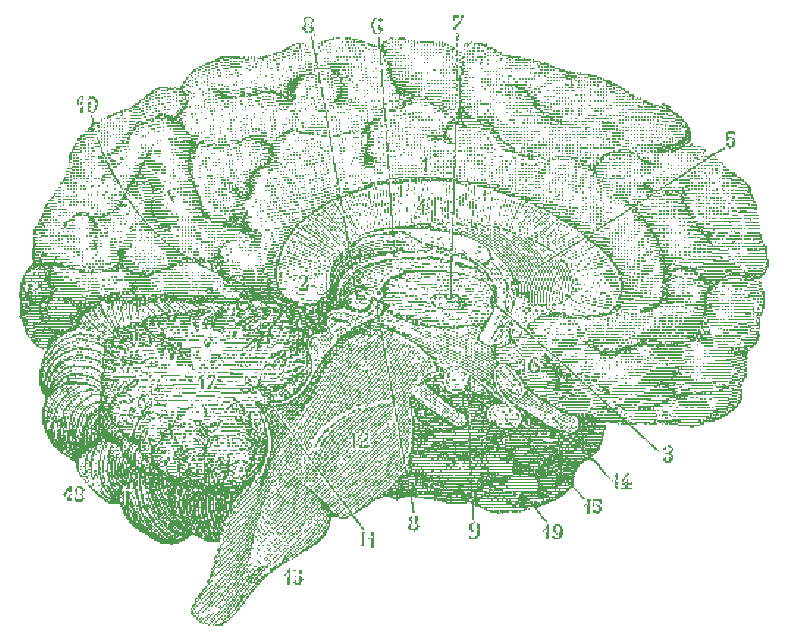
<source format=gbr>
G04*
G04 #@! TF.GenerationSoftware,Altium Limited,Altium Designer,23.3.1 (30)*
G04*
G04 Layer_Color=32896*
%FSLAX44Y44*%
%MOMM*%
G71*
G04*
G04 #@! TF.SameCoordinates,AB4FAB72-6961-4B24-BA16-F6D923A68503*
G04*
G04*
G04 #@! TF.FilePolarity,Positive*
G04*
G01*
G75*
G36*
X833526Y981835D02*
X832283D01*
Y979350D01*
X831041D01*
Y984321D01*
X833526D01*
Y981835D01*
D02*
G37*
G36*
X829798D02*
X826069D01*
Y979350D01*
X824826D01*
Y984321D01*
X829798D01*
Y981835D01*
D02*
G37*
G36*
X763924Y980592D02*
X765166D01*
Y979350D01*
X763924D01*
Y978107D01*
X762681D01*
Y979350D01*
X761438D01*
Y980592D01*
X762681D01*
Y981835D01*
X763924D01*
Y980592D01*
D02*
G37*
G36*
X704264Y981835D02*
X705507D01*
Y980592D01*
X706750D01*
Y978107D01*
X705507D01*
Y979350D01*
Y980592D01*
X704264D01*
Y981835D01*
X700535D01*
Y980592D01*
X699293D01*
Y979350D01*
Y978107D01*
X700535D01*
Y974378D01*
X699293D01*
Y973135D01*
X700535D01*
Y971892D01*
X699293D01*
Y970649D01*
X701778D01*
Y969406D01*
X699293D01*
Y970649D01*
X698050D01*
Y971892D01*
X696807D01*
Y974378D01*
X698050D01*
Y975621D01*
X699293D01*
Y978107D01*
X698050D01*
Y981835D01*
X699293D01*
Y983078D01*
X704264D01*
Y981835D01*
D02*
G37*
G36*
X705507Y976864D02*
X704264D01*
Y978107D01*
X705507D01*
Y976864D01*
D02*
G37*
G36*
X703021Y975621D02*
X701778D01*
Y976864D01*
X703021D01*
Y975621D01*
D02*
G37*
G36*
X831041Y976864D02*
X829798D01*
Y975621D01*
X828555D01*
Y974378D01*
X827312D01*
Y971892D01*
X824826D01*
Y974378D01*
X826069D01*
Y975621D01*
X827312D01*
Y976864D01*
X828555D01*
Y978107D01*
X829798D01*
Y979350D01*
X831041D01*
Y976864D01*
D02*
G37*
G36*
X762681Y974378D02*
X763924D01*
Y973135D01*
X765166D01*
Y970649D01*
X763924D01*
Y969406D01*
X762681D01*
Y971892D01*
X761438D01*
Y975621D01*
X762681D01*
Y974378D01*
D02*
G37*
G36*
X705507D02*
X706750D01*
Y970649D01*
X705507D01*
Y969406D01*
X703021D01*
Y970649D01*
X704264D01*
Y973135D01*
X703021D01*
Y974378D01*
X704264D01*
Y975621D01*
X705507D01*
Y974378D01*
D02*
G37*
G36*
X762681Y968163D02*
X761438D01*
Y969406D01*
X762681D01*
Y968163D01*
D02*
G37*
G36*
X760195Y980592D02*
X758952D01*
Y979350D01*
X757709D01*
Y976864D01*
X756466D01*
Y974378D01*
X757709D01*
Y971892D01*
X758952D01*
Y969406D01*
X760195D01*
Y968163D01*
X757709D01*
Y969406D01*
X756466D01*
Y973135D01*
X755223D01*
Y978107D01*
X756466D01*
Y980592D01*
X757709D01*
Y981835D01*
X760195D01*
Y980592D01*
D02*
G37*
G36*
X707993Y966920D02*
X706750D01*
Y968163D01*
X707993D01*
Y966920D01*
D02*
G37*
G36*
X729122Y964435D02*
X725394D01*
Y965677D01*
X729122D01*
Y964435D01*
D02*
G37*
G36*
X783810D02*
X785053D01*
Y963192D01*
X777596D01*
Y964435D01*
X778839D01*
Y965677D01*
X783810D01*
Y964435D01*
D02*
G37*
G36*
X776353Y963192D02*
X775110D01*
Y964435D01*
X776353D01*
Y963192D01*
D02*
G37*
G36*
X773867D02*
X772624D01*
Y964435D01*
X771381D01*
Y965677D01*
X773867D01*
Y963192D01*
D02*
G37*
G36*
X771381D02*
X770138D01*
Y964435D01*
X771381D01*
Y963192D01*
D02*
G37*
G36*
X737823D02*
X736580D01*
Y964435D01*
X735337D01*
Y963192D01*
X732851D01*
Y965677D01*
X737823D01*
Y963192D01*
D02*
G37*
G36*
X724151D02*
X719179D01*
Y964435D01*
X722908D01*
Y965677D01*
X724151D01*
Y963192D01*
D02*
G37*
G36*
X828555Y968163D02*
X829798D01*
Y965677D01*
X828555D01*
Y964435D01*
X829798D01*
Y963192D01*
X828555D01*
Y961949D01*
X827312D01*
Y963192D01*
Y966920D01*
X828555D01*
Y968163D01*
X827312D01*
Y969406D01*
X828555D01*
Y968163D01*
D02*
G37*
G36*
X790025Y961949D02*
X788782D01*
Y963192D01*
X790025D01*
Y961949D01*
D02*
G37*
G36*
X840984Y960706D02*
X839741D01*
Y961949D01*
X840984D01*
Y960706D01*
D02*
G37*
G36*
X787539Y961949D02*
Y960706D01*
X786296D01*
Y963192D01*
X787539D01*
Y961949D01*
D02*
G37*
G36*
X785053Y960706D02*
X783810D01*
Y961949D01*
X785053D01*
Y960706D01*
D02*
G37*
G36*
X778839D02*
X777596D01*
Y961949D01*
X778839D01*
Y960706D01*
D02*
G37*
G36*
X776353D02*
X775110D01*
Y961949D01*
X776353D01*
Y960706D01*
D02*
G37*
G36*
X773867D02*
X772624D01*
Y961949D01*
X773867D01*
Y960706D01*
D02*
G37*
G36*
X747766Y961949D02*
X750252D01*
Y960706D01*
X742794D01*
Y961949D01*
X745280D01*
Y963192D01*
X747766D01*
Y961949D01*
D02*
G37*
G36*
X744037Y963192D02*
X741551D01*
Y960706D01*
X740308D01*
Y963192D01*
X739065D01*
Y964435D01*
X744037D01*
Y963192D01*
D02*
G37*
G36*
X739065Y960706D02*
X737823D01*
Y961949D01*
X739065D01*
Y960706D01*
D02*
G37*
G36*
X736580D02*
X734094D01*
Y961949D01*
X736580D01*
Y960706D01*
D02*
G37*
G36*
X731608D02*
X730365D01*
Y961949D01*
X731608D01*
Y960706D01*
D02*
G37*
G36*
X719179Y961949D02*
X716693D01*
Y960706D01*
X715450D01*
Y963192D01*
X719179D01*
Y961949D01*
D02*
G37*
G36*
X853413Y956977D02*
X858384D01*
Y955734D01*
X860870D01*
Y954491D01*
X862113D01*
Y953248D01*
X865842D01*
Y950763D01*
X873299D01*
Y949520D01*
X882000D01*
Y948277D01*
X880757D01*
Y947034D01*
X884486D01*
Y948277D01*
X885729D01*
Y947034D01*
X890700D01*
Y945791D01*
X877028D01*
Y947034D01*
X879514D01*
Y948277D01*
X875785D01*
Y947034D01*
X874542D01*
Y948277D01*
X870814D01*
Y949520D01*
X865842D01*
Y950763D01*
X864599D01*
Y952005D01*
X862113D01*
Y953248D01*
X860870D01*
Y952005D01*
X858384D01*
Y953248D01*
X859627D01*
Y954491D01*
X858384D01*
Y955734D01*
X857142D01*
Y954491D01*
X855899D01*
Y955734D01*
X854656D01*
Y954491D01*
X853413D01*
Y956977D01*
X850927D01*
Y958220D01*
X848441D01*
Y959463D01*
X847198D01*
Y958220D01*
X845956D01*
Y959463D01*
X843470D01*
Y958220D01*
X842227D01*
Y960706D01*
X849684D01*
Y959463D01*
X852170D01*
Y960706D01*
X853413D01*
Y956977D01*
D02*
G37*
G36*
X839741Y959463D02*
X838498D01*
Y960706D01*
X839741D01*
Y959463D01*
D02*
G37*
G36*
X794996D02*
X793753D01*
Y961949D01*
X794996D01*
Y959463D01*
D02*
G37*
G36*
X790025D02*
X788782D01*
Y960706D01*
X790025D01*
Y959463D01*
D02*
G37*
G36*
X762681Y958220D02*
X763924D01*
Y959463D01*
X765166D01*
Y961949D01*
X767652D01*
Y963192D01*
X768895D01*
Y960706D01*
X771381D01*
Y959463D01*
X768895D01*
Y960706D01*
X766409D01*
Y958220D01*
X768895D01*
Y956977D01*
X766409D01*
Y954491D01*
X767652D01*
Y955734D01*
X773867D01*
Y954491D01*
X768895D01*
Y953248D01*
X771381D01*
Y952005D01*
X767652D01*
Y950763D01*
X776353D01*
Y949520D01*
X766409D01*
Y948277D01*
X765166D01*
Y950763D01*
X766409D01*
Y952005D01*
X765166D01*
Y953248D01*
X763924D01*
Y943305D01*
X765166D01*
Y942062D01*
X762681D01*
Y955734D01*
X761438D01*
Y965677D01*
X762681D01*
Y958220D01*
D02*
G37*
G36*
X721665Y959463D02*
X719179D01*
Y960706D01*
X721665D01*
Y959463D01*
D02*
G37*
G36*
X711721D02*
X710479D01*
Y960706D01*
X711721D01*
Y959463D01*
D02*
G37*
G36*
X698050D02*
X696807D01*
Y960706D01*
X698050D01*
Y959463D01*
D02*
G37*
G36*
X821097Y958220D02*
X819854D01*
Y959463D01*
X821097D01*
Y958220D01*
D02*
G37*
G36*
X818612Y959463D02*
Y958220D01*
X817369D01*
Y960706D01*
X818612D01*
Y959463D01*
D02*
G37*
G36*
X811154Y958220D02*
X809911D01*
Y959463D01*
Y960706D01*
X811154D01*
Y958220D01*
D02*
G37*
G36*
X808668D02*
X807425D01*
Y960706D01*
X806182D01*
Y959463D01*
X804939D01*
Y960706D01*
X796239D01*
Y961949D01*
X808668D01*
Y958220D01*
D02*
G37*
G36*
X803697D02*
X802454D01*
Y959463D01*
X803697D01*
Y958220D01*
D02*
G37*
G36*
X801211D02*
X799968D01*
Y959463D01*
X801211D01*
Y958220D01*
D02*
G37*
G36*
X781324D02*
X780081D01*
Y959463D01*
X781324D01*
Y958220D01*
D02*
G37*
G36*
X778839D02*
X777596D01*
Y959463D01*
X778839D01*
Y958220D01*
D02*
G37*
G36*
X776353D02*
X775110D01*
Y959463D01*
X776353D01*
Y958220D01*
D02*
G37*
G36*
X750252D02*
X746523D01*
Y959463D01*
X750252D01*
Y958220D01*
D02*
G37*
G36*
X741551D02*
X740308D01*
Y959463D01*
X741551D01*
Y958220D01*
D02*
G37*
G36*
X739065D02*
X737823D01*
Y959463D01*
X739065D01*
Y958220D01*
D02*
G37*
G36*
X736580D02*
X735337D01*
Y959463D01*
X736580D01*
Y958220D01*
D02*
G37*
G36*
X734094D02*
X732851D01*
Y959463D01*
X734094D01*
Y958220D01*
D02*
G37*
G36*
X714207D02*
X712964D01*
Y961949D01*
X714207D01*
Y958220D01*
D02*
G37*
G36*
X690592D02*
X688106D01*
Y959463D01*
X690592D01*
Y958220D01*
D02*
G37*
G36*
X837255Y959463D02*
X838498D01*
Y958220D01*
X837255D01*
Y956977D01*
X836012D01*
Y959463D01*
X834769D01*
Y960706D01*
X837255D01*
Y959463D01*
D02*
G37*
G36*
X834769Y956977D02*
X833526D01*
Y959463D01*
X834769D01*
Y956977D01*
D02*
G37*
G36*
X828555Y959463D02*
Y958220D01*
Y956977D01*
X827312D01*
Y960706D01*
X828555D01*
Y959463D01*
D02*
G37*
G36*
X816126Y958220D02*
X817369D01*
Y956977D01*
X814883D01*
Y959463D01*
Y960706D01*
Y961949D01*
X816126D01*
Y958220D01*
D02*
G37*
G36*
X813640Y959463D02*
Y958220D01*
Y956977D01*
X812397D01*
Y961949D01*
X813640D01*
Y959463D01*
D02*
G37*
G36*
X792511Y956977D02*
X791268D01*
Y960706D01*
Y961949D01*
Y963192D01*
X792511D01*
Y956977D01*
D02*
G37*
G36*
X790025D02*
X788782D01*
Y958220D01*
X790025D01*
Y956977D01*
D02*
G37*
G36*
X773867D02*
X772624D01*
Y958220D01*
X773867D01*
Y956977D01*
D02*
G37*
G36*
X771381D02*
X770138D01*
Y958220D01*
X771381D01*
Y956977D01*
D02*
G37*
G36*
X753980Y959463D02*
X756466D01*
Y958220D01*
X757709D01*
Y959463D01*
X758952D01*
Y958220D01*
X760195D01*
Y956977D01*
X755223D01*
Y958220D01*
X752738D01*
Y959463D01*
X751495D01*
Y960706D01*
X753980D01*
Y959463D01*
D02*
G37*
G36*
X720422Y956977D02*
X719179D01*
Y958220D01*
X720422D01*
Y956977D01*
D02*
G37*
G36*
X717936D02*
X716693D01*
Y958220D01*
X717936D01*
Y956977D01*
D02*
G37*
G36*
X703021D02*
X701778D01*
Y958220D01*
X703021D01*
Y956977D01*
D02*
G37*
G36*
X700535D02*
X699293D01*
Y958220D01*
Y959463D01*
X700535D01*
Y956977D01*
D02*
G37*
G36*
X847198Y955734D02*
X844713D01*
Y956977D01*
X847198D01*
Y955734D01*
D02*
G37*
G36*
X843470D02*
X840984D01*
Y956977D01*
X843470D01*
Y955734D01*
D02*
G37*
G36*
X821097D02*
X819854D01*
Y956977D01*
X821097D01*
Y955734D01*
D02*
G37*
G36*
X781324D02*
X780081D01*
Y956977D01*
X781324D01*
Y955734D01*
D02*
G37*
G36*
X751495D02*
X750252D01*
Y956977D01*
X751495D01*
Y955734D01*
D02*
G37*
G36*
X745280D02*
X744037D01*
Y956977D01*
X745280D01*
Y955734D01*
D02*
G37*
G36*
X742794D02*
X741551D01*
Y956977D01*
X742794D01*
Y955734D01*
D02*
G37*
G36*
X740308D02*
X739065D01*
Y956977D01*
X740308D01*
Y955734D01*
D02*
G37*
G36*
X737823D02*
X735337D01*
Y956977D01*
X737823D01*
Y955734D01*
D02*
G37*
G36*
X731608D02*
X730365D01*
Y956977D01*
X731608D01*
Y955734D01*
D02*
G37*
G36*
X729122D02*
X727879D01*
Y956977D01*
X729122D01*
Y955734D01*
D02*
G37*
G36*
X711721D02*
X710479D01*
Y958220D01*
X711721D01*
Y955734D01*
D02*
G37*
G36*
X695564Y959463D02*
Y955734D01*
X694321D01*
Y959463D01*
X691835D01*
Y960706D01*
X695564D01*
Y959463D01*
D02*
G37*
G36*
X693078Y955734D02*
X691835D01*
Y956977D01*
X693078D01*
Y955734D01*
D02*
G37*
G36*
X834769Y954491D02*
X833526D01*
Y955734D01*
X834769D01*
Y954491D01*
D02*
G37*
G36*
X817369D02*
X816126D01*
Y955734D01*
X817369D01*
Y954491D01*
D02*
G37*
G36*
X814883D02*
X812397D01*
Y955734D01*
X814883D01*
Y954491D01*
D02*
G37*
G36*
X811154D02*
X809911D01*
Y955734D01*
X811154D01*
Y954491D01*
D02*
G37*
G36*
X806182D02*
X804939D01*
Y955734D01*
X806182D01*
Y954491D01*
D02*
G37*
G36*
X803697D02*
X802454D01*
Y955734D01*
X803697D01*
Y954491D01*
D02*
G37*
G36*
X801211D02*
X799968D01*
Y955734D01*
X801211D01*
Y954491D01*
D02*
G37*
G36*
X798725D02*
X797482D01*
Y955734D01*
X798725D01*
Y954491D01*
D02*
G37*
G36*
X794996D02*
X793753D01*
Y955734D01*
X794996D01*
Y954491D01*
D02*
G37*
G36*
X792511D02*
X791268D01*
Y955734D01*
X792511D01*
Y954491D01*
D02*
G37*
G36*
X790025D02*
X788782D01*
Y955734D01*
X790025D01*
Y954491D01*
D02*
G37*
G36*
X776353D02*
X775110D01*
Y955734D01*
X776353D01*
Y954491D01*
D02*
G37*
G36*
X760195D02*
X758952D01*
Y955734D01*
X760195D01*
Y954491D01*
D02*
G37*
G36*
X757709D02*
X756466D01*
Y955734D01*
X757709D01*
Y954491D01*
D02*
G37*
G36*
X753980D02*
X752738D01*
Y955734D01*
X753980D01*
Y954491D01*
D02*
G37*
G36*
X721665D02*
X720422D01*
Y955734D01*
X721665D01*
Y954491D01*
D02*
G37*
G36*
X717936D02*
X716693D01*
Y955734D01*
X717936D01*
Y954491D01*
D02*
G37*
G36*
X715450D02*
X714207D01*
Y955734D01*
X715450D01*
Y954491D01*
D02*
G37*
G36*
X701778D02*
X700535D01*
Y955734D01*
X701778D01*
Y954491D01*
D02*
G37*
G36*
X699293D02*
X698050D01*
Y955734D01*
X699293D01*
Y954491D01*
D02*
G37*
G36*
X688106Y956977D02*
X686863D01*
Y955734D01*
X688106D01*
Y954491D01*
X686863D01*
Y955734D01*
X685620D01*
Y954491D01*
X683135D01*
Y953248D01*
X679406D01*
Y954491D01*
X681892D01*
Y955734D01*
X683135D01*
Y956977D01*
X685620D01*
Y958220D01*
X688106D01*
Y956977D01*
D02*
G37*
G36*
X850927Y953248D02*
X848441D01*
Y954491D01*
X850927D01*
Y953248D01*
D02*
G37*
G36*
X847198D02*
X844713D01*
Y954491D01*
X847198D01*
Y953248D01*
D02*
G37*
G36*
X843470D02*
X840984D01*
Y954491D01*
X843470D01*
Y953248D01*
D02*
G37*
G36*
X839741D02*
X838498D01*
Y954491D01*
X839741D01*
Y953248D01*
D02*
G37*
G36*
X837255D02*
X836012D01*
Y954491D01*
X837255D01*
Y953248D01*
D02*
G37*
G36*
X822340D02*
X818612D01*
Y954491D01*
X822340D01*
Y953248D01*
D02*
G37*
G36*
X749009D02*
X747766D01*
Y954491D01*
X749009D01*
Y953248D01*
D02*
G37*
G36*
X746523D02*
X745280D01*
Y954491D01*
X746523D01*
Y953248D01*
D02*
G37*
G36*
X742794D02*
X741551D01*
Y954491D01*
X742794D01*
Y953248D01*
D02*
G37*
G36*
X740308D02*
X739065D01*
Y954491D01*
X740308D01*
Y953248D01*
D02*
G37*
G36*
X737823D02*
X736580D01*
Y954491D01*
X737823D01*
Y953248D01*
D02*
G37*
G36*
X731608D02*
X730365D01*
Y954491D01*
X731608D01*
Y953248D01*
D02*
G37*
G36*
X726636D02*
X725394D01*
Y954491D01*
X726636D01*
Y953248D01*
D02*
G37*
G36*
X712964D02*
X711721D01*
Y954491D01*
X712964D01*
Y953248D01*
D02*
G37*
G36*
X696807D02*
X695564D01*
Y954491D01*
X696807D01*
Y953248D01*
D02*
G37*
G36*
X694321D02*
X689349D01*
Y954491D01*
X694321D01*
Y953248D01*
D02*
G37*
G36*
X857142Y952005D02*
X855899D01*
Y953248D01*
X857142D01*
Y952005D01*
D02*
G37*
G36*
X854656D02*
X853413D01*
Y953248D01*
X854656D01*
Y952005D01*
D02*
G37*
G36*
X832283D02*
X829798D01*
Y953248D01*
X832283D01*
Y952005D01*
D02*
G37*
G36*
X823583Y956977D02*
X826069D01*
Y954491D01*
X824826D01*
Y952005D01*
X823583D01*
Y954491D01*
X822340D01*
Y955734D01*
X823583D01*
Y956977D01*
X822340D01*
Y958220D01*
X823583D01*
Y956977D01*
D02*
G37*
G36*
X814883Y952005D02*
X812397D01*
Y953248D01*
X814883D01*
Y952005D01*
D02*
G37*
G36*
X811154D02*
X809911D01*
Y953248D01*
X811154D01*
Y952005D01*
D02*
G37*
G36*
X808668D02*
X807425D01*
Y953248D01*
X808668D01*
Y952005D01*
D02*
G37*
G36*
X806182D02*
X804939D01*
Y953248D01*
X806182D01*
Y952005D01*
D02*
G37*
G36*
X803697D02*
X802454D01*
Y953248D01*
X803697D01*
Y952005D01*
D02*
G37*
G36*
X801211D02*
X799968D01*
Y953248D01*
X801211D01*
Y952005D01*
D02*
G37*
G36*
X798725D02*
X797482D01*
Y953248D01*
X798725D01*
Y952005D01*
D02*
G37*
G36*
X794996D02*
X793753D01*
Y953248D01*
X794996D01*
Y952005D01*
D02*
G37*
G36*
X792511D02*
X791268D01*
Y953248D01*
X792511D01*
Y952005D01*
D02*
G37*
G36*
X790025D02*
X788782D01*
Y953248D01*
X790025D01*
Y952005D01*
D02*
G37*
G36*
X778839D02*
X775110D01*
Y953248D01*
X778839D01*
Y952005D01*
D02*
G37*
G36*
X773867D02*
X772624D01*
Y953248D01*
X773867D01*
Y952005D01*
D02*
G37*
G36*
X757709D02*
X756466D01*
Y953248D01*
X757709D01*
Y952005D01*
D02*
G37*
G36*
X721665D02*
X720422D01*
Y953248D01*
X721665D01*
Y952005D01*
D02*
G37*
G36*
X719179D02*
X717936D01*
Y953248D01*
X719179D01*
Y952005D01*
D02*
G37*
G36*
X704264D02*
X699293D01*
Y953248D01*
X704264D01*
Y952005D01*
D02*
G37*
G36*
X686863D02*
X684378D01*
Y953248D01*
X686863D01*
Y952005D01*
D02*
G37*
G36*
X852170Y950763D02*
X850927D01*
Y952005D01*
X852170D01*
Y950763D01*
D02*
G37*
G36*
X842227D02*
X840984D01*
Y952005D01*
X842227D01*
Y950763D01*
D02*
G37*
G36*
X839741D02*
X838498D01*
Y952005D01*
X839741D01*
Y950763D01*
D02*
G37*
G36*
X837255D02*
X836012D01*
Y952005D01*
X837255D01*
Y950763D01*
D02*
G37*
G36*
X834769D02*
X833526D01*
Y952005D01*
X834769D01*
Y950763D01*
D02*
G37*
G36*
X822340D02*
X818612D01*
Y952005D01*
X822340D01*
Y950763D01*
D02*
G37*
G36*
X746523D02*
X745280D01*
Y952005D01*
X746523D01*
Y950763D01*
D02*
G37*
G36*
X742794D02*
X741551D01*
Y952005D01*
X742794D01*
Y950763D01*
D02*
G37*
G36*
X696807D02*
X695564D01*
Y952005D01*
X696807D01*
Y950763D01*
D02*
G37*
G36*
X694321D02*
X693078D01*
Y952005D01*
X694321D01*
Y950763D01*
D02*
G37*
G36*
X691835D02*
X689349D01*
Y952005D01*
X691835D01*
Y950763D01*
D02*
G37*
G36*
X679406Y952005D02*
X681892D01*
Y950763D01*
X679406D01*
Y952005D01*
X675677D01*
Y949520D01*
X674434D01*
Y950763D01*
X671948D01*
Y952005D01*
X674434D01*
Y953248D01*
X679406D01*
Y952005D01*
D02*
G37*
G36*
X863356Y949520D02*
X860870D01*
Y950763D01*
X863356D01*
Y949520D01*
D02*
G37*
G36*
X859627D02*
X858384D01*
Y950763D01*
X859627D01*
Y949520D01*
D02*
G37*
G36*
X857142D02*
X855899D01*
Y950763D01*
X857142D01*
Y949520D01*
D02*
G37*
G36*
X854656D02*
X853413D01*
Y950763D01*
X854656D01*
Y949520D01*
D02*
G37*
G36*
X831041D02*
X829798D01*
Y950763D01*
X831041D01*
Y949520D01*
D02*
G37*
G36*
X828555D02*
X826069D01*
Y950763D01*
X827312D01*
Y953248D01*
Y954491D01*
X828555D01*
Y949520D01*
D02*
G37*
G36*
X808668D02*
X807425D01*
Y950763D01*
X808668D01*
Y949520D01*
D02*
G37*
G36*
X806182D02*
X804939D01*
Y950763D01*
X806182D01*
Y949520D01*
D02*
G37*
G36*
X803697D02*
X802454D01*
Y950763D01*
X803697D01*
Y949520D01*
D02*
G37*
G36*
X801211D02*
X799968D01*
Y950763D01*
X801211D01*
Y949520D01*
D02*
G37*
G36*
X798725D02*
X797482D01*
Y950763D01*
X798725D01*
Y949520D01*
D02*
G37*
G36*
X787539D02*
X786296D01*
Y950763D01*
X787539D01*
Y949520D01*
D02*
G37*
G36*
X783810D02*
X782567D01*
Y950763D01*
X783810D01*
Y949520D01*
D02*
G37*
G36*
X781324D02*
X780081D01*
Y950763D01*
X781324D01*
Y949520D01*
D02*
G37*
G36*
X778839D02*
X777596D01*
Y950763D01*
X778839D01*
Y949520D01*
D02*
G37*
G36*
X758952D02*
X757709D01*
Y950763D01*
X758952D01*
Y949520D01*
D02*
G37*
G36*
X704264D02*
X703021D01*
Y950763D01*
X704264D01*
Y949520D01*
D02*
G37*
G36*
X699293D02*
X698050D01*
Y950763D01*
X699293D01*
Y949520D01*
D02*
G37*
G36*
X689349D02*
X688106D01*
Y950763D01*
X689349D01*
Y949520D01*
D02*
G37*
G36*
X686863D02*
X684378D01*
Y950763D01*
X686863D01*
Y949520D01*
D02*
G37*
G36*
X678163D02*
X676920D01*
Y950763D01*
X678163D01*
Y949520D01*
D02*
G37*
G36*
X670706D02*
X668220D01*
Y950763D01*
X670706D01*
Y949520D01*
D02*
G37*
G36*
X852170Y948277D02*
X850927D01*
Y949520D01*
X852170D01*
Y948277D01*
D02*
G37*
G36*
X849684D02*
X844713D01*
Y949520D01*
X849684D01*
Y948277D01*
D02*
G37*
G36*
X842227D02*
X840984D01*
Y949520D01*
X842227D01*
Y948277D01*
D02*
G37*
G36*
X837255D02*
X836012D01*
Y949520D01*
X837255D01*
Y948277D01*
D02*
G37*
G36*
X822340D02*
X821097D01*
Y949520D01*
X822340D01*
Y948277D01*
D02*
G37*
G36*
X819854D02*
X818612D01*
Y949520D01*
X819854D01*
Y948277D01*
D02*
G37*
G36*
X817369D02*
X816126D01*
Y949520D01*
X817369D01*
Y948277D01*
D02*
G37*
G36*
X750252D02*
X749009D01*
Y949520D01*
X750252D01*
Y948277D01*
D02*
G37*
G36*
X746523D02*
X745280D01*
Y949520D01*
X746523D01*
Y948277D01*
D02*
G37*
G36*
X744037D02*
X742794D01*
Y949520D01*
X744037D01*
Y948277D01*
D02*
G37*
G36*
X741551D02*
X740308D01*
Y949520D01*
X741551D01*
Y948277D01*
D02*
G37*
G36*
X737823D02*
X736580D01*
Y949520D01*
X737823D01*
Y948277D01*
D02*
G37*
G36*
X735337D02*
X734094D01*
Y949520D01*
X735337D01*
Y948277D01*
D02*
G37*
G36*
X732851D02*
X731608D01*
Y949520D01*
X732851D01*
Y948277D01*
D02*
G37*
G36*
X730365D02*
X729122D01*
Y949520D01*
X730365D01*
Y948277D01*
D02*
G37*
G36*
X727879D02*
X725394D01*
Y949520D01*
X727879D01*
Y948277D01*
D02*
G37*
G36*
X696807D02*
X695564D01*
Y949520D01*
X696807D01*
Y948277D01*
D02*
G37*
G36*
X694321D02*
X693078D01*
Y949520D01*
X694321D01*
Y948277D01*
D02*
G37*
G36*
X691835D02*
X690592D01*
Y949520D01*
X691835D01*
Y948277D01*
D02*
G37*
G36*
X683135D02*
X679406D01*
Y949520D01*
X683135D01*
Y948277D01*
D02*
G37*
G36*
X673191D02*
X671948D01*
Y949520D01*
X673191D01*
Y948277D01*
D02*
G37*
G36*
X666977Y949520D02*
X668220D01*
Y948277D01*
X664491D01*
Y945791D01*
X663248D01*
Y947034D01*
X658277D01*
Y948277D01*
X660762D01*
Y949520D01*
X662005D01*
Y948277D01*
X663248D01*
Y949520D01*
X665734D01*
Y950763D01*
X666977D01*
Y949520D01*
D02*
G37*
G36*
X870814Y947034D02*
X869571D01*
Y948277D01*
X870814D01*
Y947034D01*
D02*
G37*
G36*
X834769Y948277D02*
X833526D01*
Y947034D01*
X831041D01*
Y948277D01*
X832283D01*
Y949520D01*
X834769D01*
Y948277D01*
D02*
G37*
G36*
X824826Y947034D02*
X823583D01*
Y949520D01*
X824826D01*
Y947034D01*
D02*
G37*
G36*
X803697D02*
X802454D01*
Y948277D01*
X803697D01*
Y947034D01*
D02*
G37*
G36*
X792511D02*
X791268D01*
Y948277D01*
X792511D01*
Y947034D01*
D02*
G37*
G36*
X787539D02*
X786296D01*
Y948277D01*
X787539D01*
Y947034D01*
D02*
G37*
G36*
X785053D02*
X782567D01*
Y948277D01*
X785053D01*
Y947034D01*
D02*
G37*
G36*
X781324D02*
X780081D01*
Y948277D01*
X781324D01*
Y947034D01*
D02*
G37*
G36*
X778839D02*
X775110D01*
Y948277D01*
X778839D01*
Y947034D01*
D02*
G37*
G36*
X773867D02*
X767652D01*
Y948277D01*
X773867D01*
Y947034D01*
D02*
G37*
G36*
X761438D02*
X760195D01*
Y948277D01*
X761438D01*
Y947034D01*
D02*
G37*
G36*
X758952D02*
X757709D01*
Y948277D01*
X758952D01*
Y947034D01*
D02*
G37*
G36*
X719179D02*
X717936D01*
Y948277D01*
X719179D01*
Y947034D01*
D02*
G37*
G36*
X716693D02*
X715450D01*
Y948277D01*
X716693D01*
Y947034D01*
D02*
G37*
G36*
X689349D02*
X688106D01*
Y948277D01*
X689349D01*
Y947034D01*
D02*
G37*
G36*
X686863D02*
X685620D01*
Y948277D01*
X686863D01*
Y947034D01*
D02*
G37*
G36*
X678163D02*
X674434D01*
Y948277D01*
X678163D01*
Y947034D01*
D02*
G37*
G36*
X654548Y948277D02*
Y947034D01*
X653305D01*
Y949520D01*
X654548D01*
Y948277D01*
D02*
G37*
G36*
X652062Y945791D02*
X648333D01*
Y947034D01*
X638390D01*
Y948277D01*
X637147D01*
Y947034D01*
X635904D01*
Y948277D01*
X630933D01*
Y947034D01*
X634661D01*
Y945791D01*
X629690D01*
Y947034D01*
X627204D01*
Y944548D01*
X629690D01*
Y943305D01*
X627204D01*
Y944548D01*
X620989D01*
Y943305D01*
X618503D01*
Y942062D01*
X614775D01*
Y943305D01*
X616018D01*
Y944548D01*
X619747D01*
Y945791D01*
X623475D01*
Y947034D01*
X624718D01*
Y948277D01*
X627204D01*
Y949520D01*
X644605D01*
Y948277D01*
X647090D01*
Y949520D01*
X648333D01*
Y947034D01*
X650819D01*
Y949520D01*
X652062D01*
Y945791D01*
D02*
G37*
G36*
X873299D02*
X872057D01*
Y947034D01*
X873299D01*
Y945791D01*
D02*
G37*
G36*
X867085Y947034D02*
X865842D01*
Y945791D01*
X864599D01*
Y947034D01*
Y948277D01*
X867085D01*
Y947034D01*
D02*
G37*
G36*
X854656Y945791D02*
X853413D01*
Y947034D01*
X854656D01*
Y945791D01*
D02*
G37*
G36*
X849684D02*
X848441D01*
Y947034D01*
X849684D01*
Y945791D01*
D02*
G37*
G36*
X844713D02*
X843470D01*
Y947034D01*
X844713D01*
Y945791D01*
D02*
G37*
G36*
X842227D02*
X840984D01*
Y947034D01*
X842227D01*
Y945791D01*
D02*
G37*
G36*
X839741D02*
X838498D01*
Y947034D01*
X839741D01*
Y945791D01*
D02*
G37*
G36*
X837255D02*
X836012D01*
Y947034D01*
X837255D01*
Y945791D01*
D02*
G37*
G36*
X831041D02*
X829798D01*
Y947034D01*
X831041D01*
Y945791D01*
D02*
G37*
G36*
X822340D02*
X821097D01*
Y947034D01*
X822340D01*
Y945791D01*
D02*
G37*
G36*
X819854D02*
X818612D01*
Y947034D01*
X819854D01*
Y945791D01*
D02*
G37*
G36*
X750252D02*
X749009D01*
Y947034D01*
X750252D01*
Y945791D01*
D02*
G37*
G36*
X744037D02*
X742794D01*
Y947034D01*
X744037D01*
Y945791D01*
D02*
G37*
G36*
X735337D02*
X734094D01*
Y947034D01*
X735337D01*
Y945791D01*
D02*
G37*
G36*
X727879D02*
X726636D01*
Y947034D01*
X727879D01*
Y945791D01*
D02*
G37*
G36*
X696807D02*
X695564D01*
Y947034D01*
X696807D01*
Y945791D01*
D02*
G37*
G36*
X694321D02*
X693078D01*
Y947034D01*
X694321D01*
Y945791D01*
D02*
G37*
G36*
X680649D02*
X679406D01*
Y947034D01*
X680649D01*
Y945791D01*
D02*
G37*
G36*
X670706D02*
X669463D01*
Y947034D01*
X670706D01*
Y945791D01*
D02*
G37*
G36*
X862113Y944548D02*
X860870D01*
Y945791D01*
X862113D01*
Y944548D01*
D02*
G37*
G36*
X828555D02*
X827312D01*
Y948277D01*
X828555D01*
Y944548D01*
D02*
G37*
G36*
X781324D02*
X780081D01*
Y945791D01*
X781324D01*
Y944548D01*
D02*
G37*
G36*
X778839D02*
X777596D01*
Y945791D01*
X778839D01*
Y944548D01*
D02*
G37*
G36*
X776353D02*
X775110D01*
Y945791D01*
X776353D01*
Y944548D01*
D02*
G37*
G36*
X767652D02*
X766409D01*
Y945791D01*
Y947034D01*
X767652D01*
Y944548D01*
D02*
G37*
G36*
X761438D02*
X760195D01*
Y945791D01*
X761438D01*
Y944548D01*
D02*
G37*
G36*
X758952D02*
X757709D01*
Y945791D01*
X758952D01*
Y944548D01*
D02*
G37*
G36*
X725394D02*
X724151D01*
Y945791D01*
X725394D01*
Y944548D01*
D02*
G37*
G36*
X721665D02*
X720422D01*
Y945791D01*
X721665D01*
Y944548D01*
D02*
G37*
G36*
X719179D02*
X717936D01*
Y945791D01*
X719179D01*
Y944548D01*
D02*
G37*
G36*
X716693D02*
X715450D01*
Y945791D01*
X716693D01*
Y944548D01*
D02*
G37*
G36*
X703021D02*
X701778D01*
Y945791D01*
X703021D01*
Y944548D01*
D02*
G37*
G36*
X700535D02*
X699293D01*
Y945791D01*
X700535D01*
Y944548D01*
D02*
G37*
G36*
X674434Y945791D02*
X675677D01*
Y944548D01*
X674434D01*
Y945791D01*
X671948D01*
Y947034D01*
X674434D01*
Y945791D01*
D02*
G37*
G36*
X668220Y944548D02*
X666977D01*
Y945791D01*
X668220D01*
Y944548D01*
D02*
G37*
G36*
X659520D02*
X658277D01*
Y945791D01*
X659520D01*
Y944548D01*
D02*
G37*
G36*
X657034D02*
X655791D01*
Y945791D01*
Y949520D01*
X657034D01*
Y944548D01*
D02*
G37*
G36*
X642119D02*
X638390D01*
Y945791D01*
X642119D01*
Y944548D01*
D02*
G37*
G36*
X637147D02*
X635904D01*
Y945791D01*
X637147D01*
Y944548D01*
D02*
G37*
G36*
X890700Y943305D02*
X889457D01*
Y944548D01*
X890700D01*
Y943305D01*
D02*
G37*
G36*
X888214D02*
X877028D01*
Y944548D01*
X888214D01*
Y943305D01*
D02*
G37*
G36*
X875785D02*
X874542D01*
Y944548D01*
X875785D01*
Y943305D01*
D02*
G37*
G36*
X873299D02*
X872057D01*
Y944548D01*
X873299D01*
Y943305D01*
D02*
G37*
G36*
X870814D02*
X869571D01*
Y944548D01*
X870814D01*
Y943305D01*
D02*
G37*
G36*
X842227D02*
X840984D01*
Y944548D01*
X842227D01*
Y943305D01*
D02*
G37*
G36*
X839741D02*
X838498D01*
Y944548D01*
X839741D01*
Y943305D01*
D02*
G37*
G36*
X837255D02*
X836012D01*
Y944548D01*
X837255D01*
Y943305D01*
D02*
G37*
G36*
X819854D02*
X818612D01*
Y944548D01*
X819854D01*
Y943305D01*
D02*
G37*
G36*
X817369D02*
X816126D01*
Y944548D01*
X817369D01*
Y943305D01*
D02*
G37*
G36*
X803697D02*
X802454D01*
Y944548D01*
X803697D01*
Y943305D01*
D02*
G37*
G36*
X801211D02*
X799968D01*
Y944548D01*
X801211D01*
Y943305D01*
D02*
G37*
G36*
X790025D02*
X788782D01*
Y944548D01*
X790025D01*
Y943305D01*
D02*
G37*
G36*
X756466D02*
X755223D01*
Y944548D01*
X756466D01*
Y943305D01*
D02*
G37*
G36*
X670706D02*
X669463D01*
Y944548D01*
X670706D01*
Y943305D01*
D02*
G37*
G36*
X663248D02*
X662005D01*
Y944548D01*
X663248D01*
Y943305D01*
D02*
G37*
G36*
X652062D02*
X648333D01*
Y944548D01*
X652062D01*
Y943305D01*
D02*
G37*
G36*
X647090Y944548D02*
Y943305D01*
X645847D01*
Y944548D01*
X643362D01*
Y945791D01*
X647090D01*
Y944548D01*
D02*
G37*
G36*
X634661Y943305D02*
X630933D01*
Y944548D01*
X634661D01*
Y943305D01*
D02*
G37*
G36*
X854656Y942062D02*
X853413D01*
Y943305D01*
X854656D01*
Y942062D01*
D02*
G37*
G36*
X849684Y943305D02*
X848441D01*
Y942062D01*
X847198D01*
Y944548D01*
X849684D01*
Y943305D01*
D02*
G37*
G36*
X824826Y942062D02*
X823583D01*
Y943305D01*
X824826D01*
Y942062D01*
D02*
G37*
G36*
X747766D02*
X746523D01*
Y943305D01*
X747766D01*
Y942062D01*
D02*
G37*
G36*
X739065D02*
X737823D01*
Y943305D01*
X739065D01*
Y942062D01*
D02*
G37*
G36*
X736580D02*
X717936D01*
Y943305D01*
X736580D01*
Y942062D01*
D02*
G37*
G36*
X705507Y963192D02*
X706750D01*
Y955734D01*
X707993D01*
Y952005D01*
X710479D01*
Y950763D01*
X709236D01*
Y944548D01*
X710479D01*
Y942062D01*
X709236D01*
Y943305D01*
X707993D01*
Y950763D01*
X706750D01*
Y955734D01*
X705507D01*
Y956977D01*
Y958220D01*
Y963192D01*
X704264D01*
Y964435D01*
Y965677D01*
Y966920D01*
X705507D01*
Y963192D01*
D02*
G37*
G36*
Y942062D02*
X701778D01*
Y943305D01*
X705507D01*
Y942062D01*
D02*
G37*
G36*
X700535D02*
X699293D01*
Y943305D01*
X700535D01*
Y942062D01*
D02*
G37*
G36*
X678163D02*
X674434D01*
Y943305D01*
X678163D01*
Y942062D01*
D02*
G37*
G36*
X668220D02*
X666977D01*
Y943305D01*
X668220D01*
Y942062D01*
D02*
G37*
G36*
X658277D02*
X657034D01*
Y943305D01*
X658277D01*
Y942062D01*
D02*
G37*
G36*
X644605D02*
X635904D01*
Y943305D01*
X644605D01*
Y942062D01*
D02*
G37*
G36*
X625961D02*
X623475D01*
Y943305D01*
X625961D01*
Y942062D01*
D02*
G37*
G36*
X890700Y940819D02*
X889457D01*
Y942062D01*
X890700D01*
Y940819D01*
D02*
G37*
G36*
X888214D02*
X884486D01*
Y942062D01*
X888214D01*
Y940819D01*
D02*
G37*
G36*
X882000D02*
X880757D01*
Y942062D01*
X882000D01*
Y940819D01*
D02*
G37*
G36*
X879514D02*
X872057D01*
Y942062D01*
X879514D01*
Y940819D01*
D02*
G37*
G36*
X869571D02*
X868328D01*
Y942062D01*
X869571D01*
Y940819D01*
D02*
G37*
G36*
X833526Y944548D02*
X834769D01*
Y943305D01*
X833526D01*
Y942062D01*
X834769D01*
Y940819D01*
X832283D01*
Y943305D01*
X829798D01*
Y944548D01*
X832283D01*
Y945791D01*
X833526D01*
Y944548D01*
D02*
G37*
G36*
X817369Y940819D02*
X816126D01*
Y942062D01*
X817369D01*
Y940819D01*
D02*
G37*
G36*
X790025D02*
X788782D01*
Y942062D01*
X790025D01*
Y940819D01*
D02*
G37*
G36*
X787539D02*
X786296D01*
Y942062D01*
X787539D01*
Y940819D01*
D02*
G37*
G36*
X785053D02*
X783810D01*
Y942062D01*
X785053D01*
Y940819D01*
D02*
G37*
G36*
X781324D02*
X780081D01*
Y942062D01*
X781324D01*
Y940819D01*
D02*
G37*
G36*
X778839D02*
X777596D01*
Y942062D01*
X778839D01*
Y940819D01*
D02*
G37*
G36*
X776353D02*
X775110D01*
Y943305D01*
X776353D01*
Y940819D01*
D02*
G37*
G36*
X768895D02*
X767652D01*
Y942062D01*
X768895D01*
Y940819D01*
D02*
G37*
G36*
X716693D02*
X715450D01*
Y942062D01*
X716693D01*
Y940819D01*
D02*
G37*
G36*
X714207D02*
X711721D01*
Y942062D01*
X714207D01*
Y940819D01*
D02*
G37*
G36*
X695564D02*
X694321D01*
Y942062D01*
X695564D01*
Y940819D01*
D02*
G37*
G36*
X663248D02*
X662005D01*
Y942062D01*
X663248D01*
Y940819D01*
D02*
G37*
G36*
X653305D02*
X650819D01*
Y942062D01*
X653305D01*
Y940819D01*
D02*
G37*
G36*
X632175D02*
X628447D01*
Y942062D01*
X632175D01*
Y940819D01*
D02*
G37*
G36*
X622232D02*
X619747D01*
Y942062D01*
X622232D01*
Y940819D01*
D02*
G37*
G36*
X893186Y945791D02*
X898158D01*
Y944548D01*
X899400D01*
Y943305D01*
X901886D01*
Y944548D01*
X903129D01*
Y943305D01*
X905615D01*
Y939576D01*
X901886D01*
Y940819D01*
X904372D01*
Y942062D01*
X898158D01*
Y944548D01*
X893186D01*
Y943305D01*
X891943D01*
Y944548D01*
Y947034D01*
X893186D01*
Y945791D01*
D02*
G37*
G36*
X900643Y939576D02*
X899400D01*
Y940819D01*
X900643D01*
Y939576D01*
D02*
G37*
G36*
X896915Y942062D02*
X898158D01*
Y939576D01*
X896915D01*
Y940819D01*
Y942062D01*
X895672D01*
Y943305D01*
X896915D01*
Y942062D01*
D02*
G37*
G36*
X827312D02*
X828555D01*
Y939576D01*
X827312D01*
Y942062D01*
X826069D01*
Y943305D01*
X827312D01*
Y942062D01*
D02*
G37*
G36*
X826069Y939576D02*
X824826D01*
Y940819D01*
X826069D01*
Y939576D01*
D02*
G37*
G36*
X822340D02*
X821097D01*
Y940819D01*
X822340D01*
Y939576D01*
D02*
G37*
G36*
X747766D02*
X746523D01*
Y940819D01*
X747766D01*
Y939576D01*
D02*
G37*
G36*
X745280D02*
X744037D01*
Y940819D01*
X745280D01*
Y939576D01*
D02*
G37*
G36*
X741551D02*
X740308D01*
Y940819D01*
X741551D01*
Y939576D01*
D02*
G37*
G36*
X739065D02*
X737823D01*
Y940819D01*
X739065D01*
Y939576D01*
D02*
G37*
G36*
X736580D02*
X735337D01*
Y940819D01*
X736580D01*
Y939576D01*
D02*
G37*
G36*
X732851D02*
X731608D01*
Y940819D01*
X732851D01*
Y939576D01*
D02*
G37*
G36*
X705507D02*
X701778D01*
Y940819D01*
X705507D01*
Y939576D01*
D02*
G37*
G36*
X700535D02*
X699293D01*
Y940819D01*
X700535D01*
Y939576D01*
D02*
G37*
G36*
X688106D02*
X685620D01*
Y940819D01*
X688106D01*
Y939576D01*
D02*
G37*
G36*
X676920D02*
X675677D01*
Y940819D01*
X676920D01*
Y939576D01*
D02*
G37*
G36*
X668220D02*
X666977D01*
Y940819D01*
X668220D01*
Y939576D01*
D02*
G37*
G36*
X658277D02*
X657034D01*
Y940819D01*
X658277D01*
Y939576D01*
D02*
G37*
G36*
X655791D02*
X654548D01*
Y940819D01*
X655791D01*
Y939576D01*
D02*
G37*
G36*
X635904Y940819D02*
X645847D01*
Y939576D01*
X635904D01*
Y940819D01*
X633418D01*
Y942062D01*
X635904D01*
Y940819D01*
D02*
G37*
G36*
X625961Y939576D02*
X623475D01*
Y940819D01*
X625961D01*
Y939576D01*
D02*
G37*
G36*
X614775Y940819D02*
X618503D01*
Y939576D01*
X614775D01*
Y940819D01*
X612289D01*
Y942062D01*
X614775D01*
Y940819D01*
D02*
G37*
G36*
X894429Y938334D02*
X889457D01*
Y939576D01*
X894429D01*
Y938334D01*
D02*
G37*
G36*
X888214D02*
X886971D01*
Y939576D01*
X888214D01*
Y938334D01*
D02*
G37*
G36*
X885729D02*
X884486D01*
Y939576D01*
X885729D01*
Y938334D01*
D02*
G37*
G36*
X882000D02*
X880757D01*
Y939576D01*
X882000D01*
Y938334D01*
D02*
G37*
G36*
X879514D02*
X877028D01*
Y939576D01*
X879514D01*
Y938334D01*
D02*
G37*
G36*
X874542D02*
X868328D01*
Y939576D01*
X874542D01*
Y938334D01*
D02*
G37*
G36*
X867085D02*
X865842D01*
Y939576D01*
X867085D01*
Y938334D01*
D02*
G37*
G36*
X864599D02*
X863356D01*
Y939576D01*
X864599D01*
Y938334D01*
D02*
G37*
G36*
X849684D02*
X848441D01*
Y939576D01*
X849684D01*
Y938334D01*
D02*
G37*
G36*
X839741D02*
X838498D01*
Y939576D01*
X839741D01*
Y938334D01*
D02*
G37*
G36*
X837255D02*
X836012D01*
Y939576D01*
X837255D01*
Y938334D01*
D02*
G37*
G36*
X790025D02*
X788782D01*
Y939576D01*
X790025D01*
Y938334D01*
D02*
G37*
G36*
X787539D02*
X786296D01*
Y939576D01*
X787539D01*
Y938334D01*
D02*
G37*
G36*
X760195D02*
X758952D01*
Y939576D01*
X760195D01*
Y938334D01*
D02*
G37*
G36*
X751495D02*
X750252D01*
Y939576D01*
X751495D01*
Y938334D01*
D02*
G37*
G36*
X698050D02*
X696807D01*
Y939576D01*
X698050D01*
Y938334D01*
D02*
G37*
G36*
X695564D02*
X693078D01*
Y939576D01*
X695564D01*
Y938334D01*
D02*
G37*
G36*
X681892D02*
X680649D01*
Y939576D01*
X681892D01*
Y938334D01*
D02*
G37*
G36*
X671948D02*
X669463D01*
Y939576D01*
X671948D01*
Y938334D01*
D02*
G37*
G36*
X662005D02*
X660762D01*
Y939576D01*
X662005D01*
Y938334D01*
D02*
G37*
G36*
X650819D02*
X649576D01*
Y939576D01*
X650819D01*
Y938334D01*
D02*
G37*
G36*
X634661D02*
X629690D01*
Y939576D01*
X634661D01*
Y938334D01*
D02*
G37*
G36*
X623475D02*
X619747D01*
Y939576D01*
X623475D01*
Y938334D01*
D02*
G37*
G36*
X612289Y939576D02*
X613532D01*
Y938334D01*
X612289D01*
Y939576D01*
X609803D01*
Y940819D01*
X612289D01*
Y939576D01*
D02*
G37*
G36*
X910587Y937091D02*
X909344D01*
Y938334D01*
X910587D01*
Y937091D01*
D02*
G37*
G36*
X908101D02*
X906858D01*
Y938334D01*
X908101D01*
Y937091D01*
D02*
G37*
G36*
X905615D02*
X901886D01*
Y938334D01*
X905615D01*
Y937091D01*
D02*
G37*
G36*
X900643D02*
X898158D01*
Y938334D01*
X900643D01*
Y937091D01*
D02*
G37*
G36*
X819854D02*
X818612D01*
Y938334D01*
X819854D01*
Y937091D01*
D02*
G37*
G36*
X817369D02*
X816126D01*
Y938334D01*
X817369D01*
Y937091D01*
D02*
G37*
G36*
X814883D02*
X813640D01*
Y938334D01*
X814883D01*
Y937091D01*
D02*
G37*
G36*
X809911D02*
X807425D01*
Y938334D01*
X809911D01*
Y937091D01*
D02*
G37*
G36*
X747766D02*
X746523D01*
Y938334D01*
X747766D01*
Y937091D01*
D02*
G37*
G36*
X739065D02*
X737823D01*
Y938334D01*
X739065D01*
Y937091D01*
D02*
G37*
G36*
X736580D02*
X735337D01*
Y938334D01*
X736580D01*
Y937091D01*
D02*
G37*
G36*
X734094D02*
X730365D01*
Y938334D01*
X734094D01*
Y937091D01*
D02*
G37*
G36*
X705507D02*
X700535D01*
Y938334D01*
X705507D01*
Y937091D01*
D02*
G37*
G36*
X688106D02*
X686863D01*
Y938334D01*
X688106D01*
Y937091D01*
D02*
G37*
G36*
X676920D02*
X675677D01*
Y938334D01*
X676920D01*
Y937091D01*
D02*
G37*
G36*
X653305D02*
X652062D01*
Y938334D01*
X653305D01*
Y937091D01*
D02*
G37*
G36*
X642119D02*
X639633D01*
Y938334D01*
X642119D01*
Y937091D01*
D02*
G37*
G36*
X627204D02*
X624718D01*
Y938334D01*
X627204D01*
Y937091D01*
D02*
G37*
G36*
X618503D02*
X617261D01*
Y938334D01*
X618503D01*
Y937091D01*
D02*
G37*
G36*
X616018D02*
X614775D01*
Y938334D01*
X616018D01*
Y937091D01*
D02*
G37*
G36*
X608560Y938334D02*
X611046D01*
Y937091D01*
X608560D01*
Y938334D01*
X607317D01*
Y939576D01*
X608560D01*
Y938334D01*
D02*
G37*
G36*
X874542Y935848D02*
X873299D01*
Y937091D01*
X874542D01*
Y935848D01*
D02*
G37*
G36*
X862113D02*
X860870D01*
Y937091D01*
X862113D01*
Y935848D01*
D02*
G37*
G36*
X859627D02*
X858384D01*
Y937091D01*
X859627D01*
Y935848D01*
D02*
G37*
G36*
X857142D02*
X855899D01*
Y937091D01*
X857142D01*
Y935848D01*
D02*
G37*
G36*
X854656D02*
X853413D01*
Y937091D01*
X854656D01*
Y935848D01*
D02*
G37*
G36*
X852170D02*
X850927D01*
Y937091D01*
X852170D01*
Y935848D01*
D02*
G37*
G36*
X782567D02*
X777596D01*
Y937091D01*
X782567D01*
Y935848D01*
D02*
G37*
G36*
X757709D02*
X756466D01*
Y937091D01*
X757709D01*
Y935848D01*
D02*
G37*
G36*
X751495D02*
X750252D01*
Y937091D01*
X751495D01*
Y935848D01*
D02*
G37*
G36*
X715450D02*
X712964D01*
Y937091D01*
X715450D01*
Y935848D01*
D02*
G37*
G36*
X700535D02*
X694321D01*
Y937091D01*
X700535D01*
Y935848D01*
D02*
G37*
G36*
X684378D02*
X683135D01*
Y937091D01*
X684378D01*
Y935848D01*
D02*
G37*
G36*
X662005D02*
X660762D01*
Y937091D01*
X662005D01*
Y935848D01*
D02*
G37*
G36*
X635904D02*
X634661D01*
Y937091D01*
X635904D01*
Y935848D01*
D02*
G37*
G36*
X633418D02*
X632175D01*
Y937091D01*
X633418D01*
Y935848D01*
D02*
G37*
G36*
X622232D02*
X620989D01*
Y937091D01*
X622232D01*
Y935848D01*
D02*
G37*
G36*
X614775D02*
X612289D01*
Y937091D01*
X614775D01*
Y935848D01*
D02*
G37*
G36*
X932959Y934605D02*
X941659D01*
Y933362D01*
X946631D01*
Y932119D01*
X950360D01*
Y929633D01*
X949117D01*
Y930876D01*
X947874D01*
Y929633D01*
X946631D01*
Y932119D01*
X939174D01*
Y933362D01*
X930473D01*
Y934605D01*
X929230D01*
Y935848D01*
X930473D01*
Y934605D01*
X931716D01*
Y935848D01*
X932959D01*
Y934605D01*
D02*
G37*
G36*
X905615D02*
X904372D01*
Y935848D01*
X905615D01*
Y934605D01*
D02*
G37*
G36*
X903129D02*
X901886D01*
Y935848D01*
X903129D01*
Y934605D01*
D02*
G37*
G36*
X900643D02*
X896915D01*
Y935848D01*
X900643D01*
Y934605D01*
D02*
G37*
G36*
X895672D02*
X893186D01*
Y935848D01*
X895672D01*
Y934605D01*
D02*
G37*
G36*
X890700D02*
X889457D01*
Y935848D01*
X890700D01*
Y934605D01*
D02*
G37*
G36*
X826069D02*
X824826D01*
Y935848D01*
X826069D01*
Y934605D01*
D02*
G37*
G36*
X822340D02*
X821097D01*
Y935848D01*
X822340D01*
Y934605D01*
D02*
G37*
G36*
X819854D02*
X818612D01*
Y935848D01*
X819854D01*
Y934605D01*
D02*
G37*
G36*
X817369D02*
X816126D01*
Y935848D01*
X817369D01*
Y934605D01*
D02*
G37*
G36*
X814883D02*
X813640D01*
Y935848D01*
X814883D01*
Y934605D01*
D02*
G37*
G36*
X803697D02*
X802454D01*
Y935848D01*
X803697D01*
Y934605D01*
D02*
G37*
G36*
X798725D02*
X797482D01*
Y935848D01*
X798725D01*
Y934605D01*
D02*
G37*
G36*
X796239D02*
X794996D01*
Y935848D01*
X796239D01*
Y934605D01*
D02*
G37*
G36*
X793753D02*
X792511D01*
Y935848D01*
X793753D01*
Y934605D01*
D02*
G37*
G36*
X787539D02*
X786296D01*
Y935848D01*
Y937091D01*
X787539D01*
Y934605D01*
D02*
G37*
G36*
X785053Y935848D02*
Y934605D01*
X783810D01*
Y937091D01*
X785053D01*
Y935848D01*
D02*
G37*
G36*
X739065Y934605D02*
X737823D01*
Y935848D01*
X739065D01*
Y934605D01*
D02*
G37*
G36*
X736580D02*
X735337D01*
Y935848D01*
X736580D01*
Y934605D01*
D02*
G37*
G36*
X734094D02*
X732851D01*
Y935848D01*
X734094D01*
Y934605D01*
D02*
G37*
G36*
X719179D02*
X717936D01*
Y935848D01*
X719179D01*
Y934605D01*
D02*
G37*
G36*
X693078D02*
X691835D01*
Y935848D01*
X693078D01*
Y934605D01*
D02*
G37*
G36*
X690592D02*
X689349D01*
Y935848D01*
X690592D01*
Y934605D01*
D02*
G37*
G36*
X643362D02*
X642119D01*
Y935848D01*
X643362D01*
Y934605D01*
D02*
G37*
G36*
X640876D02*
X639633D01*
Y935848D01*
X640876D01*
Y934605D01*
D02*
G37*
G36*
X628447D02*
X627204D01*
Y935848D01*
X628447D01*
Y934605D01*
D02*
G37*
G36*
X625961D02*
X624718D01*
Y935848D01*
X625961D01*
Y934605D01*
D02*
G37*
G36*
X618503D02*
X617261D01*
Y935848D01*
X618503D01*
Y934605D01*
D02*
G37*
G36*
X609803D02*
X608560D01*
Y935848D01*
X609803D01*
Y934605D01*
D02*
G37*
G36*
X607317Y935848D02*
X604832D01*
Y934605D01*
X602346D01*
Y935848D01*
X603589D01*
Y937091D01*
X604832D01*
Y938334D01*
X607317D01*
Y935848D01*
D02*
G37*
G36*
X908101Y940819D02*
X910587D01*
Y939576D01*
X915558D01*
Y938334D01*
X919287D01*
Y937091D01*
X921773D01*
Y935848D01*
X923016D01*
Y937091D01*
X924259D01*
Y935848D01*
X927987D01*
Y934605D01*
X923016D01*
Y933362D01*
X929230D01*
Y930876D01*
X927987D01*
Y929633D01*
X929230D01*
Y928390D01*
X927987D01*
Y929633D01*
X926744D01*
Y930876D01*
X925501D01*
Y925904D01*
X926744D01*
Y924662D01*
X925501D01*
Y923419D01*
X926744D01*
Y922176D01*
X921773D01*
Y923419D01*
X924259D01*
Y927147D01*
Y928390D01*
Y929633D01*
X920530D01*
Y930876D01*
X914315D01*
Y932119D01*
X919287D01*
Y933362D01*
X916801D01*
Y934605D01*
X920530D01*
Y933362D01*
X921773D01*
Y934605D01*
X920530D01*
Y935848D01*
X914315D01*
Y938334D01*
X910587D01*
Y939576D01*
X906858D01*
Y942062D01*
X908101D01*
Y940819D01*
D02*
G37*
G36*
X915558Y933362D02*
X914315D01*
Y934605D01*
X915558D01*
Y933362D01*
D02*
G37*
G36*
X913072D02*
X911830D01*
Y934605D01*
X913072D01*
Y933362D01*
D02*
G37*
G36*
X910587D02*
X909344D01*
Y934605D01*
X910587D01*
Y933362D01*
D02*
G37*
G36*
X864599D02*
X863356D01*
Y934605D01*
X864599D01*
Y933362D01*
D02*
G37*
G36*
X862113D02*
X860870D01*
Y934605D01*
X862113D01*
Y933362D01*
D02*
G37*
G36*
X854656D02*
X853413D01*
Y934605D01*
X854656D01*
Y933362D01*
D02*
G37*
G36*
X837255D02*
X834769D01*
Y934605D01*
X837255D01*
Y933362D01*
D02*
G37*
G36*
X832283Y939576D02*
X834769D01*
Y938334D01*
X833526D01*
Y937091D01*
X837255D01*
Y935848D01*
X833526D01*
Y933362D01*
X831041D01*
Y935848D01*
X832283D01*
Y937091D01*
X831041D01*
Y939576D01*
X829798D01*
Y940819D01*
X832283D01*
Y939576D01*
D02*
G37*
G36*
X768895Y933362D02*
X767652D01*
Y934605D01*
X768895D01*
Y933362D01*
D02*
G37*
G36*
X751495D02*
X750252D01*
Y934605D01*
X751495D01*
Y933362D01*
D02*
G37*
G36*
X749009D02*
X747766D01*
Y934605D01*
X749009D01*
Y933362D01*
D02*
G37*
G36*
X715450D02*
X712964D01*
Y934605D01*
X715450D01*
Y933362D01*
D02*
G37*
G36*
X671948D02*
X670706D01*
Y934605D01*
X671948D01*
Y933362D01*
D02*
G37*
G36*
X662005D02*
X660762D01*
Y934605D01*
X662005D01*
Y933362D01*
D02*
G37*
G36*
X645847D02*
X644605D01*
Y934605D01*
X645847D01*
Y933362D01*
D02*
G37*
G36*
X638390D02*
X634661D01*
Y934605D01*
X638390D01*
Y933362D01*
D02*
G37*
G36*
X633418D02*
X632175D01*
Y934605D01*
X633418D01*
Y933362D01*
D02*
G37*
G36*
X622232D02*
X620989D01*
Y934605D01*
X622232D01*
Y933362D01*
D02*
G37*
G36*
X614775D02*
X612289D01*
Y934605D01*
X614775D01*
Y933362D01*
D02*
G37*
G36*
X607317D02*
X606074D01*
Y934605D01*
X607317D01*
Y933362D01*
D02*
G37*
G36*
X903129Y932119D02*
X901886D01*
Y933362D01*
X903129D01*
Y932119D01*
D02*
G37*
G36*
X898158D02*
X896915D01*
Y933362D01*
X898158D01*
Y932119D01*
D02*
G37*
G36*
X894429D02*
X893186D01*
Y933362D01*
X894429D01*
Y932119D01*
D02*
G37*
G36*
X874542D02*
X870814D01*
Y933362D01*
X874542D01*
Y932119D01*
D02*
G37*
G36*
X867085D02*
X865842D01*
Y933362D01*
X867085D01*
Y932119D01*
D02*
G37*
G36*
X817369D02*
X816126D01*
Y933362D01*
X817369D01*
Y932119D01*
D02*
G37*
G36*
X798725D02*
X797482D01*
Y933362D01*
X798725D01*
Y932119D01*
D02*
G37*
G36*
X793753D02*
X792511D01*
Y933362D01*
X793753D01*
Y932119D01*
D02*
G37*
G36*
X791268D02*
X788782D01*
Y933362D01*
X791268D01*
Y932119D01*
D02*
G37*
G36*
X787539D02*
X786296D01*
Y933362D01*
X787539D01*
Y932119D01*
D02*
G37*
G36*
X785053D02*
X783810D01*
Y933362D01*
X785053D01*
Y932119D01*
D02*
G37*
G36*
X782567D02*
X781324D01*
Y933362D01*
Y934605D01*
X782567D01*
Y932119D01*
D02*
G37*
G36*
X773867Y944548D02*
X771381D01*
Y943305D01*
X772624D01*
Y942062D01*
X773867D01*
Y940819D01*
X771381D01*
Y939576D01*
X785053D01*
Y938334D01*
X772624D01*
Y937091D01*
X776353D01*
Y935848D01*
X772624D01*
Y934605D01*
X780081D01*
Y932119D01*
X778839D01*
Y933362D01*
X772624D01*
Y932119D01*
X776353D01*
Y930876D01*
X777596D01*
Y929633D01*
X776353D01*
Y930876D01*
X773867D01*
Y929633D01*
X776353D01*
Y928390D01*
X787539D01*
Y927147D01*
X776353D01*
Y925904D01*
X785053D01*
Y924662D01*
X796239D01*
Y923419D01*
X781324D01*
Y924662D01*
X777596D01*
Y923419D01*
X781324D01*
Y922176D01*
X793753D01*
Y920933D01*
X785053D01*
Y919690D01*
X793753D01*
Y918447D01*
X790025D01*
Y917204D01*
X792511D01*
Y915961D01*
X794996D01*
Y917204D01*
X796239D01*
Y915961D01*
X798725D01*
Y914718D01*
X791268D01*
Y913475D01*
X792511D01*
Y912233D01*
X791268D01*
Y913475D01*
X788782D01*
Y912233D01*
X790025D01*
Y910990D01*
X791268D01*
Y909747D01*
X790025D01*
Y908504D01*
X786296D01*
Y909747D01*
X788782D01*
Y910990D01*
X785053D01*
Y907261D01*
X783810D01*
Y906018D01*
X782567D01*
Y904775D01*
X778839D01*
Y906018D01*
X781324D01*
Y907261D01*
X778839D01*
Y908504D01*
X777596D01*
Y909747D01*
X778839D01*
Y908504D01*
X781324D01*
Y907261D01*
X782567D01*
Y908504D01*
X781324D01*
Y910990D01*
X782567D01*
Y912233D01*
X778839D01*
Y917204D01*
X773867D01*
Y915961D01*
X772624D01*
Y918447D01*
X776353D01*
Y919690D01*
X775110D01*
Y920933D01*
X776353D01*
Y922176D01*
X775110D01*
Y924662D01*
X773867D01*
Y925904D01*
X771381D01*
Y927147D01*
X773867D01*
Y928390D01*
X771381D01*
Y932119D01*
X770138D01*
Y933362D01*
X771381D01*
Y934605D01*
X768895D01*
Y935848D01*
X770138D01*
Y937091D01*
X767652D01*
Y938334D01*
X768895D01*
Y939576D01*
X770138D01*
Y942062D01*
X768895D01*
Y945791D01*
X773867D01*
Y944548D01*
D02*
G37*
G36*
X740308Y932119D02*
X737823D01*
Y933362D01*
X740308D01*
Y932119D01*
D02*
G37*
G36*
X719179D02*
X717936D01*
Y933362D01*
X719179D01*
Y932119D01*
D02*
G37*
G36*
X705507Y934605D02*
X707993D01*
Y933362D01*
X709236D01*
Y932119D01*
X707993D01*
Y933362D01*
X699293D01*
Y932119D01*
X695564D01*
Y930876D01*
X698050D01*
Y929633D01*
X696807D01*
Y928390D01*
X693078D01*
Y927147D01*
X695564D01*
Y925904D01*
X693078D01*
Y924662D01*
X691835D01*
Y923419D01*
X693078D01*
Y922176D01*
X691835D01*
Y920933D01*
X690592D01*
Y918447D01*
X688106D01*
Y917204D01*
X691835D01*
Y913475D01*
X690592D01*
Y912233D01*
X689349D01*
Y910990D01*
X674434D01*
Y912233D01*
X684378D01*
Y913475D01*
X681892D01*
Y914718D01*
X680649D01*
Y915961D01*
X679406D01*
Y913475D01*
X675677D01*
Y914718D01*
X678163D01*
Y915961D01*
X674434D01*
Y917204D01*
X671948D01*
Y918447D01*
X669463D01*
Y917204D01*
X668220D01*
Y918447D01*
X662005D01*
Y917204D01*
X659520D01*
Y915961D01*
X653305D01*
Y914718D01*
X652062D01*
Y915961D01*
X650819D01*
Y917204D01*
X649576D01*
Y918447D01*
X653305D01*
Y917204D01*
X657034D01*
Y918447D01*
X654548D01*
Y919690D01*
X657034D01*
Y920933D01*
X654548D01*
Y922176D01*
X658277D01*
Y920933D01*
X660762D01*
Y919690D01*
X662005D01*
Y920933D01*
X663248D01*
Y919690D01*
X669463D01*
Y922176D01*
X670706D01*
Y920933D01*
X673191D01*
Y919690D01*
X674434D01*
Y918447D01*
X678163D01*
Y920933D01*
X679406D01*
Y917204D01*
X681892D01*
Y915961D01*
X684378D01*
Y917204D01*
X683135D01*
Y918447D01*
X680649D01*
Y919690D01*
X684378D01*
Y920933D01*
X681892D01*
Y922176D01*
X684378D01*
Y923419D01*
X681892D01*
Y924662D01*
X680649D01*
Y925904D01*
X681892D01*
Y924662D01*
X684378D01*
Y927147D01*
X685620D01*
Y928390D01*
X684378D01*
Y929633D01*
X685620D01*
Y928390D01*
X686863D01*
Y930876D01*
X688106D01*
Y928390D01*
X689349D01*
Y930876D01*
X691835D01*
Y933362D01*
X693078D01*
Y932119D01*
X694321D01*
Y934605D01*
X703021D01*
Y935848D01*
X705507D01*
Y934605D01*
D02*
G37*
G36*
X690592Y932119D02*
X689349D01*
Y933362D01*
X690592D01*
Y932119D01*
D02*
G37*
G36*
X680649D02*
X679406D01*
Y933362D01*
X680649D01*
Y932119D01*
D02*
G37*
G36*
X666977D02*
X665734D01*
Y933362D01*
X666977D01*
Y932119D01*
D02*
G37*
G36*
X643362D02*
X642119D01*
Y933362D01*
X643362D01*
Y932119D01*
D02*
G37*
G36*
X628447D02*
X625961D01*
Y933362D01*
X628447D01*
Y932119D01*
D02*
G37*
G36*
X617261D02*
X616018D01*
Y933362D01*
X617261D01*
Y932119D01*
D02*
G37*
G36*
X609803D02*
X608560D01*
Y933362D01*
X609803D01*
Y932119D01*
D02*
G37*
G36*
X939174Y930876D02*
X935445D01*
Y932119D01*
X939174D01*
Y930876D01*
D02*
G37*
G36*
X934202D02*
X932959D01*
Y932119D01*
X934202D01*
Y930876D01*
D02*
G37*
G36*
X931716D02*
X930473D01*
Y932119D01*
X931716D01*
Y930876D01*
D02*
G37*
G36*
X913072D02*
X911830D01*
Y932119D01*
X913072D01*
Y930876D01*
D02*
G37*
G36*
X910587D02*
X909344D01*
Y932119D01*
X910587D01*
Y930876D01*
D02*
G37*
G36*
X908101D02*
X906858D01*
Y932119D01*
X908101D01*
Y930876D01*
D02*
G37*
G36*
X905615D02*
X904372D01*
Y932119D01*
X905615D01*
Y930876D01*
D02*
G37*
G36*
X842227D02*
X840984D01*
Y932119D01*
X842227D01*
Y930876D01*
D02*
G37*
G36*
X839741D02*
X838498D01*
Y932119D01*
X839741D01*
Y930876D01*
D02*
G37*
G36*
X837255D02*
X833526D01*
Y932119D01*
X837255D01*
Y930876D01*
D02*
G37*
G36*
X770138D02*
X768895D01*
Y932119D01*
X770138D01*
Y930876D01*
D02*
G37*
G36*
X760195D02*
X758952D01*
Y932119D01*
X760195D01*
Y930876D01*
D02*
G37*
G36*
X757709D02*
X756466D01*
Y932119D01*
X757709D01*
Y930876D01*
D02*
G37*
G36*
X755223D02*
X753980D01*
Y932119D01*
X755223D01*
Y930876D01*
D02*
G37*
G36*
X752738D02*
X750252D01*
Y932119D01*
X752738D01*
Y930876D01*
D02*
G37*
G36*
X749009D02*
X747766D01*
Y932119D01*
X749009D01*
Y930876D01*
D02*
G37*
G36*
X706750D02*
X704264D01*
Y932119D01*
X706750D01*
Y930876D01*
D02*
G37*
G36*
X703021D02*
X700535D01*
Y932119D01*
X703021D01*
Y930876D01*
D02*
G37*
G36*
X685620D02*
X684378D01*
Y932119D01*
X685620D01*
Y930876D01*
D02*
G37*
G36*
X671948D02*
X670706D01*
Y932119D01*
X671948D01*
Y930876D01*
D02*
G37*
G36*
X659520D02*
X658277D01*
Y932119D01*
X659520D01*
Y930876D01*
D02*
G37*
G36*
X633418D02*
X632175D01*
Y932119D01*
X633418D01*
Y930876D01*
D02*
G37*
G36*
X622232D02*
X620989D01*
Y932119D01*
X622232D01*
Y930876D01*
D02*
G37*
G36*
X619747D02*
X618503D01*
Y932119D01*
X619747D01*
Y930876D01*
D02*
G37*
G36*
X612289D02*
X611046D01*
Y932119D01*
X612289D01*
Y930876D01*
D02*
G37*
G36*
X602346Y933362D02*
X603589D01*
Y932119D01*
X604832D01*
Y930876D01*
X603589D01*
Y932119D01*
X602346D01*
Y933362D01*
X601103D01*
Y934605D01*
X602346D01*
Y933362D01*
D02*
G37*
G36*
X945388Y929633D02*
X940416D01*
Y930876D01*
X945388D01*
Y929633D01*
D02*
G37*
G36*
X894429D02*
X893186D01*
Y930876D01*
X894429D01*
Y929633D01*
D02*
G37*
G36*
X891943D02*
X890700D01*
Y930876D01*
X891943D01*
Y929633D01*
D02*
G37*
G36*
X889457D02*
X888214D01*
Y930876D01*
X889457D01*
Y929633D01*
D02*
G37*
G36*
X886971D02*
X885729D01*
Y930876D01*
X886971D01*
Y929633D01*
D02*
G37*
G36*
X884486D02*
X883243D01*
Y930876D01*
X884486D01*
Y929633D01*
D02*
G37*
G36*
X882000D02*
X880757D01*
Y930876D01*
X882000D01*
Y929633D01*
D02*
G37*
G36*
X877028D02*
X875785D01*
Y930876D01*
X877028D01*
Y929633D01*
D02*
G37*
G36*
X872057D02*
X870814D01*
Y930876D01*
X872057D01*
Y929633D01*
D02*
G37*
G36*
X864599D02*
X863356D01*
Y930876D01*
X864599D01*
Y929633D01*
D02*
G37*
G36*
X862113D02*
X860870D01*
Y930876D01*
X862113D01*
Y929633D01*
D02*
G37*
G36*
X857142D02*
X855899D01*
Y930876D01*
X857142D01*
Y929633D01*
D02*
G37*
G36*
X854656D02*
X853413D01*
Y930876D01*
X854656D01*
Y929633D01*
D02*
G37*
G36*
X852170D02*
X850927D01*
Y930876D01*
X852170D01*
Y929633D01*
D02*
G37*
G36*
X849684D02*
X848441D01*
Y930876D01*
X849684D01*
Y929633D01*
D02*
G37*
G36*
X798725D02*
X797482D01*
Y930876D01*
X798725D01*
Y929633D01*
D02*
G37*
G36*
X796239D02*
X794996D01*
Y930876D01*
X796239D01*
Y929633D01*
D02*
G37*
G36*
X793753D02*
X792511D01*
Y930876D01*
X793753D01*
Y929633D01*
D02*
G37*
G36*
X791268D02*
X788782D01*
Y930876D01*
X791268D01*
Y929633D01*
D02*
G37*
G36*
X787539D02*
X783810D01*
Y930876D01*
X787539D01*
Y929633D01*
D02*
G37*
G36*
X782567D02*
X781324D01*
Y930876D01*
X782567D01*
Y929633D01*
D02*
G37*
G36*
X780081D02*
X778839D01*
Y930876D01*
X780081D01*
Y929633D01*
D02*
G37*
G36*
X721665Y932119D02*
X726636D01*
Y930876D01*
X722908D01*
Y929633D01*
X720422D01*
Y930876D01*
X721665D01*
Y932119D01*
X720422D01*
Y933362D01*
X721665D01*
Y932119D01*
D02*
G37*
G36*
X719179Y929633D02*
X717936D01*
Y930876D01*
X719179D01*
Y929633D01*
D02*
G37*
G36*
X716693D02*
X714207D01*
Y930876D01*
X716693D01*
Y929633D01*
D02*
G37*
G36*
X709236D02*
X707993D01*
Y930876D01*
X709236D01*
Y929633D01*
D02*
G37*
G36*
X678163D02*
X676920D01*
Y930876D01*
X678163D01*
Y929633D01*
D02*
G37*
G36*
X617261D02*
X616018D01*
Y930876D01*
X617261D01*
Y929633D01*
D02*
G37*
G36*
X607317D02*
X606074D01*
Y930876D01*
X607317D01*
Y929633D01*
D02*
G37*
G36*
X601103Y930876D02*
X599860D01*
Y929633D01*
X598617D01*
Y932119D01*
X601103D01*
Y930876D01*
D02*
G37*
G36*
X936688Y928390D02*
X935445D01*
Y929633D01*
X936688D01*
Y928390D01*
D02*
G37*
G36*
X934202D02*
X932959D01*
Y929633D01*
X934202D01*
Y928390D01*
D02*
G37*
G36*
X918044D02*
X916801D01*
Y929633D01*
X918044D01*
Y928390D01*
D02*
G37*
G36*
X915558D02*
X914315D01*
Y929633D01*
X915558D01*
Y928390D01*
D02*
G37*
G36*
X913072D02*
X911830D01*
Y929633D01*
X913072D01*
Y928390D01*
D02*
G37*
G36*
X910587D02*
X909344D01*
Y929633D01*
X910587D01*
Y928390D01*
D02*
G37*
G36*
X908101D02*
X906858D01*
Y929633D01*
X908101D01*
Y928390D01*
D02*
G37*
G36*
X905615D02*
X904372D01*
Y929633D01*
X905615D01*
Y928390D01*
D02*
G37*
G36*
X837255D02*
X833526D01*
Y929633D01*
X837255D01*
Y928390D01*
D02*
G37*
G36*
X826069D02*
X823583D01*
Y929633D01*
X826069D01*
Y928390D01*
D02*
G37*
G36*
X822340D02*
X821097D01*
Y929633D01*
X822340D01*
Y928390D01*
D02*
G37*
G36*
X819854D02*
X818612D01*
Y929633D01*
X819854D01*
Y928390D01*
D02*
G37*
G36*
X817369D02*
X816126D01*
Y929633D01*
X817369D01*
Y928390D01*
D02*
G37*
G36*
X814883D02*
X813640D01*
Y929633D01*
X814883D01*
Y928390D01*
D02*
G37*
G36*
X812397D02*
X811154D01*
Y929633D01*
X812397D01*
Y928390D01*
D02*
G37*
G36*
X809911D02*
X808668D01*
Y929633D01*
X809911D01*
Y928390D01*
D02*
G37*
G36*
X807425D02*
X806182D01*
Y929633D01*
X807425D01*
Y928390D01*
D02*
G37*
G36*
X803697D02*
X802454D01*
Y929633D01*
X803697D01*
Y928390D01*
D02*
G37*
G36*
X770138D02*
X768895D01*
Y929633D01*
X770138D01*
Y928390D01*
D02*
G37*
G36*
X767652D02*
X766409D01*
Y929633D01*
X767652D01*
Y928390D01*
D02*
G37*
G36*
X755223D02*
X753980D01*
Y929633D01*
X755223D01*
Y928390D01*
D02*
G37*
G36*
X752738D02*
X751495D01*
Y929633D01*
X752738D01*
Y928390D01*
D02*
G37*
G36*
X749009D02*
X747766D01*
Y929633D01*
X749009D01*
Y928390D01*
D02*
G37*
G36*
X746523D02*
X745280D01*
Y929633D01*
X746523D01*
Y928390D01*
D02*
G37*
G36*
X737823Y929633D02*
Y928390D01*
X735337D01*
Y929633D01*
X736580D01*
Y930876D01*
X737823D01*
Y929633D01*
D02*
G37*
G36*
X734094Y928390D02*
X732851D01*
Y929633D01*
X734094D01*
Y928390D01*
D02*
G37*
G36*
X727879D02*
X724151D01*
Y929633D01*
X727879D01*
Y928390D01*
D02*
G37*
G36*
X703021D02*
X700535D01*
Y929633D01*
X703021D01*
Y928390D01*
D02*
G37*
G36*
X683135D02*
X681892D01*
Y929633D01*
X683135D01*
Y928390D01*
D02*
G37*
G36*
X673191D02*
X671948D01*
Y929633D01*
X673191D01*
Y928390D01*
D02*
G37*
G36*
X657034D02*
X655791D01*
Y929633D01*
X657034D01*
Y928390D01*
D02*
G37*
G36*
X647090D02*
X645847D01*
Y929633D01*
X647090D01*
Y928390D01*
D02*
G37*
G36*
X604832D02*
X603589D01*
Y929633D01*
X604832D01*
Y928390D01*
D02*
G37*
G36*
X602346D02*
X601103D01*
Y929633D01*
X602346D01*
Y928390D01*
D02*
G37*
G36*
X950360Y927147D02*
X946631D01*
Y928390D01*
X950360D01*
Y927147D01*
D02*
G37*
G36*
X945388D02*
X942902D01*
Y928390D01*
X945388D01*
Y927147D01*
D02*
G37*
G36*
X941659D02*
X940416D01*
Y928390D01*
X941659D01*
Y927147D01*
D02*
G37*
G36*
X939174D02*
X937931D01*
Y928390D01*
X939174D01*
Y927147D01*
D02*
G37*
G36*
X931716D02*
X930473D01*
Y928390D01*
Y929633D01*
X931716D01*
Y927147D01*
D02*
G37*
G36*
X886971D02*
X885729D01*
Y928390D01*
X886971D01*
Y927147D01*
D02*
G37*
G36*
X879514D02*
X877028D01*
Y928390D01*
X879514D01*
Y927147D01*
D02*
G37*
G36*
X872057D02*
X870814D01*
Y928390D01*
X872057D01*
Y927147D01*
D02*
G37*
G36*
X868328D02*
X867085D01*
Y928390D01*
X868328D01*
Y927147D01*
D02*
G37*
G36*
X862113D02*
X860870D01*
Y928390D01*
X862113D01*
Y927147D01*
D02*
G37*
G36*
X857142D02*
X855899D01*
Y928390D01*
X857142D01*
Y927147D01*
D02*
G37*
G36*
X854656D02*
X853413D01*
Y928390D01*
X854656D01*
Y927147D01*
D02*
G37*
G36*
X852170D02*
X850927D01*
Y928390D01*
X852170D01*
Y927147D01*
D02*
G37*
G36*
X849684D02*
X848441D01*
Y928390D01*
X849684D01*
Y927147D01*
D02*
G37*
G36*
X740308D02*
X739065D01*
Y928390D01*
X740308D01*
Y927147D01*
D02*
G37*
G36*
X722908D02*
X721665D01*
Y928390D01*
X722908D01*
Y927147D01*
D02*
G37*
G36*
X719179D02*
X717936D01*
Y928390D01*
X719179D01*
Y927147D01*
D02*
G37*
G36*
X709236D02*
X707993D01*
Y928390D01*
X709236D01*
Y927147D01*
D02*
G37*
G36*
X654548D02*
X653305D01*
Y928390D01*
X654548D01*
Y927147D01*
D02*
G37*
G36*
X642119D02*
X640876D01*
Y928390D01*
X642119D01*
Y927147D01*
D02*
G37*
G36*
X617261D02*
X616018D01*
Y928390D01*
X617261D01*
Y927147D01*
D02*
G37*
G36*
X614775D02*
X613532D01*
Y928390D01*
X614775D01*
Y927147D01*
D02*
G37*
G36*
X608560D02*
X606074D01*
Y928390D01*
X608560D01*
Y927147D01*
D02*
G37*
G36*
X601103D02*
X599860D01*
Y928390D01*
X601103D01*
Y927147D01*
D02*
G37*
G36*
X908101Y925904D02*
X904372D01*
Y927147D01*
X908101D01*
Y925904D01*
D02*
G37*
G36*
X903129D02*
X901886D01*
Y927147D01*
X903129D01*
Y925904D01*
D02*
G37*
G36*
X837255D02*
X832283D01*
Y927147D01*
X837255D01*
Y925904D01*
D02*
G37*
G36*
X822340D02*
X821097D01*
Y927147D01*
X822340D01*
Y925904D01*
D02*
G37*
G36*
X819854D02*
X818612D01*
Y927147D01*
X819854D01*
Y925904D01*
D02*
G37*
G36*
X817369D02*
X816126D01*
Y927147D01*
X817369D01*
Y925904D01*
D02*
G37*
G36*
X814883D02*
X813640D01*
Y927147D01*
X814883D01*
Y925904D01*
D02*
G37*
G36*
X812397D02*
X811154D01*
Y927147D01*
X812397D01*
Y925904D01*
D02*
G37*
G36*
X809911D02*
X808668D01*
Y927147D01*
X809911D01*
Y925904D01*
D02*
G37*
G36*
X807425D02*
X806182D01*
Y927147D01*
X807425D01*
Y925904D01*
D02*
G37*
G36*
X804939D02*
X802454D01*
Y927147D01*
X804939D01*
Y925904D01*
D02*
G37*
G36*
X798725D02*
X797482D01*
Y927147D01*
X798725D01*
Y925904D01*
D02*
G37*
G36*
X796239D02*
X794996D01*
Y927147D01*
X796239D01*
Y925904D01*
D02*
G37*
G36*
X793753D02*
X792511D01*
Y927147D01*
X793753D01*
Y925904D01*
D02*
G37*
G36*
X790025D02*
X788782D01*
Y927147D01*
X790025D01*
Y925904D01*
D02*
G37*
G36*
X761438D02*
X760195D01*
Y927147D01*
X761438D01*
Y925904D01*
D02*
G37*
G36*
X757709D02*
X756466D01*
Y927147D01*
X757709D01*
Y925904D01*
D02*
G37*
G36*
X755223D02*
X753980D01*
Y927147D01*
X755223D01*
Y925904D01*
D02*
G37*
G36*
X752738D02*
X751495D01*
Y927147D01*
X752738D01*
Y925904D01*
D02*
G37*
G36*
X735337D02*
X734094D01*
Y927147D01*
X735337D01*
Y925904D01*
D02*
G37*
G36*
X711721Y929633D02*
X712964D01*
Y925904D01*
X711721D01*
Y927147D01*
X710479D01*
Y928390D01*
Y929633D01*
Y935848D01*
X711721D01*
Y929633D01*
D02*
G37*
G36*
X700535Y925904D02*
X699293D01*
Y927147D01*
X700535D01*
Y925904D01*
D02*
G37*
G36*
X683135D02*
X681892D01*
Y927147D01*
X683135D01*
Y925904D01*
D02*
G37*
G36*
X658277D02*
X657034D01*
Y927147D01*
X658277D01*
Y925904D01*
D02*
G37*
G36*
X647090D02*
X645847D01*
Y927147D01*
X647090D01*
Y925904D01*
D02*
G37*
G36*
X623475D02*
X622232D01*
Y927147D01*
X623475D01*
Y925904D01*
D02*
G37*
G36*
X620989D02*
X619747D01*
Y927147D01*
X620989D01*
Y925904D01*
D02*
G37*
G36*
X612289D02*
X611046D01*
Y927147D01*
X612289D01*
Y925904D01*
D02*
G37*
G36*
X604832D02*
X603589D01*
Y927147D01*
X604832D01*
Y925904D01*
D02*
G37*
G36*
X598617Y927147D02*
X597374D01*
Y925904D01*
X596131D01*
Y928390D01*
X597374D01*
Y929633D01*
X598617D01*
Y927147D01*
D02*
G37*
G36*
X945388Y924662D02*
X942902D01*
Y925904D01*
X945388D01*
Y924662D01*
D02*
G37*
G36*
X941659D02*
X940416D01*
Y925904D01*
X941659D01*
Y924662D01*
D02*
G37*
G36*
X939174D02*
X937931D01*
Y925904D01*
X939174D01*
Y924662D01*
D02*
G37*
G36*
X936688D02*
X935445D01*
Y925904D01*
X936688D01*
Y924662D01*
D02*
G37*
G36*
X934202D02*
X932959D01*
Y925904D01*
X934202D01*
Y924662D01*
D02*
G37*
G36*
X931716D02*
X930473D01*
Y925904D01*
X931716D01*
Y924662D01*
D02*
G37*
G36*
X920530Y925904D02*
X923016D01*
Y924662D01*
X919287D01*
Y927147D01*
X920530D01*
Y925904D01*
D02*
G37*
G36*
X890700Y924662D02*
X889457D01*
Y925904D01*
X890700D01*
Y924662D01*
D02*
G37*
G36*
X867085D02*
X864599D01*
Y925904D01*
X867085D01*
Y924662D01*
D02*
G37*
G36*
X862113D02*
X860870D01*
Y925904D01*
X862113D01*
Y924662D01*
D02*
G37*
G36*
X859627D02*
X858384D01*
Y925904D01*
X859627D01*
Y924662D01*
D02*
G37*
G36*
X857142D02*
X855899D01*
Y925904D01*
X857142D01*
Y924662D01*
D02*
G37*
G36*
X744037D02*
X742794D01*
Y925904D01*
X744037D01*
Y924662D01*
D02*
G37*
G36*
X722908D02*
X721665D01*
Y925904D01*
X722908D01*
Y924662D01*
D02*
G37*
G36*
X720422D02*
X719179D01*
Y925904D01*
X720422D01*
Y924662D01*
D02*
G37*
G36*
X709236D02*
X707993D01*
Y925904D01*
X709236D01*
Y924662D01*
D02*
G37*
G36*
X679406D02*
X676920D01*
Y925904D01*
X679406D01*
Y924662D01*
D02*
G37*
G36*
X665734D02*
X664491D01*
Y925904D01*
X665734D01*
Y924662D01*
D02*
G37*
G36*
X642119D02*
X640876D01*
Y925904D01*
X642119D01*
Y924662D01*
D02*
G37*
G36*
X639633D02*
X638390D01*
Y925904D01*
X639633D01*
Y924662D01*
D02*
G37*
G36*
X629690D02*
X628447D01*
Y925904D01*
X629690D01*
Y924662D01*
D02*
G37*
G36*
X627204D02*
X625961D01*
Y925904D01*
X627204D01*
Y924662D01*
D02*
G37*
G36*
X617261D02*
X616018D01*
Y925904D01*
X617261D01*
Y924662D01*
D02*
G37*
G36*
X608560D02*
X607317D01*
Y925904D01*
X608560D01*
Y924662D01*
D02*
G37*
G36*
X952845Y923419D02*
X951602D01*
Y924662D01*
X952845D01*
Y923419D01*
D02*
G37*
G36*
X947874D02*
X946631D01*
Y925904D01*
X947874D01*
Y923419D01*
D02*
G37*
G36*
X903129D02*
X901886D01*
Y924662D01*
X903129D01*
Y923419D01*
D02*
G37*
G36*
X900643D02*
X898158D01*
Y924662D01*
X900643D01*
Y923419D01*
D02*
G37*
G36*
X896915D02*
X895672D01*
Y924662D01*
X896915D01*
Y923419D01*
D02*
G37*
G36*
X854656Y924662D02*
X855899D01*
Y923419D01*
X854656D01*
Y924662D01*
X853413D01*
Y925904D01*
X854656D01*
Y924662D01*
D02*
G37*
G36*
X849684Y923419D02*
X848441D01*
Y924662D01*
X849684D01*
Y923419D01*
D02*
G37*
G36*
X837255D02*
X836012D01*
Y924662D01*
X837255D01*
Y923419D01*
D02*
G37*
G36*
X827312Y925904D02*
X828555D01*
Y924662D01*
Y923419D01*
X827312D01*
Y925904D01*
X824826D01*
Y927147D01*
X827312D01*
Y925904D01*
D02*
G37*
G36*
X804939Y923419D02*
X803697D01*
Y924662D01*
X804939D01*
Y923419D01*
D02*
G37*
G36*
X801211D02*
X799968D01*
Y924662D01*
X801211D01*
Y923419D01*
D02*
G37*
G36*
X798725D02*
X797482D01*
Y924662D01*
X798725D01*
Y923419D01*
D02*
G37*
G36*
X771381D02*
X770138D01*
Y924662D01*
X771381D01*
Y923419D01*
D02*
G37*
G36*
X761438D02*
X760195D01*
Y924662D01*
X761438D01*
Y923419D01*
D02*
G37*
G36*
X756466D02*
X755223D01*
Y924662D01*
X756466D01*
Y923419D01*
D02*
G37*
G36*
X706750D02*
X705507D01*
Y924662D01*
X706750D01*
Y923419D01*
D02*
G37*
G36*
X704264D02*
X703021D01*
Y924662D01*
X704264D01*
Y923419D01*
D02*
G37*
G36*
X700535D02*
X699293D01*
Y924662D01*
X700535D01*
Y923419D01*
D02*
G37*
G36*
X670706D02*
X669463D01*
Y924662D01*
X670706D01*
Y923419D01*
D02*
G37*
G36*
X658277D02*
X657034D01*
Y924662D01*
X658277D01*
Y923419D01*
D02*
G37*
G36*
X634661D02*
X633418D01*
Y924662D01*
X634661D01*
Y923419D01*
D02*
G37*
G36*
X632175D02*
X630933D01*
Y924662D01*
X632175D01*
Y923419D01*
D02*
G37*
G36*
X623475D02*
X622232D01*
Y924662D01*
X623475D01*
Y923419D01*
D02*
G37*
G36*
X620989D02*
X619747D01*
Y924662D01*
X620989D01*
Y923419D01*
D02*
G37*
G36*
X604832D02*
X603589D01*
Y924662D01*
X604832D01*
Y923419D01*
D02*
G37*
G36*
X601103Y924662D02*
X602346D01*
Y923419D01*
X601103D01*
Y924662D01*
X598617D01*
Y925904D01*
X601103D01*
Y924662D01*
D02*
G37*
G36*
X936688Y922176D02*
X935445D01*
Y923419D01*
X936688D01*
Y922176D01*
D02*
G37*
G36*
X934202D02*
X932959D01*
Y923419D01*
X934202D01*
Y922176D01*
D02*
G37*
G36*
X931716D02*
X929230D01*
Y923419D01*
X931716D01*
Y922176D01*
D02*
G37*
G36*
X920530D02*
X919287D01*
Y923419D01*
X920530D01*
Y922176D01*
D02*
G37*
G36*
X918044D02*
X916801D01*
Y923419D01*
X918044D01*
Y922176D01*
D02*
G37*
G36*
X915558D02*
X914315D01*
Y923419D01*
X915558D01*
Y922176D01*
D02*
G37*
G36*
X913072D02*
X911830D01*
Y923419D01*
X913072D01*
Y922176D01*
D02*
G37*
G36*
X890700D02*
X888214D01*
Y923419D01*
X890700D01*
Y922176D01*
D02*
G37*
G36*
X842227D02*
X840984D01*
Y923419D01*
X842227D01*
Y922176D01*
D02*
G37*
G36*
X822340D02*
X821097D01*
Y923419D01*
X822340D01*
Y922176D01*
D02*
G37*
G36*
X819854D02*
X818612D01*
Y923419D01*
X819854D01*
Y922176D01*
D02*
G37*
G36*
X817369D02*
X816126D01*
Y923419D01*
X817369D01*
Y922176D01*
D02*
G37*
G36*
X744037D02*
X742794D01*
Y923419D01*
X744037D01*
Y922176D01*
D02*
G37*
G36*
X741551D02*
X740308D01*
Y923419D01*
X741551D01*
Y922176D01*
D02*
G37*
G36*
X722908D02*
X721665D01*
Y923419D01*
X722908D01*
Y922176D01*
D02*
G37*
G36*
X720422D02*
X719179D01*
Y923419D01*
X720422D01*
Y922176D01*
D02*
G37*
G36*
X710479D02*
X707993D01*
Y923419D01*
X710479D01*
Y922176D01*
D02*
G37*
G36*
X678163D02*
X675677D01*
Y923419D01*
X678163D01*
Y922176D01*
D02*
G37*
G36*
X673191D02*
X671948D01*
Y924662D01*
X673191D01*
Y922176D01*
D02*
G37*
G36*
X663248D02*
X659520D01*
Y923419D01*
X663248D01*
Y922176D01*
D02*
G37*
G36*
X653305D02*
X652062D01*
Y923419D01*
X653305D01*
Y922176D01*
D02*
G37*
G36*
X650819D02*
X649576D01*
Y923419D01*
X650819D01*
Y922176D01*
D02*
G37*
G36*
X596131Y924662D02*
X597374D01*
Y922176D01*
X596131D01*
Y919690D01*
X597374D01*
Y918447D01*
X598617D01*
Y917204D01*
X601103D01*
Y915961D01*
X598617D01*
Y912233D01*
X601103D01*
Y910990D01*
X599860D01*
Y908504D01*
X598617D01*
Y907261D01*
X599860D01*
Y906018D01*
X598617D01*
Y904775D01*
X597374D01*
Y903532D01*
X596131D01*
Y902289D01*
X598617D01*
Y901046D01*
X594888D01*
Y899803D01*
X592402D01*
Y898561D01*
X593645D01*
Y897318D01*
X596131D01*
Y896075D01*
X594888D01*
Y894832D01*
X596131D01*
Y891103D01*
X597374D01*
Y887374D01*
X587431D01*
Y888617D01*
X594888D01*
Y889860D01*
X582459D01*
Y891103D01*
X593645D01*
Y892346D01*
X586188D01*
Y894832D01*
X582459D01*
Y897318D01*
X581216D01*
Y896075D01*
X578731D01*
Y894832D01*
X577488D01*
Y896075D01*
X572516D01*
Y898561D01*
X573759D01*
Y899803D01*
X575002D01*
Y901046D01*
X578731D01*
Y899803D01*
Y898561D01*
X576245D01*
Y897318D01*
X579973D01*
Y901046D01*
X581216D01*
Y899803D01*
X584945D01*
Y898561D01*
X586188D01*
Y899803D01*
X587431D01*
Y897318D01*
X588674D01*
Y898561D01*
X589917D01*
Y899803D01*
X591160D01*
Y901046D01*
X589917D01*
Y902289D01*
X591160D01*
Y901046D01*
X592402D01*
Y902289D01*
X591160D01*
Y903532D01*
X592402D01*
Y902289D01*
X593645D01*
Y904775D01*
X592402D01*
Y906018D01*
X593645D01*
Y904775D01*
X596131D01*
Y906018D01*
X594888D01*
Y907261D01*
X597374D01*
Y908504D01*
X593645D01*
Y909747D01*
X597374D01*
Y910990D01*
X598617D01*
Y912233D01*
X596131D01*
Y913475D01*
X594888D01*
Y914718D01*
X596131D01*
Y913475D01*
X597374D01*
Y915961D01*
X592402D01*
Y917204D01*
X596131D01*
Y918447D01*
X592402D01*
Y919690D01*
X594888D01*
Y920933D01*
X589917D01*
Y922176D01*
X588674D01*
Y923419D01*
X589917D01*
Y922176D01*
X593645D01*
Y924662D01*
X594888D01*
Y925904D01*
X596131D01*
Y924662D01*
D02*
G37*
G36*
X586188Y922176D02*
X588674D01*
Y920933D01*
X583702D01*
Y919690D01*
X577488D01*
Y920933D01*
X582459D01*
Y922176D01*
X576245D01*
Y920933D01*
X572516D01*
Y922176D01*
X575002D01*
Y923419D01*
X583702D01*
Y922176D01*
X584945D01*
Y923419D01*
X586188D01*
Y922176D01*
D02*
G37*
G36*
X961546Y920933D02*
X960303D01*
Y922176D01*
Y923419D01*
X961546D01*
Y920933D01*
D02*
G37*
G36*
X959060D02*
X956574D01*
Y922176D01*
X959060D01*
Y920933D01*
D02*
G37*
G36*
X955331D02*
X954088D01*
Y922176D01*
X955331D01*
Y920933D01*
D02*
G37*
G36*
X952845D02*
X951602D01*
Y922176D01*
X952845D01*
Y920933D01*
D02*
G37*
G36*
X950360D02*
X949117D01*
Y922176D01*
X950360D01*
Y920933D01*
D02*
G37*
G36*
X941659D02*
X940416D01*
Y922176D01*
X941659D01*
Y920933D01*
D02*
G37*
G36*
X898158D02*
X896915D01*
Y922176D01*
X898158D01*
Y920933D01*
D02*
G37*
G36*
X895672D02*
X893186D01*
Y922176D01*
X895672D01*
Y920933D01*
D02*
G37*
G36*
X872057D02*
X870814D01*
Y922176D01*
X872057D01*
Y920933D01*
D02*
G37*
G36*
X869571D02*
X868328D01*
Y923419D01*
X869571D01*
Y920933D01*
D02*
G37*
G36*
X867085D02*
X864599D01*
Y922176D01*
X867085D01*
Y920933D01*
D02*
G37*
G36*
X859627D02*
X858384D01*
Y922176D01*
X859627D01*
Y920933D01*
D02*
G37*
G36*
X852170D02*
X850927D01*
Y922176D01*
X852170D01*
Y920933D01*
D02*
G37*
G36*
X801211D02*
X799968D01*
Y922176D01*
X801211D01*
Y920933D01*
D02*
G37*
G36*
X796239D02*
X794996D01*
Y922176D01*
X796239D01*
Y920933D01*
D02*
G37*
G36*
X761438D02*
X760195D01*
Y922176D01*
X761438D01*
Y920933D01*
D02*
G37*
G36*
X758952D02*
X757709D01*
Y922176D01*
X758952D01*
Y920933D01*
D02*
G37*
G36*
X704264D02*
X703021D01*
Y922176D01*
X704264D01*
Y920933D01*
D02*
G37*
G36*
X701778D02*
X700535D01*
Y922176D01*
X701778D01*
Y920933D01*
D02*
G37*
G36*
X666977Y922176D02*
X668220D01*
Y920933D01*
X665734D01*
Y922176D01*
X664491D01*
Y923419D01*
X666977D01*
Y922176D01*
D02*
G37*
G36*
X648333Y920933D02*
X644605D01*
Y922176D01*
X648333D01*
Y920933D01*
D02*
G37*
G36*
X634661D02*
X632175D01*
Y922176D01*
X634661D01*
Y920933D01*
D02*
G37*
G36*
X630933D02*
X627204D01*
Y922176D01*
X630933D01*
Y920933D01*
D02*
G37*
G36*
X611046D02*
X609803D01*
Y922176D01*
X611046D01*
Y920933D01*
D02*
G37*
G36*
X966517Y919690D02*
X965275D01*
Y920933D01*
X966517D01*
Y919690D01*
D02*
G37*
G36*
X964032D02*
X962789D01*
Y920933D01*
X964032D01*
Y919690D01*
D02*
G37*
G36*
X934202D02*
X932959D01*
Y920933D01*
X934202D01*
Y919690D01*
D02*
G37*
G36*
X927987D02*
X924259D01*
Y920933D01*
X927987D01*
Y919690D01*
D02*
G37*
G36*
X923016D02*
X919287D01*
Y920933D01*
X923016D01*
Y919690D01*
D02*
G37*
G36*
X918044D02*
X916801D01*
Y920933D01*
X918044D01*
Y919690D01*
D02*
G37*
G36*
X915558D02*
X914315D01*
Y920933D01*
X915558D01*
Y919690D01*
D02*
G37*
G36*
X913072D02*
X911830D01*
Y920933D01*
X913072D01*
Y919690D01*
D02*
G37*
G36*
X910587D02*
X909344D01*
Y920933D01*
X910587D01*
Y919690D01*
D02*
G37*
G36*
X905615D02*
X904372D01*
Y920933D01*
X905615D01*
Y919690D01*
D02*
G37*
G36*
X842227D02*
X840984D01*
Y920933D01*
X842227D01*
Y919690D01*
D02*
G37*
G36*
X839741D02*
X838498D01*
Y920933D01*
X839741D01*
Y919690D01*
D02*
G37*
G36*
X837255D02*
X836012D01*
Y920933D01*
X837255D01*
Y919690D01*
D02*
G37*
G36*
X833526D02*
X832283D01*
Y920933D01*
X833526D01*
Y919690D01*
D02*
G37*
G36*
X827312Y922176D02*
X828555D01*
Y920933D01*
Y919690D01*
X827312D01*
Y922176D01*
X823583D01*
Y923419D01*
X827312D01*
Y922176D01*
D02*
G37*
G36*
X822340Y919690D02*
X821097D01*
Y920933D01*
X822340D01*
Y919690D01*
D02*
G37*
G36*
X819854D02*
X818612D01*
Y920933D01*
X819854D01*
Y919690D01*
D02*
G37*
G36*
X817369D02*
X816126D01*
Y920933D01*
X817369D01*
Y919690D01*
D02*
G37*
G36*
X814883D02*
X813640D01*
Y920933D01*
X814883D01*
Y919690D01*
D02*
G37*
G36*
X812397D02*
X811154D01*
Y920933D01*
X812397D01*
Y919690D01*
D02*
G37*
G36*
X809911D02*
X808668D01*
Y920933D01*
X809911D01*
Y919690D01*
D02*
G37*
G36*
X807425D02*
X806182D01*
Y920933D01*
X807425D01*
Y919690D01*
D02*
G37*
G36*
X804939D02*
X803697D01*
Y920933D01*
X804939D01*
Y919690D01*
D02*
G37*
G36*
X798725D02*
X797482D01*
Y920933D01*
Y922176D01*
X798725D01*
Y919690D01*
D02*
G37*
G36*
X773867D02*
X772624D01*
Y920933D01*
X773867D01*
Y919690D01*
D02*
G37*
G36*
X752738D02*
X751495D01*
Y920933D01*
X752738D01*
Y919690D01*
D02*
G37*
G36*
X750252D02*
X749009D01*
Y920933D01*
X750252D01*
Y919690D01*
D02*
G37*
G36*
X744037D02*
X742794D01*
Y920933D01*
X744037D01*
Y919690D01*
D02*
G37*
G36*
X724151D02*
X722908D01*
Y920933D01*
X724151D01*
Y919690D01*
D02*
G37*
G36*
X710479D02*
X709236D01*
Y920933D01*
X710479D01*
Y919690D01*
D02*
G37*
G36*
X675677D02*
X674434D01*
Y920933D01*
X675677D01*
Y919690D01*
D02*
G37*
G36*
X643362D02*
X642119D01*
Y920933D01*
X643362D01*
Y919690D01*
D02*
G37*
G36*
X640876D02*
X637147D01*
Y920933D01*
X640876D01*
Y919690D01*
D02*
G37*
G36*
X618503Y920933D02*
Y919690D01*
X617261D01*
Y922176D01*
X618503D01*
Y920933D01*
D02*
G37*
G36*
X955331Y918447D02*
X954088D01*
Y919690D01*
X955331D01*
Y918447D01*
D02*
G37*
G36*
X952845D02*
X951602D01*
Y919690D01*
X952845D01*
Y918447D01*
D02*
G37*
G36*
X950360D02*
X949117D01*
Y919690D01*
X950360D01*
Y918447D01*
D02*
G37*
G36*
X947874D02*
X946631D01*
Y919690D01*
X947874D01*
Y918447D01*
D02*
G37*
G36*
X945388D02*
X944145D01*
Y919690D01*
X945388D01*
Y918447D01*
D02*
G37*
G36*
X941659D02*
X940416D01*
Y919690D01*
X941659D01*
Y918447D01*
D02*
G37*
G36*
X899400D02*
X896915D01*
Y919690D01*
X899400D01*
Y918447D01*
D02*
G37*
G36*
X894429D02*
X893186D01*
Y919690D01*
X894429D01*
Y918447D01*
D02*
G37*
G36*
X891943D02*
X890700D01*
Y919690D01*
X891943D01*
Y918447D01*
D02*
G37*
G36*
X875785D02*
X874542D01*
Y919690D01*
X875785D01*
Y918447D01*
D02*
G37*
G36*
X873299D02*
X870814D01*
Y919690D01*
X873299D01*
Y918447D01*
D02*
G37*
G36*
X869571D02*
X868328D01*
Y919690D01*
X869571D01*
Y918447D01*
D02*
G37*
G36*
X865842D02*
X860870D01*
Y919690D01*
X865842D01*
Y918447D01*
D02*
G37*
G36*
X859627D02*
X858384D01*
Y919690D01*
X859627D01*
Y918447D01*
D02*
G37*
G36*
X857142D02*
X855899D01*
Y919690D01*
X857142D01*
Y918447D01*
D02*
G37*
G36*
X796239D02*
X794996D01*
Y919690D01*
X796239D01*
Y918447D01*
D02*
G37*
G36*
X761438D02*
X760195D01*
Y919690D01*
X761438D01*
Y918447D01*
D02*
G37*
G36*
X701778D02*
X700535D01*
Y919690D01*
X701778D01*
Y918447D01*
D02*
G37*
G36*
X613532D02*
X612289D01*
Y919690D01*
X613532D01*
Y918447D01*
D02*
G37*
G36*
X591160D02*
X587431D01*
Y919690D01*
X591160D01*
Y918447D01*
D02*
G37*
G36*
X572516Y919690D02*
X573759D01*
Y918447D01*
X572516D01*
Y919690D01*
X571273D01*
Y917204D01*
X568787D01*
Y915961D01*
X571273D01*
Y914718D01*
X568787D01*
Y915961D01*
X566301D01*
Y913475D01*
X565059D01*
Y914718D01*
X563816D01*
Y915961D01*
X565059D01*
Y917204D01*
X567544D01*
Y918447D01*
X568787D01*
Y919690D01*
X570030D01*
Y920933D01*
X572516D01*
Y919690D01*
D02*
G37*
G36*
X970246Y917204D02*
X967760D01*
Y918447D01*
X970246D01*
Y917204D01*
D02*
G37*
G36*
X966517D02*
X965275D01*
Y918447D01*
X966517D01*
Y917204D01*
D02*
G37*
G36*
X961546Y918447D02*
X964032D01*
Y917204D01*
X961546D01*
Y918447D01*
X957817D01*
Y919690D01*
X961546D01*
Y918447D01*
D02*
G37*
G36*
X920530Y917204D02*
X919287D01*
Y918447D01*
X920530D01*
Y917204D01*
D02*
G37*
G36*
X918044D02*
X916801D01*
Y918447D01*
X918044D01*
Y917204D01*
D02*
G37*
G36*
X915558D02*
X914315D01*
Y918447D01*
X915558D01*
Y917204D01*
D02*
G37*
G36*
X913072D02*
X911830D01*
Y918447D01*
X913072D01*
Y917204D01*
D02*
G37*
G36*
X839741D02*
X838498D01*
Y918447D01*
X839741D01*
Y917204D01*
D02*
G37*
G36*
X837255D02*
X836012D01*
Y918447D01*
X837255D01*
Y917204D01*
D02*
G37*
G36*
X828555Y930876D02*
X829798D01*
Y933362D01*
X831041D01*
Y930876D01*
X832283D01*
Y928390D01*
X831041D01*
Y925904D01*
X832283D01*
Y924662D01*
X834769D01*
Y923419D01*
X831041D01*
Y919690D01*
X832283D01*
Y918447D01*
X834769D01*
Y917204D01*
X832283D01*
Y918447D01*
X831041D01*
Y915961D01*
X837255D01*
Y914718D01*
X831041D01*
Y913475D01*
X834769D01*
Y912233D01*
X832283D01*
Y910990D01*
X834769D01*
Y909747D01*
X831041D01*
Y907261D01*
X833526D01*
Y906018D01*
X834769D01*
Y904775D01*
X833526D01*
Y903532D01*
X834769D01*
Y902289D01*
X838498D01*
Y901046D01*
X837255D01*
Y899803D01*
X840984D01*
Y898561D01*
X839741D01*
Y897318D01*
X843470D01*
Y896075D01*
X832283D01*
Y894832D01*
X844713D01*
Y896075D01*
X854656D01*
Y893589D01*
X859627D01*
Y892346D01*
X857142D01*
Y891103D01*
X859627D01*
Y889860D01*
X863356D01*
Y888617D01*
X859627D01*
Y887374D01*
X863356D01*
Y886132D01*
X860870D01*
Y884889D01*
X863356D01*
Y883646D01*
X855899D01*
Y886132D01*
X857142D01*
Y884889D01*
X858384D01*
Y886132D01*
X857142D01*
Y888617D01*
X858384D01*
Y889860D01*
X849684D01*
Y891103D01*
X837255D01*
Y892346D01*
X847198D01*
Y893589D01*
X833526D01*
Y892346D01*
X834769D01*
Y891103D01*
X836012D01*
Y889860D01*
X839741D01*
Y888617D01*
X829798D01*
Y889860D01*
X832283D01*
Y891103D01*
X827312D01*
Y869974D01*
X826069D01*
Y871217D01*
Y872459D01*
Y874945D01*
X819854D01*
Y876188D01*
X821097D01*
Y878674D01*
X817369D01*
Y879917D01*
X816126D01*
Y881160D01*
X811154D01*
Y879917D01*
X814883D01*
Y878674D01*
X812397D01*
Y877431D01*
X811154D01*
Y878674D01*
X807425D01*
Y877431D01*
X806182D01*
Y879917D01*
X808668D01*
Y881160D01*
X803697D01*
Y879917D01*
X802454D01*
Y882403D01*
X801211D01*
Y883646D01*
X802454D01*
Y882403D01*
X816126D01*
Y883646D01*
X817369D01*
Y884889D01*
X814883D01*
Y886132D01*
X818612D01*
Y887374D01*
X814883D01*
Y888617D01*
X818612D01*
Y891103D01*
X824826D01*
Y889860D01*
X821097D01*
Y888617D01*
X823583D01*
Y887374D01*
X819854D01*
Y883646D01*
X818612D01*
Y882403D01*
X819854D01*
Y881160D01*
X818612D01*
Y879917D01*
X819854D01*
Y881160D01*
X821097D01*
Y879917D01*
X823583D01*
Y878674D01*
X822340D01*
Y877431D01*
X823583D01*
Y876188D01*
X826069D01*
Y892346D01*
X819854D01*
Y893589D01*
X821097D01*
Y894832D01*
X823583D01*
Y893589D01*
X826069D01*
Y894832D01*
X823583D01*
Y896075D01*
X824826D01*
Y897318D01*
X822340D01*
Y898561D01*
X824826D01*
Y897318D01*
X826069D01*
Y894832D01*
X828555D01*
Y896075D01*
X827312D01*
Y898561D01*
X828555D01*
Y899803D01*
X827312D01*
Y901046D01*
X826069D01*
Y902289D01*
X828555D01*
Y906018D01*
X829798D01*
Y912233D01*
X831041D01*
Y913475D01*
X829798D01*
Y928390D01*
X827312D01*
Y937091D01*
X823583D01*
Y938334D01*
X828555D01*
Y930876D01*
D02*
G37*
G36*
X819854Y917204D02*
X818612D01*
Y918447D01*
X819854D01*
Y917204D01*
D02*
G37*
G36*
X817369D02*
X801211D01*
Y918447D01*
X817369D01*
Y917204D01*
D02*
G37*
G36*
X771381D02*
X770138D01*
Y918447D01*
X771381D01*
Y917204D01*
D02*
G37*
G36*
X765166Y923419D02*
X766409D01*
Y922176D01*
Y917204D01*
X765166D01*
Y923419D01*
X762681D01*
Y924662D01*
X763924D01*
Y935848D01*
X762681D01*
Y937091D01*
X763924D01*
Y938334D01*
X765166D01*
Y923419D01*
D02*
G37*
G36*
X752738Y917204D02*
X751495D01*
Y918447D01*
X752738D01*
Y917204D01*
D02*
G37*
G36*
X724151D02*
X722908D01*
Y918447D01*
X724151D01*
Y917204D01*
D02*
G37*
G36*
X710479D02*
X709236D01*
Y918447D01*
X710479D01*
Y917204D01*
D02*
G37*
G36*
X643362D02*
X639633D01*
Y918447D01*
X643362D01*
Y917204D01*
D02*
G37*
G36*
X624718Y920933D02*
X627204D01*
Y919690D01*
X635904D01*
Y918447D01*
X637147D01*
Y917204D01*
X635904D01*
Y918447D01*
X629690D01*
Y917204D01*
X633418D01*
Y915961D01*
X640876D01*
Y914718D01*
X642119D01*
Y913475D01*
X639633D01*
Y914718D01*
X638390D01*
Y913475D01*
X625961D01*
Y914718D01*
X628447D01*
Y915961D01*
X624718D01*
Y914718D01*
X623475D01*
Y917204D01*
X627204D01*
Y918447D01*
X620989D01*
Y919690D01*
X624718D01*
Y920933D01*
X619747D01*
Y922176D01*
X624718D01*
Y920933D01*
D02*
G37*
G36*
X618503Y917204D02*
X617261D01*
Y918447D01*
X618503D01*
Y917204D01*
D02*
G37*
G36*
X616018D02*
X614775D01*
Y918447D01*
X616018D01*
Y917204D01*
D02*
G37*
G36*
X606074D02*
X604832D01*
Y918447D01*
X606074D01*
Y917204D01*
D02*
G37*
G36*
X599860Y919690D02*
X602346D01*
Y918447D01*
X603589D01*
Y917204D01*
X602346D01*
Y918447D01*
X599860D01*
Y919690D01*
X598617D01*
Y920933D01*
X599860D01*
Y919690D01*
D02*
G37*
G36*
X584945Y917204D02*
X582459D01*
Y918447D01*
X584945D01*
Y917204D01*
D02*
G37*
G36*
X581216D02*
X577488D01*
Y918447D01*
X581216D01*
Y917204D01*
D02*
G37*
G36*
X955331Y915961D02*
X954088D01*
Y917204D01*
X955331D01*
Y915961D01*
D02*
G37*
G36*
X952845D02*
X951602D01*
Y917204D01*
X952845D01*
Y915961D01*
D02*
G37*
G36*
X950360D02*
X949117D01*
Y917204D01*
X950360D01*
Y915961D01*
D02*
G37*
G36*
X947874D02*
X946631D01*
Y917204D01*
X947874D01*
Y915961D01*
D02*
G37*
G36*
X941659D02*
X940416D01*
Y917204D01*
X941659D01*
Y915961D01*
D02*
G37*
G36*
X936688D02*
X935445D01*
Y917204D01*
X936688D01*
Y915961D01*
D02*
G37*
G36*
X934202D02*
X931716D01*
Y917204D01*
X934202D01*
Y915961D01*
D02*
G37*
G36*
X930473D02*
X927987D01*
Y917204D01*
X930473D01*
Y915961D01*
D02*
G37*
G36*
X895672D02*
X893186D01*
Y917204D01*
X895672D01*
Y915961D01*
D02*
G37*
G36*
X883243D02*
X879514D01*
Y917204D01*
X883243D01*
Y915961D01*
D02*
G37*
G36*
X878271D02*
X877028D01*
Y917204D01*
X878271D01*
Y915961D01*
D02*
G37*
G36*
X875785D02*
X874542D01*
Y917204D01*
X875785D01*
Y915961D01*
D02*
G37*
G36*
X873299D02*
X868328D01*
Y917204D01*
X873299D01*
Y915961D01*
D02*
G37*
G36*
X867085D02*
X865842D01*
Y917204D01*
X867085D01*
Y915961D01*
D02*
G37*
G36*
X862113D02*
X860870D01*
Y917204D01*
X862113D01*
Y915961D01*
D02*
G37*
G36*
X828555D02*
X826069D01*
Y917204D01*
X828555D01*
Y915961D01*
D02*
G37*
G36*
X824826D02*
X823583D01*
Y917204D01*
X824826D01*
Y915961D01*
D02*
G37*
G36*
X822340D02*
X821097D01*
Y917204D01*
X822340D01*
Y915961D01*
D02*
G37*
G36*
X701778D02*
X700535D01*
Y917204D01*
X701778D01*
Y915961D01*
D02*
G37*
G36*
X613532D02*
X612289D01*
Y917204D01*
X613532D01*
Y915961D01*
D02*
G37*
G36*
X591160D02*
X589917D01*
Y917204D01*
X591160D01*
Y915961D01*
D02*
G37*
G36*
X576245D02*
X575002D01*
Y917204D01*
X576245D01*
Y915961D01*
D02*
G37*
G36*
X573759D02*
X572516D01*
Y917204D01*
X573759D01*
Y915961D01*
D02*
G37*
G36*
X972732Y914718D02*
X971489D01*
Y915961D01*
X972732D01*
Y914718D01*
D02*
G37*
G36*
X970246D02*
X967760D01*
Y915961D01*
X970246D01*
Y914718D01*
D02*
G37*
G36*
X966517D02*
X965275D01*
Y915961D01*
X966517D01*
Y914718D01*
D02*
G37*
G36*
X964032D02*
X962789D01*
Y915961D01*
X964032D01*
Y914718D01*
D02*
G37*
G36*
X910587D02*
X909344D01*
Y915961D01*
X910587D01*
Y914718D01*
D02*
G37*
G36*
X908101D02*
X906858D01*
Y915961D01*
X908101D01*
Y914718D01*
D02*
G37*
G36*
X905615D02*
X904372D01*
Y915961D01*
X905615D01*
Y914718D01*
D02*
G37*
G36*
X903129D02*
X901886D01*
Y915961D01*
X903129D01*
Y914718D01*
D02*
G37*
G36*
X857142D02*
X855899D01*
Y915961D01*
X857142D01*
Y914718D01*
D02*
G37*
G36*
X843470D02*
X842227D01*
Y915961D01*
X843470D01*
Y914718D01*
D02*
G37*
G36*
X839741D02*
X838498D01*
Y915961D01*
X839741D01*
Y914718D01*
D02*
G37*
G36*
X771381D02*
X770138D01*
Y915961D01*
X771381D01*
Y914718D01*
D02*
G37*
G36*
X750252D02*
X749009D01*
Y915961D01*
X750252D01*
Y914718D01*
D02*
G37*
G36*
X724151D02*
X722908D01*
Y915961D01*
X724151D01*
Y914718D01*
D02*
G37*
G36*
X721665D02*
X720422D01*
Y915961D01*
X721665D01*
Y914718D01*
D02*
G37*
G36*
X710479D02*
X709236D01*
Y915961D01*
X710479D01*
Y914718D01*
D02*
G37*
G36*
X699293D02*
X695564D01*
Y915961D01*
X699293D01*
Y914718D01*
D02*
G37*
G36*
X670706D02*
X668220D01*
Y915961D01*
X670706D01*
Y914718D01*
D02*
G37*
G36*
X666977D02*
X665734D01*
Y915961D01*
X666977D01*
Y914718D01*
D02*
G37*
G36*
X664491D02*
X663248D01*
Y915961D01*
X664491D01*
Y914718D01*
D02*
G37*
G36*
X650819D02*
X649576D01*
Y915961D01*
X650819D01*
Y914718D01*
D02*
G37*
G36*
X648333Y918447D02*
Y914718D01*
X643362D01*
Y915961D01*
X644605D01*
Y917204D01*
X645847D01*
Y918447D01*
X644605D01*
Y919690D01*
X648333D01*
Y918447D01*
D02*
G37*
G36*
X622232Y914718D02*
X620989D01*
Y915961D01*
X622232D01*
Y914718D01*
D02*
G37*
G36*
X618503D02*
X617261D01*
Y915961D01*
X618503D01*
Y914718D01*
D02*
G37*
G36*
X606074D02*
X604832D01*
Y915961D01*
X606074D01*
Y914718D01*
D02*
G37*
G36*
X588674D02*
X587431D01*
Y915961D01*
X588674D01*
Y914718D01*
D02*
G37*
G36*
X586188D02*
X582459D01*
Y915961D01*
X586188D01*
Y914718D01*
D02*
G37*
G36*
X581216D02*
X579973D01*
Y915961D01*
X581216D01*
Y914718D01*
D02*
G37*
G36*
X520314D02*
X521557D01*
Y913475D01*
X522800D01*
Y912233D01*
X524043D01*
Y907261D01*
X522800D01*
Y903532D01*
X521557D01*
Y902289D01*
X520314D01*
Y904775D01*
X521557D01*
Y907261D01*
Y908504D01*
X522800D01*
Y909747D01*
X521557D01*
Y912233D01*
X520314D01*
Y913475D01*
X516585D01*
Y915961D01*
X517828D01*
Y914718D01*
X519071D01*
Y915961D01*
X520314D01*
Y914718D01*
D02*
G37*
G36*
X983918Y912233D02*
X981432D01*
Y913475D01*
X980189D01*
Y914718D01*
X981432D01*
Y913475D01*
X982675D01*
Y914718D01*
X983918D01*
Y912233D01*
D02*
G37*
G36*
X952845Y913475D02*
X951602D01*
Y914718D01*
X952845D01*
Y913475D01*
D02*
G37*
G36*
X934202D02*
X932959D01*
Y914718D01*
X934202D01*
Y913475D01*
D02*
G37*
G36*
X923016D02*
X921773D01*
Y914718D01*
X923016D01*
Y913475D01*
D02*
G37*
G36*
X920530D02*
X919287D01*
Y914718D01*
X920530D01*
Y913475D01*
D02*
G37*
G36*
X918044D02*
X916801D01*
Y914718D01*
X918044D01*
Y913475D01*
D02*
G37*
G36*
X915558D02*
X914315D01*
Y914718D01*
X915558D01*
Y913475D01*
D02*
G37*
G36*
X882000D02*
X880757D01*
Y914718D01*
X882000D01*
Y913475D01*
D02*
G37*
G36*
X879514D02*
X878271D01*
Y914718D01*
X879514D01*
Y913475D01*
D02*
G37*
G36*
X873299D02*
X872057D01*
Y914718D01*
X873299D01*
Y913475D01*
D02*
G37*
G36*
X827312D02*
X826069D01*
Y914718D01*
X827312D01*
Y913475D01*
D02*
G37*
G36*
X824826D02*
X823583D01*
Y914718D01*
X824826D01*
Y913475D01*
D02*
G37*
G36*
X822340D02*
X821097D01*
Y914718D01*
X822340D01*
Y913475D01*
D02*
G37*
G36*
X819854D02*
X818612D01*
Y914718D01*
X819854D01*
Y913475D01*
D02*
G37*
G36*
X817369D02*
X816126D01*
Y914718D01*
X817369D01*
Y913475D01*
D02*
G37*
G36*
X776353D02*
X775110D01*
Y914718D01*
X776353D01*
Y913475D01*
D02*
G37*
G36*
X706750D02*
X704264D01*
Y914718D01*
X706750D01*
Y913475D01*
D02*
G37*
G36*
X701778D02*
X700535D01*
Y914718D01*
X701778D01*
Y913475D01*
D02*
G37*
G36*
X662005D02*
X658277D01*
Y914718D01*
X662005D01*
Y913475D01*
D02*
G37*
G36*
X603589D02*
X602346D01*
Y914718D01*
X603589D01*
Y913475D01*
D02*
G37*
G36*
X601103D02*
X599860D01*
Y914718D01*
X601103D01*
Y913475D01*
D02*
G37*
G36*
X591160D02*
X589917D01*
Y914718D01*
X591160D01*
Y913475D01*
D02*
G37*
G36*
X578731D02*
X577488D01*
Y914718D01*
X578731D01*
Y913475D01*
D02*
G37*
G36*
X576245D02*
X572516D01*
Y914718D01*
X576245D01*
Y913475D01*
D02*
G37*
G36*
X509128D02*
X507885D01*
Y914718D01*
X509128D01*
Y913475D01*
D02*
G37*
G36*
X980189Y912233D02*
X978947D01*
Y913475D01*
X980189D01*
Y912233D01*
D02*
G37*
G36*
X952845Y929633D02*
X957817D01*
Y928390D01*
X959060D01*
Y925904D01*
X960303D01*
Y927147D01*
X961546D01*
Y925904D01*
X964032D01*
Y924662D01*
X966517D01*
Y923419D01*
X967760D01*
Y922176D01*
X970246D01*
Y919690D01*
X973975D01*
Y917204D01*
X977704D01*
Y915961D01*
X978947D01*
Y914718D01*
X977704D01*
Y912233D01*
X976461D01*
Y915961D01*
X975218D01*
Y914718D01*
X973975D01*
Y917204D01*
X972732D01*
Y918447D01*
X970246D01*
Y919690D01*
X969003D01*
Y920933D01*
X966517D01*
Y922176D01*
X962789D01*
Y923419D01*
X964032D01*
Y924662D01*
X959060D01*
Y923419D01*
X954088D01*
Y928390D01*
X951602D01*
Y930876D01*
X952845D01*
Y929633D01*
D02*
G37*
G36*
X975218Y912233D02*
X973975D01*
Y913475D01*
X975218D01*
Y912233D01*
D02*
G37*
G36*
X972732D02*
X971489D01*
Y913475D01*
X972732D01*
Y912233D01*
D02*
G37*
G36*
X969003D02*
X965275D01*
Y913475D01*
X969003D01*
Y912233D01*
D02*
G37*
G36*
X964032D02*
X962789D01*
Y913475D01*
X964032D01*
Y912233D01*
D02*
G37*
G36*
X905615D02*
X904372D01*
Y913475D01*
X905615D01*
Y912233D01*
D02*
G37*
G36*
X884486D02*
X883243D01*
Y913475D01*
X884486D01*
Y912233D01*
D02*
G37*
G36*
X859627D02*
X858384D01*
Y913475D01*
X859627D01*
Y912233D01*
D02*
G37*
G36*
X839741D02*
X838498D01*
Y913475D01*
X839741D01*
Y912233D01*
D02*
G37*
G36*
X837255D02*
X836012D01*
Y913475D01*
X837255D01*
Y912233D01*
D02*
G37*
G36*
X813640D02*
X811154D01*
Y913475D01*
X813640D01*
Y912233D01*
D02*
G37*
G36*
X814883Y914718D02*
X803697D01*
Y913475D01*
X808668D01*
Y912233D01*
X802454D01*
Y913475D01*
X801211D01*
Y914718D01*
X799968D01*
Y915961D01*
X814883D01*
Y914718D01*
D02*
G37*
G36*
X801211Y912233D02*
X796239D01*
Y913475D01*
X801211D01*
Y912233D01*
D02*
G37*
G36*
X794996D02*
X793753D01*
Y913475D01*
X794996D01*
Y912233D01*
D02*
G37*
G36*
X745280D02*
X744037D01*
Y913475D01*
X745280D01*
Y912233D01*
D02*
G37*
G36*
X742794D02*
X741551D01*
Y913475D01*
Y914718D01*
X742794D01*
Y912233D01*
D02*
G37*
G36*
X721665D02*
X720422D01*
Y913475D01*
X721665D01*
Y912233D01*
D02*
G37*
G36*
X719179D02*
X717936D01*
Y913475D01*
X719179D01*
Y912233D01*
D02*
G37*
G36*
X714207Y922176D02*
Y917204D01*
X715450D01*
Y912233D01*
X714207D01*
Y914718D01*
X712964D01*
Y922176D01*
X711721D01*
Y923419D01*
X714207D01*
Y922176D01*
D02*
G37*
G36*
X712964Y912233D02*
X710479D01*
Y913475D01*
X712964D01*
Y912233D01*
D02*
G37*
G36*
X699293D02*
X698050D01*
Y913475D01*
X699293D01*
Y912233D01*
D02*
G37*
G36*
X696807D02*
X695564D01*
Y913475D01*
X696807D01*
Y912233D01*
D02*
G37*
G36*
X673191D02*
X671948D01*
Y914718D01*
X673191D01*
Y912233D01*
D02*
G37*
G36*
X670706D02*
X663248D01*
Y913475D01*
X670706D01*
Y912233D01*
D02*
G37*
G36*
X654548D02*
X650819D01*
Y913475D01*
X654548D01*
Y912233D01*
D02*
G37*
G36*
X624718D02*
X623475D01*
Y913475D01*
X624718D01*
Y912233D01*
D02*
G37*
G36*
X622232D02*
X620989D01*
Y913475D01*
X622232D01*
Y912233D01*
D02*
G37*
G36*
X619747D02*
X617261D01*
Y913475D01*
X619747D01*
Y912233D01*
D02*
G37*
G36*
X616018D02*
X614775D01*
Y913475D01*
X616018D01*
Y912233D01*
D02*
G37*
G36*
X588674D02*
X587431D01*
Y913475D01*
X588674D01*
Y912233D01*
D02*
G37*
G36*
X586188D02*
X584945D01*
Y913475D01*
X586188D01*
Y912233D01*
D02*
G37*
G36*
X583702D02*
X582459D01*
Y913475D01*
X583702D01*
Y912233D01*
D02*
G37*
G36*
X571273D02*
X570030D01*
Y913475D01*
X571273D01*
Y912233D01*
D02*
G37*
G36*
X568787D02*
X567544D01*
Y913475D01*
Y914718D01*
X568787D01*
Y912233D01*
D02*
G37*
G36*
X516585D02*
X515342D01*
Y913475D01*
X516585D01*
Y912233D01*
D02*
G37*
G36*
X511614D02*
X510371D01*
Y913475D01*
Y914718D01*
X509128D01*
Y915961D01*
X511614D01*
Y912233D01*
D02*
G37*
G36*
X955331Y910990D02*
X954088D01*
Y912233D01*
X955331D01*
Y910990D01*
D02*
G37*
G36*
X952845D02*
X951602D01*
Y912233D01*
X952845D01*
Y910990D01*
D02*
G37*
G36*
X950360D02*
X949117D01*
Y912233D01*
X950360D01*
Y910990D01*
D02*
G37*
G36*
X947874D02*
X946631D01*
Y912233D01*
X947874D01*
Y910990D01*
D02*
G37*
G36*
X945388D02*
X944145D01*
Y912233D01*
X945388D01*
Y910990D01*
D02*
G37*
G36*
X941659D02*
X940416D01*
Y912233D01*
X941659D01*
Y910990D01*
D02*
G37*
G36*
X936688D02*
X935445D01*
Y912233D01*
X936688D01*
Y910990D01*
D02*
G37*
G36*
X934202D02*
X932959D01*
Y912233D01*
X934202D01*
Y910990D01*
D02*
G37*
G36*
X931716D02*
X930473D01*
Y912233D01*
X931716D01*
Y910990D01*
D02*
G37*
G36*
X927987D02*
X926744D01*
Y912233D01*
X927987D01*
Y910990D01*
D02*
G37*
G36*
X925501D02*
X924259D01*
Y912233D01*
X925501D01*
Y910990D01*
D02*
G37*
G36*
X920530D02*
X919287D01*
Y912233D01*
X920530D01*
Y910990D01*
D02*
G37*
G36*
X918044D02*
X916801D01*
Y912233D01*
X918044D01*
Y910990D01*
D02*
G37*
G36*
X915558D02*
X914315D01*
Y912233D01*
X915558D01*
Y910990D01*
D02*
G37*
G36*
X913072D02*
X911830D01*
Y912233D01*
X913072D01*
Y910990D01*
D02*
G37*
G36*
X848441D02*
X847198D01*
Y912233D01*
X848441D01*
Y910990D01*
D02*
G37*
G36*
X845956D02*
X844713D01*
Y912233D01*
X845956D01*
Y910990D01*
D02*
G37*
G36*
X824826D02*
X823583D01*
Y912233D01*
X824826D01*
Y910990D01*
D02*
G37*
G36*
X822340D02*
X814883D01*
Y912233D01*
X822340D01*
Y910990D01*
D02*
G37*
G36*
X773867D02*
X770138D01*
Y912233D01*
X773867D01*
Y910990D01*
D02*
G37*
G36*
X762681D02*
X761438D01*
Y912233D01*
X762681D01*
Y910990D01*
D02*
G37*
G36*
X758952D02*
X757709D01*
Y912233D01*
X758952D01*
Y910990D01*
D02*
G37*
G36*
X756466D02*
X755223D01*
Y912233D01*
X756466D01*
Y910990D01*
D02*
G37*
G36*
X739065D02*
X742794D01*
Y909747D01*
X736580D01*
Y910990D01*
X735337D01*
Y912233D01*
X736580D01*
Y910990D01*
X737823D01*
Y912233D01*
X736580D01*
Y913475D01*
X739065D01*
Y910990D01*
D02*
G37*
G36*
X707993D02*
X706750D01*
Y912233D01*
X707993D01*
Y910990D01*
D02*
G37*
G36*
X660762D02*
X657034D01*
Y912233D01*
X660762D01*
Y910990D01*
D02*
G37*
G36*
X645847D02*
X644605D01*
Y912233D01*
X645847D01*
Y910990D01*
D02*
G37*
G36*
X634661D02*
X633418D01*
Y912233D01*
X634661D01*
Y910990D01*
D02*
G37*
G36*
X630933D02*
X628447D01*
Y912233D01*
X630933D01*
Y910990D01*
D02*
G37*
G36*
X614775D02*
X613532D01*
Y912233D01*
X614775D01*
Y910990D01*
D02*
G37*
G36*
X596131D02*
X592402D01*
Y912233D01*
X596131D01*
Y910990D01*
D02*
G37*
G36*
X591160D02*
X589917D01*
Y912233D01*
X591160D01*
Y910990D01*
D02*
G37*
G36*
X576245D02*
X575002D01*
Y912233D01*
X576245D01*
Y910990D01*
D02*
G37*
G36*
X563816Y912233D02*
X567544D01*
Y910990D01*
X563816D01*
Y912233D01*
X560087D01*
Y913475D01*
X562573D01*
Y914718D01*
X563816D01*
Y912233D01*
D02*
G37*
G36*
X983918Y909747D02*
X981432D01*
Y910990D01*
X983918D01*
Y909747D01*
D02*
G37*
G36*
X980189D02*
X978947D01*
Y910990D01*
X980189D01*
Y909747D01*
D02*
G37*
G36*
X977704D02*
X976461D01*
Y910990D01*
X977704D01*
Y909747D01*
D02*
G37*
G36*
X975218D02*
X965275D01*
Y910990D01*
X975218D01*
Y909747D01*
D02*
G37*
G36*
X964032D02*
X962789D01*
Y910990D01*
X964032D01*
Y909747D01*
D02*
G37*
G36*
X961546D02*
X960303D01*
Y910990D01*
X961546D01*
Y909747D01*
D02*
G37*
G36*
X905615D02*
X904372D01*
Y910990D01*
X905615D01*
Y909747D01*
D02*
G37*
G36*
X903129D02*
X901886D01*
Y910990D01*
X903129D01*
Y909747D01*
D02*
G37*
G36*
X900643D02*
X899400D01*
Y910990D01*
X900643D01*
Y909747D01*
D02*
G37*
G36*
X884486D02*
X880757D01*
Y910990D01*
X884486D01*
Y909747D01*
D02*
G37*
G36*
X879514D02*
X877028D01*
Y910990D01*
X879514D01*
Y909747D01*
D02*
G37*
G36*
X873299D02*
X872057D01*
Y910990D01*
X873299D01*
Y909747D01*
D02*
G37*
G36*
X868328D02*
X867085D01*
Y910990D01*
X868328D01*
Y909747D01*
D02*
G37*
G36*
X864599D02*
X863356D01*
Y910990D01*
X864599D01*
Y909747D01*
D02*
G37*
G36*
X862113D02*
X860870D01*
Y910990D01*
X862113D01*
Y909747D01*
D02*
G37*
G36*
X827312Y910990D02*
X828555D01*
Y909747D01*
X827312D01*
Y910990D01*
X826069D01*
Y912233D01*
X827312D01*
Y910990D01*
D02*
G37*
G36*
X802454Y909747D02*
X799968D01*
Y910990D01*
X802454D01*
Y909747D01*
D02*
G37*
G36*
X797482D02*
X796239D01*
Y910990D01*
X797482D01*
Y909747D01*
D02*
G37*
G36*
X793753D02*
X792511D01*
Y910990D01*
X793753D01*
Y909747D01*
D02*
G37*
G36*
X778839Y910990D02*
X780081D01*
Y909747D01*
X778839D01*
Y910990D01*
X775110D01*
Y912233D01*
X778839D01*
Y910990D01*
D02*
G37*
G36*
X751495Y909747D02*
X750252D01*
Y910990D01*
X751495D01*
Y909747D01*
D02*
G37*
G36*
X745280D02*
X744037D01*
Y910990D01*
X745280D01*
Y909747D01*
D02*
G37*
G36*
X711721D02*
X710479D01*
Y910990D01*
X711721D01*
Y909747D01*
D02*
G37*
G36*
X699293D02*
X698050D01*
Y910990D01*
X699293D01*
Y909747D01*
D02*
G37*
G36*
X696807D02*
X695564D01*
Y910990D01*
X696807D01*
Y909747D01*
D02*
G37*
G36*
X694321D02*
X693078D01*
Y910990D01*
X694321D01*
Y909747D01*
D02*
G37*
G36*
X673191D02*
X666977D01*
Y910990D01*
X673191D01*
Y909747D01*
D02*
G37*
G36*
X665734D02*
X664491D01*
Y910990D01*
X665734D01*
Y909747D01*
D02*
G37*
G36*
X654548D02*
X653305D01*
Y910990D01*
X654548D01*
Y909747D01*
D02*
G37*
G36*
X652062D02*
X650819D01*
Y910990D01*
X652062D01*
Y909747D01*
D02*
G37*
G36*
X640876D02*
X639633D01*
Y910990D01*
X640876D01*
Y909747D01*
D02*
G37*
G36*
X638390D02*
X635904D01*
Y910990D01*
X638390D01*
Y909747D01*
D02*
G37*
G36*
X625961D02*
X623475D01*
Y910990D01*
X625961D01*
Y909747D01*
D02*
G37*
G36*
X622232D02*
X620989D01*
Y910990D01*
X622232D01*
Y909747D01*
D02*
G37*
G36*
X619747D02*
X616018D01*
Y910990D01*
X619747D01*
Y909747D01*
D02*
G37*
G36*
X586188D02*
X582459D01*
Y910990D01*
X586188D01*
Y909747D01*
D02*
G37*
G36*
X571273D02*
X570030D01*
Y910990D01*
X571273D01*
Y909747D01*
D02*
G37*
G36*
X562573D02*
X561330D01*
Y910990D01*
X562573D01*
Y909747D01*
D02*
G37*
G36*
X925501Y908504D02*
X924259D01*
Y909747D01*
X925501D01*
Y908504D01*
D02*
G37*
G36*
X923016D02*
X921773D01*
Y909747D01*
X923016D01*
Y908504D01*
D02*
G37*
G36*
X920530D02*
X919287D01*
Y909747D01*
X920530D01*
Y908504D01*
D02*
G37*
G36*
X915558D02*
X914315D01*
Y909747D01*
X915558D01*
Y908504D01*
D02*
G37*
G36*
X913072D02*
X911830D01*
Y909747D01*
X913072D01*
Y908504D01*
D02*
G37*
G36*
X910587D02*
X909344D01*
Y909747D01*
X910587D01*
Y908504D01*
D02*
G37*
G36*
X908101D02*
X906858D01*
Y909747D01*
X908101D01*
Y908504D01*
D02*
G37*
G36*
X857142D02*
X855899D01*
Y909747D01*
X857142D01*
Y908504D01*
D02*
G37*
G36*
X854656D02*
X847198D01*
Y909747D01*
X854656D01*
Y908504D01*
D02*
G37*
G36*
X845956D02*
X844713D01*
Y909747D01*
X845956D01*
Y908504D01*
D02*
G37*
G36*
X843470D02*
X842227D01*
Y909747D01*
X843470D01*
Y908504D01*
D02*
G37*
G36*
X839741D02*
X838498D01*
Y909747D01*
X839741D01*
Y908504D01*
D02*
G37*
G36*
X837255D02*
X836012D01*
Y909747D01*
X837255D01*
Y908504D01*
D02*
G37*
G36*
X827312D02*
X826069D01*
Y909747D01*
X827312D01*
Y908504D01*
D02*
G37*
G36*
X824826D02*
X823583D01*
Y909747D01*
X824826D01*
Y908504D01*
D02*
G37*
G36*
X822340D02*
X821097D01*
Y909747D01*
X822340D01*
Y908504D01*
D02*
G37*
G36*
X819854D02*
X818612D01*
Y909747D01*
X819854D01*
Y908504D01*
D02*
G37*
G36*
X773867D02*
X772624D01*
Y909747D01*
X773867D01*
Y908504D01*
D02*
G37*
G36*
X735337D02*
X734094D01*
Y909747D01*
X735337D01*
Y908504D01*
D02*
G37*
G36*
X732851D02*
X731608D01*
Y909747D01*
X732851D01*
Y908504D01*
D02*
G37*
G36*
X709236Y940819D02*
X710479D01*
Y939576D01*
X720422D01*
Y940819D01*
X730365D01*
Y939576D01*
X721665D01*
Y938334D01*
X729122D01*
Y937091D01*
X727879D01*
Y935848D01*
X729122D01*
Y934605D01*
X731608D01*
Y933362D01*
X727879D01*
Y932119D01*
X734094D01*
Y933362D01*
X736580D01*
Y932119D01*
X735337D01*
Y930876D01*
X731608D01*
Y929633D01*
X730365D01*
Y927147D01*
X732851D01*
Y924662D01*
X735337D01*
Y923419D01*
X730365D01*
Y922176D01*
X735337D01*
Y920933D01*
X731608D01*
Y919690D01*
X735337D01*
Y918447D01*
X730365D01*
Y917204D01*
X735337D01*
Y915961D01*
X730365D01*
Y914718D01*
X735337D01*
Y913475D01*
X727879D01*
Y912233D01*
X734094D01*
Y910990D01*
X725394D01*
Y909747D01*
X730365D01*
Y908504D01*
X725394D01*
Y909747D01*
X719179D01*
Y910990D01*
X724151D01*
Y913475D01*
X726636D01*
Y914718D01*
X725394D01*
Y915961D01*
X726636D01*
Y917204D01*
X729122D01*
Y918447D01*
X725394D01*
Y919690D01*
X729122D01*
Y920933D01*
X726636D01*
Y922176D01*
X729122D01*
Y923419D01*
X725394D01*
Y924662D01*
X731608D01*
Y925904D01*
X724151D01*
Y927147D01*
X729122D01*
Y930876D01*
X727879D01*
Y932119D01*
X726636D01*
Y933362D01*
X721665D01*
Y934605D01*
X722908D01*
Y935848D01*
X721665D01*
Y938334D01*
X707993D01*
Y935848D01*
X706750D01*
Y939576D01*
X709236D01*
Y940819D01*
X706750D01*
Y942062D01*
X709236D01*
Y940819D01*
D02*
G37*
G36*
X707993Y908504D02*
X706750D01*
Y909747D01*
X707993D01*
Y908504D01*
D02*
G37*
G36*
X705507D02*
X704264D01*
Y909747D01*
X705507D01*
Y908504D01*
D02*
G37*
G36*
X691835D02*
X690592D01*
Y909747D01*
X691835D01*
Y908504D01*
D02*
G37*
G36*
X663248D02*
X662005D01*
Y909747D01*
X663248D01*
Y908504D01*
D02*
G37*
G36*
X660762D02*
X659520D01*
Y909747D01*
X660762D01*
Y908504D01*
D02*
G37*
G36*
X647090D02*
X644605D01*
Y909747D01*
X647090D01*
Y908504D01*
D02*
G37*
G36*
X634661D02*
X633418D01*
Y909747D01*
X634661D01*
Y908504D01*
D02*
G37*
G36*
X632175D02*
X630933D01*
Y909747D01*
X632175D01*
Y908504D01*
D02*
G37*
G36*
X614775D02*
X613532D01*
Y909747D01*
X614775D01*
Y908504D01*
D02*
G37*
G36*
X579973D02*
X577488D01*
Y909747D01*
X579973D01*
Y908504D01*
D02*
G37*
G36*
X576245D02*
X575002D01*
Y909747D01*
X576245D01*
Y908504D01*
D02*
G37*
G36*
X567544D02*
X563816D01*
Y909747D01*
X567544D01*
Y908504D01*
D02*
G37*
G36*
X511614Y909747D02*
X510371D01*
Y908504D01*
X509128D01*
Y910990D01*
X511614D01*
Y909747D01*
D02*
G37*
G36*
X507885D02*
Y908504D01*
X506642D01*
Y913475D01*
X507885D01*
Y909747D01*
D02*
G37*
G36*
X977704Y907261D02*
X976461D01*
Y908504D01*
X977704D01*
Y907261D01*
D02*
G37*
G36*
X975218D02*
X973975D01*
Y908504D01*
X975218D01*
Y907261D01*
D02*
G37*
G36*
X972732D02*
X970246D01*
Y908504D01*
X972732D01*
Y907261D01*
D02*
G37*
G36*
X969003D02*
X967760D01*
Y908504D01*
X969003D01*
Y907261D01*
D02*
G37*
G36*
X966517D02*
X965275D01*
Y908504D01*
X966517D01*
Y907261D01*
D02*
G37*
G36*
X964032D02*
X962789D01*
Y908504D01*
X964032D01*
Y907261D01*
D02*
G37*
G36*
X959060D02*
X956574D01*
Y908504D01*
X959060D01*
Y907261D01*
D02*
G37*
G36*
X955331D02*
X954088D01*
Y908504D01*
X955331D01*
Y907261D01*
D02*
G37*
G36*
X941659D02*
X939174D01*
Y908504D01*
X941659D01*
Y907261D01*
D02*
G37*
G36*
X934202D02*
X932959D01*
Y908504D01*
X934202D01*
Y907261D01*
D02*
G37*
G36*
X879514D02*
X878271D01*
Y908504D01*
X879514D01*
Y907261D01*
D02*
G37*
G36*
X877028D02*
X875785D01*
Y908504D01*
X877028D01*
Y907261D01*
D02*
G37*
G36*
X873299D02*
X872057D01*
Y908504D01*
X873299D01*
Y907261D01*
D02*
G37*
G36*
X870814D02*
X869571D01*
Y908504D01*
X870814D01*
Y907261D01*
D02*
G37*
G36*
X803697D02*
X799968D01*
Y908504D01*
X803697D01*
Y907261D01*
D02*
G37*
G36*
X798725D02*
X797482D01*
Y908504D01*
X798725D01*
Y907261D01*
D02*
G37*
G36*
X763924D02*
X762681D01*
Y908504D01*
X763924D01*
Y907261D01*
D02*
G37*
G36*
X751495D02*
X750252D01*
Y908504D01*
X751495D01*
Y907261D01*
D02*
G37*
G36*
X749009D02*
X746523D01*
Y908504D01*
X749009D01*
Y907261D01*
D02*
G37*
G36*
X745280D02*
X739065D01*
Y908504D01*
X745280D01*
Y907261D01*
D02*
G37*
G36*
X737823D02*
X736580D01*
Y908504D01*
X737823D01*
Y907261D01*
D02*
G37*
G36*
X714207D02*
X712964D01*
Y908504D01*
X714207D01*
Y907261D01*
D02*
G37*
G36*
X703021D02*
X701778D01*
Y908504D01*
X703021D01*
Y907261D01*
D02*
G37*
G36*
X689349Y908504D02*
X678163D01*
Y907261D01*
X676920D01*
Y909747D01*
X689349D01*
Y908504D01*
D02*
G37*
G36*
X674434Y907261D02*
X673191D01*
Y908504D01*
X674434D01*
Y907261D01*
D02*
G37*
G36*
X671948D02*
X670706D01*
Y908504D01*
X671948D01*
Y907261D01*
D02*
G37*
G36*
X669463D02*
X666977D01*
Y908504D01*
X669463D01*
Y907261D01*
D02*
G37*
G36*
X655791D02*
X654548D01*
Y908504D01*
X655791D01*
Y907261D01*
D02*
G37*
G36*
X653305D02*
X652062D01*
Y908504D01*
X653305D01*
Y907261D01*
D02*
G37*
G36*
X640876D02*
X639633D01*
Y908504D01*
X640876D01*
Y907261D01*
D02*
G37*
G36*
X638390D02*
X637147D01*
Y908504D01*
X638390D01*
Y907261D01*
D02*
G37*
G36*
X628447D02*
X627204D01*
Y908504D01*
X628447D01*
Y907261D01*
D02*
G37*
G36*
X625961D02*
X624718D01*
Y908504D01*
X625961D01*
Y907261D01*
D02*
G37*
G36*
X619747D02*
X618503D01*
Y908504D01*
X619747D01*
Y907261D01*
D02*
G37*
G36*
X609803D02*
X608560D01*
Y908504D01*
X609803D01*
Y907261D01*
D02*
G37*
G36*
X607317D02*
X606074D01*
Y908504D01*
X607317D01*
Y907261D01*
D02*
G37*
G36*
X591160D02*
X589917D01*
Y908504D01*
X591160D01*
Y907261D01*
D02*
G37*
G36*
X588674D02*
X587431D01*
Y908504D01*
X588674D01*
Y907261D01*
D02*
G37*
G36*
X586188D02*
X584945D01*
Y908504D01*
X586188D01*
Y907261D01*
D02*
G37*
G36*
X573759D02*
X572516D01*
Y908504D01*
X573759D01*
Y907261D01*
D02*
G37*
G36*
X571273D02*
X570030D01*
Y908504D01*
X571273D01*
Y907261D01*
D02*
G37*
G36*
X562573D02*
X561330D01*
Y908504D01*
X562573D01*
Y907261D01*
D02*
G37*
G36*
X982675D02*
X985161D01*
Y906018D01*
X981432D01*
Y907261D01*
X980189D01*
Y908504D01*
X982675D01*
Y907261D01*
D02*
G37*
G36*
X908101Y906018D02*
X906858D01*
Y907261D01*
X908101D01*
Y906018D01*
D02*
G37*
G36*
X905615D02*
X904372D01*
Y907261D01*
X905615D01*
Y906018D01*
D02*
G37*
G36*
X886971Y924662D02*
X879514D01*
Y923419D01*
X885729D01*
Y920933D01*
X889457D01*
Y919690D01*
X888214D01*
Y918447D01*
X890700D01*
Y917204D01*
X889457D01*
Y915961D01*
X893186D01*
Y914718D01*
X895672D01*
Y913475D01*
X894429D01*
Y912233D01*
X898158D01*
Y910990D01*
X895672D01*
Y909747D01*
X898158D01*
Y908504D01*
X903129D01*
Y906018D01*
X901886D01*
Y907261D01*
X895672D01*
Y906018D01*
X899400D01*
Y904775D01*
X898158D01*
Y903532D01*
X900643D01*
Y902289D01*
X905615D01*
Y901046D01*
X915558D01*
Y899803D01*
X905615D01*
Y901046D01*
X901886D01*
Y899803D01*
X900643D01*
Y901046D01*
X894429D01*
Y902289D01*
X898158D01*
Y903532D01*
X895672D01*
Y904775D01*
X894429D01*
Y906018D01*
X893186D01*
Y907261D01*
X880757D01*
Y908504D01*
X891943D01*
Y909747D01*
X885729D01*
Y910990D01*
X893186D01*
Y912233D01*
X885729D01*
Y913475D01*
X890700D01*
Y914718D01*
X884486D01*
Y915961D01*
X886971D01*
Y918447D01*
X877028D01*
Y919690D01*
X884486D01*
Y920933D01*
X879514D01*
Y922176D01*
X878271D01*
Y923419D01*
X877028D01*
Y924662D01*
X874542D01*
Y923419D01*
X875785D01*
Y920933D01*
X874542D01*
Y922176D01*
Y923419D01*
X873299D01*
Y924662D01*
X872057D01*
Y923419D01*
X870814D01*
Y924662D01*
X868328D01*
Y925904D01*
X886971D01*
Y924662D01*
D02*
G37*
G36*
X857142Y906018D02*
X855899D01*
Y907261D01*
X857142D01*
Y906018D01*
D02*
G37*
G36*
X845956D02*
X844713D01*
Y907261D01*
X845956D01*
Y906018D01*
D02*
G37*
G36*
X843470D02*
X842227D01*
Y907261D01*
X843470D01*
Y906018D01*
D02*
G37*
G36*
X834769Y907261D02*
X840984D01*
Y906018D01*
X834769D01*
Y907261D01*
X833526D01*
Y908504D01*
X834769D01*
Y907261D01*
D02*
G37*
G36*
X827312Y906018D02*
X826069D01*
Y907261D01*
X827312D01*
Y906018D01*
D02*
G37*
G36*
X773867D02*
X772624D01*
Y907261D01*
X773867D01*
Y906018D01*
D02*
G37*
G36*
X760195D02*
X758952D01*
Y907261D01*
X760195D01*
Y906018D01*
D02*
G37*
G36*
X757709D02*
X756466D01*
Y907261D01*
X757709D01*
Y906018D01*
D02*
G37*
G36*
X730365D02*
X729122D01*
Y907261D01*
X730365D01*
Y906018D01*
D02*
G37*
G36*
X727879D02*
X726636D01*
Y907261D01*
X727879D01*
Y906018D01*
D02*
G37*
G36*
X709236D02*
X707993D01*
Y907261D01*
X709236D01*
Y906018D01*
D02*
G37*
G36*
X685620D02*
X683135D01*
Y907261D01*
X685620D01*
Y906018D01*
D02*
G37*
G36*
X681892D02*
X680649D01*
Y907261D01*
X681892D01*
Y906018D01*
D02*
G37*
G36*
X664491D02*
X662005D01*
Y907261D01*
X664491D01*
Y906018D01*
D02*
G37*
G36*
X649576D02*
X648333D01*
Y907261D01*
X649576D01*
Y906018D01*
D02*
G37*
G36*
X634661D02*
X630933D01*
Y907261D01*
X634661D01*
Y906018D01*
D02*
G37*
G36*
X614775D02*
X613532D01*
Y907261D01*
X614775D01*
Y906018D01*
D02*
G37*
G36*
X612289D02*
X611046D01*
Y907261D01*
X612289D01*
Y906018D01*
D02*
G37*
G36*
X602346D02*
X601103D01*
Y907261D01*
X602346D01*
Y906018D01*
D02*
G37*
G36*
X581216D02*
X579973D01*
Y907261D01*
X581216D01*
Y906018D01*
D02*
G37*
G36*
X568787D02*
X567544D01*
Y907261D01*
X568787D01*
Y906018D01*
D02*
G37*
G36*
X566301D02*
X565059D01*
Y907261D01*
X566301D01*
Y906018D01*
D02*
G37*
G36*
X988890Y910990D02*
X991376D01*
Y909747D01*
X993861D01*
Y907261D01*
X995104D01*
Y908504D01*
X998833D01*
Y907261D01*
X1002562D01*
Y906018D01*
X1003805D01*
Y904775D01*
X1001319D01*
Y906018D01*
X998833D01*
Y907261D01*
X996347D01*
Y906018D01*
X986404D01*
Y907261D01*
X992618D01*
Y908504D01*
X988890D01*
Y909747D01*
X986404D01*
Y908504D01*
X985161D01*
Y912233D01*
X988890D01*
Y910990D01*
D02*
G37*
G36*
X959060Y904775D02*
X957817D01*
Y906018D01*
X959060D01*
Y904775D01*
D02*
G37*
G36*
X956574D02*
X954088D01*
Y906018D01*
X956574D01*
Y904775D01*
D02*
G37*
G36*
X952845D02*
X951602D01*
Y906018D01*
X952845D01*
Y904775D01*
D02*
G37*
G36*
X950360D02*
X949117D01*
Y906018D01*
X950360D01*
Y904775D01*
D02*
G37*
G36*
X947874D02*
X946631D01*
Y906018D01*
X947874D01*
Y904775D01*
D02*
G37*
G36*
X945388D02*
X944145D01*
Y906018D01*
X945388D01*
Y904775D01*
D02*
G37*
G36*
X942902D02*
X941659D01*
Y906018D01*
X942902D01*
Y904775D01*
D02*
G37*
G36*
X936688D02*
X935445D01*
Y906018D01*
X936688D01*
Y904775D01*
D02*
G37*
G36*
X934202D02*
X932959D01*
Y906018D01*
X934202D01*
Y904775D01*
D02*
G37*
G36*
X931716D02*
X930473D01*
Y906018D01*
X931716D01*
Y904775D01*
D02*
G37*
G36*
X925501D02*
X924259D01*
Y906018D01*
X925501D01*
Y904775D01*
D02*
G37*
G36*
X923016D02*
X919287D01*
Y906018D01*
X923016D01*
Y904775D01*
D02*
G37*
G36*
X918044D02*
X916801D01*
Y906018D01*
X918044D01*
Y904775D01*
D02*
G37*
G36*
X891943D02*
X889457D01*
Y906018D01*
X891943D01*
Y904775D01*
D02*
G37*
G36*
X888214D02*
X883243D01*
Y906018D01*
X888214D01*
Y904775D01*
D02*
G37*
G36*
X882000D02*
X880757D01*
Y906018D01*
X882000D01*
Y904775D01*
D02*
G37*
G36*
X879514D02*
X878271D01*
Y906018D01*
X879514D01*
Y904775D01*
D02*
G37*
G36*
X877028D02*
X874542D01*
Y906018D01*
X877028D01*
Y904775D01*
D02*
G37*
G36*
X873299D02*
X872057D01*
Y906018D01*
X873299D01*
Y904775D01*
D02*
G37*
G36*
X870814D02*
X869571D01*
Y906018D01*
X870814D01*
Y904775D01*
D02*
G37*
G36*
X811154D02*
X807425D01*
Y906018D01*
X811154D01*
Y904775D01*
D02*
G37*
G36*
X777596D02*
X776353D01*
Y906018D01*
X775110D01*
Y907261D01*
X777596D01*
Y904775D01*
D02*
G37*
G36*
X751495D02*
X750252D01*
Y906018D01*
X751495D01*
Y904775D01*
D02*
G37*
G36*
X749009D02*
X747766D01*
Y906018D01*
X749009D01*
Y904775D01*
D02*
G37*
G36*
X746523D02*
X741551D01*
Y906018D01*
X746523D01*
Y904775D01*
D02*
G37*
G36*
X722908Y907261D02*
X724151D01*
Y904775D01*
X722908D01*
Y906018D01*
Y907261D01*
X719179D01*
Y908504D01*
X722908D01*
Y907261D01*
D02*
G37*
G36*
X721665Y904775D02*
X720422D01*
Y906018D01*
X721665D01*
Y904775D01*
D02*
G37*
G36*
X715450Y909747D02*
X716693D01*
Y904775D01*
X715450D01*
Y907261D01*
Y908504D01*
Y909747D01*
X714207D01*
Y910990D01*
X715450D01*
Y909747D01*
D02*
G37*
G36*
X714207Y904775D02*
X712964D01*
Y906018D01*
X714207D01*
Y904775D01*
D02*
G37*
G36*
X696807D02*
X695564D01*
Y906018D01*
X696807D01*
Y904775D01*
D02*
G37*
G36*
X691835D02*
X690592D01*
Y906018D01*
X691835D01*
Y904775D01*
D02*
G37*
G36*
X675677D02*
X674434D01*
Y906018D01*
X675677D01*
Y904775D01*
D02*
G37*
G36*
X640876D02*
X639633D01*
Y906018D01*
X640876D01*
Y904775D01*
D02*
G37*
G36*
X638390D02*
X637147D01*
Y906018D01*
X638390D01*
Y904775D01*
D02*
G37*
G36*
X623475D02*
X622232D01*
Y906018D01*
X623475D01*
Y904775D01*
D02*
G37*
G36*
X619747D02*
X618503D01*
Y906018D01*
X619747D01*
Y904775D01*
D02*
G37*
G36*
X617261D02*
X616018D01*
Y906018D01*
X617261D01*
Y904775D01*
D02*
G37*
G36*
X609803D02*
X608560D01*
Y906018D01*
X609803D01*
Y904775D01*
D02*
G37*
G36*
X607317D02*
X606074D01*
Y906018D01*
X607317D01*
Y904775D01*
D02*
G37*
G36*
X573759D02*
X571273D01*
Y906018D01*
X573759D01*
Y904775D01*
D02*
G37*
G36*
X562573D02*
X561330D01*
Y906018D01*
X562573D01*
Y904775D01*
D02*
G37*
G36*
X552630D02*
X550144D01*
Y906018D01*
X552630D01*
Y904775D01*
D02*
G37*
G36*
X998833Y903532D02*
X986404D01*
Y904775D01*
X998833D01*
Y903532D01*
D02*
G37*
G36*
X985161D02*
X983918D01*
Y904775D01*
X985161D01*
Y903532D01*
D02*
G37*
G36*
X982675D02*
X981432D01*
Y904775D01*
X982675D01*
Y903532D01*
D02*
G37*
G36*
X980189D02*
X978947D01*
Y904775D01*
X980189D01*
Y903532D01*
D02*
G37*
G36*
X977704D02*
X972732D01*
Y904775D01*
X977704D01*
Y903532D01*
D02*
G37*
G36*
X969003D02*
X967760D01*
Y904775D01*
X969003D01*
Y903532D01*
D02*
G37*
G36*
X908101D02*
X906858D01*
Y904775D01*
X908101D01*
Y903532D01*
D02*
G37*
G36*
X905615D02*
X901886D01*
Y904775D01*
X905615D01*
Y903532D01*
D02*
G37*
G36*
X859627D02*
X858384D01*
Y904775D01*
X859627D01*
Y903532D01*
D02*
G37*
G36*
X843470D02*
X842227D01*
Y904775D01*
X843470D01*
Y903532D01*
D02*
G37*
G36*
X840984D02*
X839741D01*
Y904775D01*
X840984D01*
Y903532D01*
D02*
G37*
G36*
X838498D02*
X836012D01*
Y904775D01*
X838498D01*
Y903532D01*
D02*
G37*
G36*
X822340Y904775D02*
X826069D01*
Y903532D01*
X822340D01*
Y904775D01*
X821097D01*
Y906018D01*
Y907261D01*
X822340D01*
Y904775D01*
D02*
G37*
G36*
X821097Y903532D02*
X819854D01*
Y904775D01*
X821097D01*
Y903532D01*
D02*
G37*
G36*
X760195D02*
X758952D01*
Y904775D01*
X760195D01*
Y903532D01*
D02*
G37*
G36*
X757709D02*
X755223D01*
Y904775D01*
X757709D01*
Y903532D01*
D02*
G37*
G36*
X737823D02*
X736580D01*
Y904775D01*
X737823D01*
Y903532D01*
D02*
G37*
G36*
X735337D02*
X734094D01*
Y904775D01*
X735337D01*
Y903532D01*
D02*
G37*
G36*
X709236D02*
X707993D01*
Y904775D01*
X709236D01*
Y903532D01*
D02*
G37*
G36*
X700535Y904775D02*
Y903532D01*
X699293D01*
Y906018D01*
X700535D01*
Y904775D01*
D02*
G37*
G36*
X684378Y903532D02*
X680649D01*
Y904775D01*
X684378D01*
Y903532D01*
D02*
G37*
G36*
X678163Y904775D02*
X679406D01*
Y903532D01*
X678163D01*
Y904775D01*
X676920D01*
Y906018D01*
X678163D01*
Y904775D01*
D02*
G37*
G36*
X666977Y903532D02*
X665734D01*
Y904775D01*
X666977D01*
Y903532D01*
D02*
G37*
G36*
X649576D02*
X648333D01*
Y904775D01*
X649576D01*
Y903532D01*
D02*
G37*
G36*
X647090D02*
X645847D01*
Y904775D01*
X647090D01*
Y903532D01*
D02*
G37*
G36*
X629690D02*
X628447D01*
Y904775D01*
X629690D01*
Y903532D01*
D02*
G37*
G36*
X584945D02*
X582459D01*
Y904775D01*
X584945D01*
Y903532D01*
D02*
G37*
G36*
X581216D02*
X579973D01*
Y904775D01*
X581216D01*
Y903532D01*
D02*
G37*
G36*
X568787D02*
X567544D01*
Y904775D01*
X568787D01*
Y903532D01*
D02*
G37*
G36*
X566301D02*
X565059D01*
Y904775D01*
X566301D01*
Y903532D01*
D02*
G37*
G36*
X952845Y902289D02*
X951602D01*
Y903532D01*
X952845D01*
Y902289D01*
D02*
G37*
G36*
X950360D02*
X949117D01*
Y903532D01*
X950360D01*
Y902289D01*
D02*
G37*
G36*
X947874D02*
X944145D01*
Y903532D01*
X947874D01*
Y902289D01*
D02*
G37*
G36*
X934202D02*
X932959D01*
Y903532D01*
X934202D01*
Y902289D01*
D02*
G37*
G36*
X931716D02*
X930473D01*
Y903532D01*
X931716D01*
Y902289D01*
D02*
G37*
G36*
X926744D02*
X924259D01*
Y903532D01*
X926744D01*
Y902289D01*
D02*
G37*
G36*
X923016D02*
X919287D01*
Y903532D01*
X923016D01*
Y902289D01*
D02*
G37*
G36*
X918044D02*
X916801D01*
Y903532D01*
X918044D01*
Y902289D01*
D02*
G37*
G36*
X915558D02*
X911830D01*
Y903532D01*
X915558D01*
Y902289D01*
D02*
G37*
G36*
X910587D02*
X909344D01*
Y903532D01*
X910587D01*
Y902289D01*
D02*
G37*
G36*
X888214D02*
X886971D01*
Y903532D01*
X888214D01*
Y902289D01*
D02*
G37*
G36*
X854656D02*
X853413D01*
Y904775D01*
X854656D01*
Y902289D01*
D02*
G37*
G36*
X845956D02*
X844713D01*
Y903532D01*
X845956D01*
Y902289D01*
D02*
G37*
G36*
X813640D02*
X811154D01*
Y903532D01*
X813640D01*
Y902289D01*
D02*
G37*
G36*
X785053D02*
X783810D01*
Y903532D01*
X785053D01*
Y902289D01*
D02*
G37*
G36*
X781324D02*
X780081D01*
Y903532D01*
X781324D01*
Y902289D01*
D02*
G37*
G36*
X775110Y903532D02*
X776353D01*
Y902289D01*
X770138D01*
Y904775D01*
X775110D01*
Y903532D01*
D02*
G37*
G36*
X752738Y902289D02*
X751495D01*
Y903532D01*
X752738D01*
Y902289D01*
D02*
G37*
G36*
X749009D02*
X747766D01*
Y903532D01*
X749009D01*
Y902289D01*
D02*
G37*
G36*
X746523D02*
X745280D01*
Y903532D01*
X746523D01*
Y902289D01*
D02*
G37*
G36*
X719179D02*
X717936D01*
Y903532D01*
X719179D01*
Y902289D01*
D02*
G37*
G36*
X695564D02*
X694321D01*
Y903532D01*
X695564D01*
Y902289D01*
D02*
G37*
G36*
X690592D02*
X686863D01*
Y903532D01*
X690592D01*
Y902289D01*
D02*
G37*
G36*
X675677D02*
X674434D01*
Y903532D01*
X675677D01*
Y902289D01*
D02*
G37*
G36*
X673191D02*
X671948D01*
Y903532D01*
X673191D01*
Y902289D01*
D02*
G37*
G36*
X638390D02*
X637147D01*
Y903532D01*
X638390D01*
Y902289D01*
D02*
G37*
G36*
X623475D02*
X622232D01*
Y903532D01*
X623475D01*
Y902289D01*
D02*
G37*
G36*
X620989D02*
X618503D01*
Y903532D01*
X620989D01*
Y902289D01*
D02*
G37*
G36*
X576245D02*
X575002D01*
Y903532D01*
X576245D01*
Y902289D01*
D02*
G37*
G36*
X573759D02*
X572516D01*
Y903532D01*
X573759D01*
Y902289D01*
D02*
G37*
G36*
X560087Y909747D02*
X558844D01*
Y908504D01*
X556358D01*
Y907261D01*
X558844D01*
Y906018D01*
X560087D01*
Y903532D01*
X562573D01*
Y902289D01*
X560087D01*
Y903532D01*
X553872D01*
Y904775D01*
X558844D01*
Y906018D01*
X552630D01*
Y907261D01*
X553872D01*
Y908504D01*
X555115D01*
Y909747D01*
X557601D01*
Y910990D01*
X558844D01*
Y912233D01*
X560087D01*
Y909747D01*
D02*
G37*
G36*
X550144Y903532D02*
X552630D01*
Y902289D01*
X550144D01*
Y903532D01*
X547658D01*
Y902289D01*
X546415D01*
Y904775D01*
X550144D01*
Y903532D01*
D02*
G37*
G36*
X993861Y901046D02*
X988890D01*
Y902289D01*
X993861D01*
Y901046D01*
D02*
G37*
G36*
X987647D02*
X986404D01*
Y902289D01*
X987647D01*
Y901046D01*
D02*
G37*
G36*
X985161D02*
X981432D01*
Y902289D01*
X985161D01*
Y901046D01*
D02*
G37*
G36*
X980189D02*
X978947D01*
Y902289D01*
X980189D01*
Y901046D01*
D02*
G37*
G36*
X977704D02*
X976461D01*
Y902289D01*
X977704D01*
Y901046D01*
D02*
G37*
G36*
X971489D02*
X970246D01*
Y902289D01*
X971489D01*
Y901046D01*
D02*
G37*
G36*
X969003D02*
X967760D01*
Y902289D01*
X969003D01*
Y901046D01*
D02*
G37*
G36*
X966517D02*
X965275D01*
Y902289D01*
X966517D01*
Y901046D01*
D02*
G37*
G36*
X893186D02*
X891943D01*
Y902289D01*
X893186D01*
Y901046D01*
D02*
G37*
G36*
X890700D02*
X889457D01*
Y903532D01*
X890700D01*
Y901046D01*
D02*
G37*
G36*
X883243D02*
X880757D01*
Y902289D01*
X883243D01*
Y901046D01*
D02*
G37*
G36*
X879514D02*
X878271D01*
Y903532D01*
X879514D01*
Y901046D01*
D02*
G37*
G36*
X877028D02*
X875785D01*
Y902289D01*
X877028D01*
Y901046D01*
D02*
G37*
G36*
X870814D02*
X869571D01*
Y902289D01*
X870814D01*
Y901046D01*
D02*
G37*
G36*
X843470D02*
X842227D01*
Y902289D01*
X843470D01*
Y901046D01*
D02*
G37*
G36*
X840984D02*
X839741D01*
Y902289D01*
X840984D01*
Y901046D01*
D02*
G37*
G36*
X823583D02*
X822340D01*
Y902289D01*
X823583D01*
Y901046D01*
D02*
G37*
G36*
X814883Y909747D02*
X817369D01*
Y908504D01*
X816126D01*
Y907261D01*
X819854D01*
Y906018D01*
X817369D01*
Y903532D01*
X819854D01*
Y902289D01*
X816126D01*
Y901046D01*
X814883D01*
Y903532D01*
X813640D01*
Y904775D01*
X812397D01*
Y907261D01*
X807425D01*
Y908504D01*
X804939D01*
Y909747D01*
X803697D01*
Y910990D01*
X814883D01*
Y909747D01*
D02*
G37*
G36*
X809911Y901046D02*
X808668D01*
Y902289D01*
X809911D01*
Y901046D01*
D02*
G37*
G36*
X798725D02*
X797482D01*
Y902289D01*
X798725D01*
Y901046D01*
D02*
G37*
G36*
X796239D02*
X794996D01*
Y902289D01*
X796239D01*
Y901046D01*
D02*
G37*
G36*
X793753D02*
X792511D01*
Y902289D01*
X793753D01*
Y901046D01*
D02*
G37*
G36*
X763924Y903532D02*
X765166D01*
Y902289D01*
Y901046D01*
X762681D01*
Y902289D01*
X763924D01*
Y903532D01*
X761438D01*
Y904775D01*
X763924D01*
Y903532D01*
D02*
G37*
G36*
X761438Y901046D02*
X758952D01*
Y902289D01*
X761438D01*
Y901046D01*
D02*
G37*
G36*
X757709D02*
X756466D01*
Y902289D01*
X757709D01*
Y901046D01*
D02*
G37*
G36*
X736580D02*
X735337D01*
Y902289D01*
X736580D01*
Y901046D01*
D02*
G37*
G36*
X732851D02*
X731608D01*
Y902289D01*
X732851D01*
Y901046D01*
D02*
G37*
G36*
X730365D02*
X729122D01*
Y902289D01*
X730365D01*
Y901046D01*
D02*
G37*
G36*
X727879D02*
X726636D01*
Y902289D01*
X727879D01*
Y901046D01*
D02*
G37*
G36*
X664491D02*
X663248D01*
Y902289D01*
X664491D01*
Y901046D01*
D02*
G37*
G36*
X612289D02*
X611046D01*
Y902289D01*
X612289D01*
Y901046D01*
D02*
G37*
G36*
X583702D02*
X582459D01*
Y902289D01*
X583702D01*
Y901046D01*
D02*
G37*
G36*
X571273D02*
X570030D01*
Y902289D01*
X571273D01*
Y901046D01*
D02*
G37*
G36*
X566301D02*
X565059D01*
Y902289D01*
X566301D01*
Y901046D01*
D02*
G37*
G36*
X560087D02*
X558844D01*
Y902289D01*
X560087D01*
Y901046D01*
D02*
G37*
G36*
X557601D02*
X553872D01*
Y902289D01*
X557601D01*
Y901046D01*
D02*
G37*
G36*
X517828Y908504D02*
X516585D01*
Y907261D01*
X517828D01*
Y906018D01*
X516585D01*
Y903532D01*
X517828D01*
Y902289D01*
X520314D01*
Y901046D01*
X517828D01*
Y902289D01*
X515342D01*
Y910990D01*
X517828D01*
Y908504D01*
D02*
G37*
G36*
X511614Y901046D02*
X509128D01*
Y902289D01*
Y906018D01*
X510371D01*
Y907261D01*
X511614D01*
Y901046D01*
D02*
G37*
G36*
X1003805Y899803D02*
X997590D01*
Y901046D01*
X1003805D01*
Y899803D01*
D02*
G37*
G36*
X996347D02*
X995104D01*
Y901046D01*
X996347D01*
Y899803D01*
D02*
G37*
G36*
X950360D02*
X949117D01*
Y901046D01*
X950360D01*
Y899803D01*
D02*
G37*
G36*
X934202D02*
X932959D01*
Y901046D01*
X934202D01*
Y899803D01*
D02*
G37*
G36*
X925501D02*
X924259D01*
Y901046D01*
X925501D01*
Y899803D01*
D02*
G37*
G36*
X921773D02*
X919287D01*
Y901046D01*
X921773D01*
Y899803D01*
D02*
G37*
G36*
X918044D02*
X916801D01*
Y901046D01*
X918044D01*
Y899803D01*
D02*
G37*
G36*
X859627D02*
X858384D01*
Y901046D01*
X859627D01*
Y899803D01*
D02*
G37*
G36*
X857142D02*
X855899D01*
Y901046D01*
X857142D01*
Y899803D01*
D02*
G37*
G36*
X852170D02*
X850927D01*
Y901046D01*
X852170D01*
Y899803D01*
D02*
G37*
G36*
X845956D02*
X844713D01*
Y901046D01*
X845956D01*
Y899803D01*
D02*
G37*
G36*
X821097D02*
X817369D01*
Y901046D01*
X821097D01*
Y899803D01*
D02*
G37*
G36*
X791268Y901046D02*
Y899803D01*
X790025D01*
Y902289D01*
X791268D01*
Y901046D01*
D02*
G37*
G36*
X788782Y899803D02*
X786296D01*
Y901046D01*
X788782D01*
Y899803D01*
D02*
G37*
G36*
X785053D02*
X782567D01*
Y901046D01*
X785053D01*
Y899803D01*
D02*
G37*
G36*
X752738D02*
X751495D01*
Y901046D01*
X752738D01*
Y899803D01*
D02*
G37*
G36*
X693078D02*
X691835D01*
Y901046D01*
X693078D01*
Y899803D01*
D02*
G37*
G36*
X690592D02*
X689349D01*
Y901046D01*
X690592D01*
Y899803D01*
D02*
G37*
G36*
X673191D02*
X671948D01*
Y901046D01*
X673191D01*
Y899803D01*
D02*
G37*
G36*
X657034D02*
X655791D01*
Y901046D01*
X657034D01*
Y899803D01*
D02*
G37*
G36*
X635904D02*
X634661D01*
Y901046D01*
X635904D01*
Y899803D01*
D02*
G37*
G36*
X620989D02*
X619747D01*
Y901046D01*
X620989D01*
Y899803D01*
D02*
G37*
G36*
X607317D02*
X606074D01*
Y901046D01*
X607317D01*
Y899803D01*
D02*
G37*
G36*
X604832D02*
X602346D01*
Y901046D01*
X604832D01*
Y899803D01*
D02*
G37*
G36*
X563816D02*
X561330D01*
Y901046D01*
X563816D01*
Y899803D01*
D02*
G37*
G36*
X1006290D02*
X1011262D01*
Y898561D01*
X1006290D01*
Y899803D01*
X1005048D01*
Y901046D01*
X1006290D01*
Y899803D01*
D02*
G37*
G36*
X969003Y898561D02*
X967760D01*
Y899803D01*
X969003D01*
Y898561D01*
D02*
G37*
G36*
X966517D02*
X965275D01*
Y899803D01*
X966517D01*
Y898561D01*
D02*
G37*
G36*
X964032D02*
X962789D01*
Y899803D01*
X964032D01*
Y898561D01*
D02*
G37*
G36*
X961546D02*
X960303D01*
Y899803D01*
X961546D01*
Y898561D01*
D02*
G37*
G36*
X959060D02*
X956574D01*
Y899803D01*
X959060D01*
Y898561D01*
D02*
G37*
G36*
X955331D02*
X954088D01*
Y899803D01*
X955331D01*
Y898561D01*
D02*
G37*
G36*
X946631D02*
X939174D01*
Y899803D01*
X946631D01*
Y898561D01*
D02*
G37*
G36*
X931716Y899803D02*
Y898561D01*
X930473D01*
Y901046D01*
X931716D01*
Y899803D01*
D02*
G37*
G36*
X905615Y898561D02*
X910587D01*
Y897318D01*
X909344D01*
Y896075D01*
X910587D01*
Y894832D01*
X911830D01*
Y896075D01*
X914315D01*
Y894832D01*
X915558D01*
Y896075D01*
X916801D01*
Y894832D01*
X923016D01*
Y893589D01*
X916801D01*
Y892346D01*
X926744D01*
Y891103D01*
X915558D01*
Y893589D01*
X914315D01*
Y892346D01*
X913072D01*
Y893589D01*
X910587D01*
Y894832D01*
X906858D01*
Y896075D01*
Y897318D01*
X899400D01*
Y898561D01*
X895672D01*
Y899803D01*
X899400D01*
Y898561D01*
X903129D01*
Y899803D01*
X905615D01*
Y898561D01*
D02*
G37*
G36*
X894429D02*
X893186D01*
Y899803D01*
X894429D01*
Y898561D01*
D02*
G37*
G36*
X891943D02*
X880757D01*
Y899803D01*
X891943D01*
Y898561D01*
D02*
G37*
G36*
X879514D02*
X878271D01*
Y899803D01*
X879514D01*
Y898561D01*
D02*
G37*
G36*
X877028D02*
X875785D01*
Y899803D01*
X877028D01*
Y898561D01*
D02*
G37*
G36*
X874542D02*
X873299D01*
Y899803D01*
X874542D01*
Y898561D01*
D02*
G37*
G36*
X781324D02*
X780081D01*
Y899803D01*
X781324D01*
Y898561D01*
D02*
G37*
G36*
X778839D02*
X776353D01*
Y899803D01*
X778839D01*
Y898561D01*
D02*
G37*
G36*
X775110D02*
X773867D01*
Y899803D01*
X775110D01*
Y898561D01*
D02*
G37*
G36*
X765166D02*
X757709D01*
Y899803D01*
X765166D01*
Y898561D01*
D02*
G37*
G36*
X744037D02*
X742794D01*
Y899803D01*
X744037D01*
Y898561D01*
D02*
G37*
G36*
X739065D02*
X737823D01*
Y899803D01*
X739065D01*
Y898561D01*
D02*
G37*
G36*
X706750D02*
X705507D01*
Y899803D01*
X706750D01*
Y898561D01*
D02*
G37*
G36*
X650819D02*
X649576D01*
Y899803D01*
X650819D01*
Y898561D01*
D02*
G37*
G36*
X629690D02*
X628447D01*
Y899803D01*
X629690D01*
Y898561D01*
D02*
G37*
G36*
X598617D02*
X596131D01*
Y899803D01*
X598617D01*
Y898561D01*
D02*
G37*
G36*
X571273D02*
X567544D01*
Y899803D01*
X571273D01*
Y898561D01*
D02*
G37*
G36*
X561330D02*
X551387D01*
Y899803D01*
X561330D01*
Y898561D01*
D02*
G37*
G36*
X545172Y899803D02*
Y898561D01*
X542686D01*
Y899803D01*
X543929D01*
Y901046D01*
X540200D01*
Y899803D01*
X537715D01*
Y898561D01*
X535229D01*
Y897318D01*
X532743D01*
Y896075D01*
X531500D01*
Y898561D01*
X532743D01*
Y899803D01*
X536472D01*
Y901046D01*
X538957D01*
Y902289D01*
X542686D01*
Y903532D01*
X545172D01*
Y899803D01*
D02*
G37*
G36*
X998833Y897318D02*
X997590D01*
Y898561D01*
X998833D01*
Y897318D01*
D02*
G37*
G36*
X996347D02*
X993861D01*
Y898561D01*
X996347D01*
Y897318D01*
D02*
G37*
G36*
X992618D02*
X991376D01*
Y898561D01*
X992618D01*
Y897318D01*
D02*
G37*
G36*
X990133D02*
X988890D01*
Y898561D01*
X990133D01*
Y897318D01*
D02*
G37*
G36*
X987647D02*
X986404D01*
Y898561D01*
X987647D01*
Y897318D01*
D02*
G37*
G36*
X985161D02*
X983918D01*
Y898561D01*
X985161D01*
Y897318D01*
D02*
G37*
G36*
X982675D02*
X981432D01*
Y898561D01*
X982675D01*
Y897318D01*
D02*
G37*
G36*
X980189D02*
X978947D01*
Y898561D01*
X980189D01*
Y897318D01*
D02*
G37*
G36*
X977704D02*
X975218D01*
Y898561D01*
X977704D01*
Y897318D01*
D02*
G37*
G36*
X973975D02*
X972732D01*
Y898561D01*
X973975D01*
Y897318D01*
D02*
G37*
G36*
X971489D02*
X970246D01*
Y898561D01*
X971489D01*
Y897318D01*
D02*
G37*
G36*
X918044D02*
X911830D01*
Y898561D01*
X918044D01*
Y897318D01*
D02*
G37*
G36*
X862113D02*
X860870D01*
Y898561D01*
X862113D01*
Y897318D01*
D02*
G37*
G36*
X859627D02*
X853413D01*
Y898561D01*
X859627D01*
Y897318D01*
D02*
G37*
G36*
X852170D02*
X850927D01*
Y898561D01*
X852170D01*
Y897318D01*
D02*
G37*
G36*
X849684D02*
X844713D01*
Y898561D01*
X849684D01*
Y897318D01*
D02*
G37*
G36*
X818612D02*
X817369D01*
Y898561D01*
X818612D01*
Y897318D01*
D02*
G37*
G36*
X804939D02*
X803697D01*
Y898561D01*
X804939D01*
Y897318D01*
D02*
G37*
G36*
X798725D02*
X797482D01*
Y898561D01*
X798725D01*
Y897318D01*
D02*
G37*
G36*
X796239D02*
X794996D01*
Y898561D01*
X796239D01*
Y897318D01*
D02*
G37*
G36*
X793753D02*
X792511D01*
Y898561D01*
X793753D01*
Y897318D01*
D02*
G37*
G36*
X791268D02*
X790025D01*
Y898561D01*
X791268D01*
Y897318D01*
D02*
G37*
G36*
X788782D02*
X787539D01*
Y898561D01*
X788782D01*
Y897318D01*
D02*
G37*
G36*
X752738D02*
X751495D01*
Y898561D01*
X752738D01*
Y897318D01*
D02*
G37*
G36*
X747766D02*
X746523D01*
Y898561D01*
X747766D01*
Y897318D01*
D02*
G37*
G36*
X725394D02*
X724151D01*
Y898561D01*
X725394D01*
Y897318D01*
D02*
G37*
G36*
X722908D02*
X721665D01*
Y898561D01*
X722908D01*
Y897318D01*
D02*
G37*
G36*
X693078D02*
X690592D01*
Y898561D01*
X693078D01*
Y897318D01*
D02*
G37*
G36*
X689349D02*
X688106D01*
Y898561D01*
X689349D01*
Y897318D01*
D02*
G37*
G36*
X673191D02*
X671948D01*
Y898561D01*
X673191D01*
Y897318D01*
D02*
G37*
G36*
X670706D02*
X669463D01*
Y898561D01*
X670706D01*
Y897318D01*
D02*
G37*
G36*
X657034D02*
X655791D01*
Y898561D01*
X657034D01*
Y897318D01*
D02*
G37*
G36*
X642119D02*
X640876D01*
Y898561D01*
X642119D01*
Y897318D01*
D02*
G37*
G36*
X604832D02*
X603589D01*
Y898561D01*
X604832D01*
Y897318D01*
D02*
G37*
G36*
X565059D02*
X562573D01*
Y898561D01*
X565059D01*
Y897318D01*
D02*
G37*
G36*
X1003805Y908504D02*
X1007533D01*
Y907261D01*
X1008776D01*
Y906018D01*
X1007533D01*
Y904775D01*
X1008776D01*
Y903532D01*
X1011262D01*
Y902289D01*
X1012505D01*
Y901046D01*
X1014991D01*
Y899803D01*
X1016234D01*
Y898561D01*
X1018719D01*
Y896075D01*
X1019962D01*
Y894832D01*
X1021205D01*
Y893589D01*
X1022448D01*
Y892346D01*
X1023691D01*
Y889860D01*
X1024934D01*
Y886132D01*
X1026177D01*
Y877431D01*
X1024934D01*
Y876188D01*
X1023691D01*
Y874945D01*
X1021205D01*
Y876188D01*
X1019962D01*
Y874945D01*
X1021205D01*
Y873702D01*
X1024934D01*
Y874945D01*
X1026177D01*
Y876188D01*
X1027420D01*
Y873702D01*
X1029906D01*
Y872459D01*
X1027420D01*
Y873702D01*
X1026177D01*
Y872459D01*
X1018719D01*
Y871217D01*
X1032392D01*
Y869974D01*
X1017477D01*
Y871217D01*
X1016234D01*
Y869974D01*
X1013748D01*
Y867488D01*
X1012505D01*
Y868731D01*
X1011262D01*
Y867488D01*
X1008776D01*
Y869974D01*
X1007533D01*
Y867488D01*
X1006290D01*
Y868731D01*
X1005048D01*
Y867488D01*
X995104D01*
Y869974D01*
X996347D01*
Y868731D01*
X997590D01*
Y871217D01*
X995104D01*
Y872459D01*
X1001319D01*
Y873702D01*
X995104D01*
Y874945D01*
X1000076D01*
Y876188D01*
X1001319D01*
Y873702D01*
X1002562D01*
Y874945D01*
X1003805D01*
Y873702D01*
X1005048D01*
Y874945D01*
X1012505D01*
Y876188D01*
X1014991D01*
Y878674D01*
X1018719D01*
Y879917D01*
X1012505D01*
Y881160D01*
X1021205D01*
Y887374D01*
X1022448D01*
Y888617D01*
X1018719D01*
Y891103D01*
X1017477D01*
Y892346D01*
X1013748D01*
Y893589D01*
X1018719D01*
Y891103D01*
X1019962D01*
Y889860D01*
X1021205D01*
Y893589D01*
X1018719D01*
Y894832D01*
X1012505D01*
Y896075D01*
X1001319D01*
Y897318D01*
X1000076D01*
Y898561D01*
X1002562D01*
Y897318D01*
X1012505D01*
Y896075D01*
X1017477D01*
Y897318D01*
X1013748D01*
Y899803D01*
X1011262D01*
Y901046D01*
X1010019D01*
Y902289D01*
X1000076D01*
Y903532D01*
X1005048D01*
Y907261D01*
X1002562D01*
Y908504D01*
X1001319D01*
Y909747D01*
X1003805D01*
Y908504D01*
D02*
G37*
G36*
X959060Y896075D02*
X957817D01*
Y897318D01*
X959060D01*
Y896075D01*
D02*
G37*
G36*
X956574D02*
X945388D01*
Y897318D01*
X956574D01*
Y896075D01*
D02*
G37*
G36*
X944145D02*
X941659D01*
Y897318D01*
X944145D01*
Y896075D01*
D02*
G37*
G36*
X940416D02*
X936688D01*
Y897318D01*
X940416D01*
Y896075D01*
D02*
G37*
G36*
X929230D02*
X927987D01*
Y897318D01*
X929230D01*
Y896075D01*
D02*
G37*
G36*
X925501D02*
X924259D01*
Y897318D01*
X925501D01*
Y896075D01*
D02*
G37*
G36*
X785053D02*
X783810D01*
Y897318D01*
X785053D01*
Y896075D01*
D02*
G37*
G36*
X781324D02*
X780081D01*
Y897318D01*
X781324D01*
Y896075D01*
D02*
G37*
G36*
X763924D02*
X762681D01*
Y894832D01*
X756466D01*
Y897318D01*
X760195D01*
Y896075D01*
X761438D01*
Y897318D01*
X763924D01*
Y896075D01*
D02*
G37*
G36*
X739065D02*
X737823D01*
Y897318D01*
X739065D01*
Y896075D01*
D02*
G37*
G36*
X736580D02*
X735337D01*
Y897318D01*
X736580D01*
Y896075D01*
D02*
G37*
G36*
X710479D02*
X709236D01*
Y897318D01*
X710479D01*
Y896075D01*
D02*
G37*
G36*
X707993D02*
X706750D01*
Y897318D01*
X707993D01*
Y896075D01*
D02*
G37*
G36*
X705507D02*
X704264D01*
Y897318D01*
X705507D01*
Y896075D01*
D02*
G37*
G36*
X684378D02*
X683135D01*
Y897318D01*
X684378D01*
Y896075D01*
D02*
G37*
G36*
X662005D02*
X660762D01*
Y897318D01*
X662005D01*
Y896075D01*
D02*
G37*
G36*
X650819D02*
X649576D01*
Y897318D01*
X650819D01*
Y896075D01*
D02*
G37*
G36*
X648333D02*
X647090D01*
Y897318D01*
X648333D01*
Y896075D01*
D02*
G37*
G36*
X616018D02*
X614775D01*
Y897318D01*
X616018D01*
Y896075D01*
D02*
G37*
G36*
X560087D02*
X551387D01*
Y897318D01*
X560087D01*
Y896075D01*
D02*
G37*
G36*
X547658D02*
X546415D01*
Y897318D01*
X547658D01*
Y896075D01*
D02*
G37*
G36*
X545172D02*
X543929D01*
Y897318D01*
X545172D01*
Y896075D01*
D02*
G37*
G36*
X542686D02*
X538957D01*
Y897318D01*
X542686D01*
Y896075D01*
D02*
G37*
G36*
X530257D02*
X529014D01*
Y897318D01*
X530257D01*
Y896075D01*
D02*
G37*
G36*
X995104Y894832D02*
X993861D01*
Y896075D01*
X995104D01*
Y894832D01*
D02*
G37*
G36*
X992618D02*
X991376D01*
Y896075D01*
X992618D01*
Y894832D01*
D02*
G37*
G36*
X990133D02*
X988890D01*
Y896075D01*
X990133D01*
Y894832D01*
D02*
G37*
G36*
X987647D02*
X983918D01*
Y896075D01*
X987647D01*
Y894832D01*
D02*
G37*
G36*
X982675D02*
X981432D01*
Y896075D01*
X982675D01*
Y894832D01*
D02*
G37*
G36*
X980189D02*
X978947D01*
Y896075D01*
X980189D01*
Y894832D01*
D02*
G37*
G36*
X976461D02*
X975218D01*
Y896075D01*
X976461D01*
Y894832D01*
D02*
G37*
G36*
X973975D02*
X972732D01*
Y896075D01*
X973975D01*
Y894832D01*
D02*
G37*
G36*
X971489D02*
X970246D01*
Y896075D01*
X971489D01*
Y894832D01*
D02*
G37*
G36*
X969003D02*
X967760D01*
Y896075D01*
X969003D01*
Y894832D01*
D02*
G37*
G36*
X966517D02*
X965275D01*
Y896075D01*
X966517D01*
Y894832D01*
D02*
G37*
G36*
X905615D02*
X901886D01*
Y896075D01*
X905615D01*
Y894832D01*
D02*
G37*
G36*
X900643D02*
X899400D01*
Y896075D01*
X900643D01*
Y894832D01*
D02*
G37*
G36*
X896915D02*
X895672D01*
Y896075D01*
X896915D01*
Y894832D01*
D02*
G37*
G36*
X894429D02*
X893186D01*
Y896075D01*
X894429D01*
Y894832D01*
D02*
G37*
G36*
X888214D02*
X886971D01*
Y896075D01*
Y897318D01*
X888214D01*
Y894832D01*
D02*
G37*
G36*
X885729D02*
X884486D01*
Y896075D01*
X885729D01*
Y894832D01*
D02*
G37*
G36*
X877028D02*
X872057D01*
Y896075D01*
X877028D01*
Y894832D01*
D02*
G37*
G36*
X863356D02*
X862113D01*
Y896075D01*
X863356D01*
Y894832D01*
D02*
G37*
G36*
X859627D02*
X857142D01*
Y896075D01*
X859627D01*
Y894832D01*
D02*
G37*
G36*
X813640D02*
X812397D01*
Y896075D01*
X813640D01*
Y894832D01*
D02*
G37*
G36*
X807425D02*
X806182D01*
Y896075D01*
X807425D01*
Y894832D01*
D02*
G37*
G36*
X804939D02*
X803697D01*
Y896075D01*
X804939D01*
Y894832D01*
D02*
G37*
G36*
X802454D02*
X801211D01*
Y896075D01*
X802454D01*
Y894832D01*
D02*
G37*
G36*
X799968D02*
X797482D01*
Y896075D01*
X799968D01*
Y894832D01*
D02*
G37*
G36*
X796239D02*
X794996D01*
Y896075D01*
X796239D01*
Y894832D01*
D02*
G37*
G36*
X791268D02*
X790025D01*
Y896075D01*
X791268D01*
Y894832D01*
D02*
G37*
G36*
X775110D02*
X773867D01*
Y896075D01*
X775110D01*
Y894832D01*
D02*
G37*
G36*
X772624D02*
X771381D01*
Y896075D01*
X772624D01*
Y894832D01*
D02*
G37*
G36*
X750252D02*
X749009D01*
Y896075D01*
X750252D01*
Y894832D01*
D02*
G37*
G36*
X747766D02*
X746523D01*
Y896075D01*
X747766D01*
Y894832D01*
D02*
G37*
G36*
X729122D02*
X727879D01*
Y896075D01*
X729122D01*
Y894832D01*
D02*
G37*
G36*
X726636D02*
X725394D01*
Y896075D01*
X726636D01*
Y894832D01*
D02*
G37*
G36*
X722908D02*
X721665D01*
Y896075D01*
X722908D01*
Y894832D01*
D02*
G37*
G36*
X694321D02*
X693078D01*
Y896075D01*
X694321D01*
Y894832D01*
D02*
G37*
G36*
X691835D02*
X690592D01*
Y896075D01*
X691835D01*
Y894832D01*
D02*
G37*
G36*
X689349D02*
X688106D01*
Y896075D01*
X689349D01*
Y894832D01*
D02*
G37*
G36*
X686863D02*
X685620D01*
Y896075D01*
X686863D01*
Y894832D01*
D02*
G37*
G36*
X674434D02*
X673191D01*
Y896075D01*
X674434D01*
Y894832D01*
D02*
G37*
G36*
X670706D02*
X669463D01*
Y896075D01*
X670706D01*
Y894832D01*
D02*
G37*
G36*
X654548D02*
X653305D01*
Y896075D01*
X654548D01*
Y894832D01*
D02*
G37*
G36*
X639633D02*
X638390D01*
Y896075D01*
X639633D01*
Y894832D01*
D02*
G37*
G36*
X637147D02*
X635904D01*
Y896075D01*
X637147D01*
Y894832D01*
D02*
G37*
G36*
X622232D02*
X620989D01*
Y896075D01*
X622232D01*
Y894832D01*
D02*
G37*
G36*
X608560D02*
X607317D01*
Y896075D01*
X608560D01*
Y894832D01*
D02*
G37*
G36*
X571273Y893589D02*
X568787D01*
Y894832D01*
X565059D01*
Y896075D01*
X568787D01*
Y894832D01*
X570030D01*
Y896075D01*
X568787D01*
Y897318D01*
X571273D01*
Y893589D01*
D02*
G37*
G36*
X535229Y894832D02*
X533986D01*
Y896075D01*
X535229D01*
Y894832D01*
D02*
G37*
G36*
X1012505Y893589D02*
X1008776D01*
Y894832D01*
X1012505D01*
Y893589D01*
D02*
G37*
G36*
X1007533D02*
X1001319D01*
Y894832D01*
X1007533D01*
Y893589D01*
D02*
G37*
G36*
X998833D02*
X997590D01*
Y894832D01*
Y896075D01*
X998833D01*
Y893589D01*
D02*
G37*
G36*
X956574D02*
X959060D01*
Y892346D01*
X950360D01*
Y894832D01*
X952845D01*
Y893589D01*
X955331D01*
Y894832D01*
X956574D01*
Y893589D01*
D02*
G37*
G36*
X949117D02*
X947874D01*
Y894832D01*
X949117D01*
Y893589D01*
D02*
G37*
G36*
X946631D02*
X945388D01*
Y894832D01*
X946631D01*
Y893589D01*
D02*
G37*
G36*
X944145D02*
X939174D01*
Y894832D01*
X944145D01*
Y893589D01*
D02*
G37*
G36*
X937931D02*
X932959D01*
Y894832D01*
X937931D01*
Y893589D01*
D02*
G37*
G36*
X931716D02*
X930473D01*
Y894832D01*
X931716D01*
Y893589D01*
D02*
G37*
G36*
X929230D02*
X926744D01*
Y894832D01*
X929230D01*
Y893589D01*
D02*
G37*
G36*
X925501D02*
X924259D01*
Y894832D01*
X925501D01*
Y893589D01*
D02*
G37*
G36*
X865842D02*
X864599D01*
Y894832D01*
X865842D01*
Y893589D01*
D02*
G37*
G36*
X788782D02*
X787539D01*
Y894832D01*
X788782D01*
Y893589D01*
D02*
G37*
G36*
X785053D02*
X783810D01*
Y894832D01*
X785053D01*
Y893589D01*
D02*
G37*
G36*
X766409Y909747D02*
X768895D01*
Y908504D01*
X766409D01*
Y906018D01*
X767652D01*
Y896075D01*
X768895D01*
Y894832D01*
X767652D01*
Y893589D01*
X766409D01*
Y904775D01*
X763924D01*
Y906018D01*
X765166D01*
Y914718D01*
X766409D01*
Y909747D01*
D02*
G37*
G36*
X744037Y893589D02*
X742794D01*
Y894832D01*
X744037D01*
Y893589D01*
D02*
G37*
G36*
X741551D02*
X740308D01*
Y894832D01*
X741551D01*
Y893589D01*
D02*
G37*
G36*
X739065D02*
X737823D01*
Y894832D01*
X739065D01*
Y893589D01*
D02*
G37*
G36*
X714207D02*
X712964D01*
Y894832D01*
X714207D01*
Y893589D01*
D02*
G37*
G36*
X710479D02*
X709236D01*
Y894832D01*
X710479D01*
Y893589D01*
D02*
G37*
G36*
X707993D02*
X706750D01*
Y894832D01*
X707993D01*
Y893589D01*
D02*
G37*
G36*
X705507D02*
X704264D01*
Y894832D01*
X705507D01*
Y893589D01*
D02*
G37*
G36*
X663248D02*
X662005D01*
Y894832D01*
X663248D01*
Y893589D01*
D02*
G37*
G36*
X645847D02*
X644605D01*
Y894832D01*
X645847D01*
Y893589D01*
D02*
G37*
G36*
X630933D02*
X629690D01*
Y894832D01*
X630933D01*
Y893589D01*
D02*
G37*
G36*
X598617D02*
X597374D01*
Y894832D01*
X598617D01*
Y893589D01*
D02*
G37*
G36*
X576245D02*
X573759D01*
Y894832D01*
X576245D01*
Y893589D01*
D02*
G37*
G36*
X555115D02*
X550144D01*
Y894832D01*
X555115D01*
Y893589D01*
D02*
G37*
G36*
X548901D02*
X546415D01*
Y894832D01*
X548901D01*
Y893589D01*
D02*
G37*
G36*
X545172D02*
X543929D01*
Y894832D01*
X545172D01*
Y893589D01*
D02*
G37*
G36*
X542686D02*
X541443D01*
Y894832D01*
X542686D01*
Y893589D01*
D02*
G37*
G36*
X527771Y894832D02*
Y893589D01*
X526529D01*
Y896075D01*
X527771D01*
Y894832D01*
D02*
G37*
G36*
X992618Y892346D02*
X991376D01*
Y893589D01*
X992618D01*
Y892346D01*
D02*
G37*
G36*
X969003D02*
X967760D01*
Y893589D01*
X969003D01*
Y892346D01*
D02*
G37*
G36*
X966517D02*
X965275D01*
Y893589D01*
X966517D01*
Y892346D01*
D02*
G37*
G36*
X961546D02*
X960303D01*
Y893589D01*
X961546D01*
Y892346D01*
D02*
G37*
G36*
X905615D02*
X904372D01*
Y893589D01*
X905615D01*
Y892346D01*
D02*
G37*
G36*
X903129D02*
X901886D01*
Y893589D01*
X903129D01*
Y892346D01*
D02*
G37*
G36*
X900643D02*
X895672D01*
Y893589D01*
X900643D01*
Y892346D01*
D02*
G37*
G36*
X894429D02*
X893186D01*
Y893589D01*
X894429D01*
Y892346D01*
D02*
G37*
G36*
X890700D02*
X889457D01*
Y893589D01*
X890700D01*
Y892346D01*
D02*
G37*
G36*
X888214D02*
X886971D01*
Y893589D01*
X888214D01*
Y892346D01*
D02*
G37*
G36*
X885729D02*
X883243D01*
Y893589D01*
X885729D01*
Y892346D01*
D02*
G37*
G36*
X877028D02*
X875785D01*
Y893589D01*
X877028D01*
Y892346D01*
D02*
G37*
G36*
X816126D02*
X814883D01*
Y893589D01*
X816126D01*
Y892346D01*
D02*
G37*
G36*
X778839D02*
X777596D01*
Y893589D01*
X778839D01*
Y892346D01*
D02*
G37*
G36*
X776353D02*
X773867D01*
Y893589D01*
X776353D01*
Y892346D01*
D02*
G37*
G36*
X772624D02*
X771381D01*
Y893589D01*
X772624D01*
Y892346D01*
D02*
G37*
G36*
X763924D02*
X762681D01*
Y893589D01*
X763924D01*
Y892346D01*
D02*
G37*
G36*
X729122D02*
X727879D01*
Y893589D01*
X729122D01*
Y892346D01*
D02*
G37*
G36*
X698050D02*
X695564D01*
Y893589D01*
X698050D01*
Y892346D01*
D02*
G37*
G36*
X691835D02*
X690592D01*
Y893589D01*
X691835D01*
Y892346D01*
D02*
G37*
G36*
X689349D02*
X688106D01*
Y893589D01*
X689349D01*
Y892346D01*
D02*
G37*
G36*
X686863D02*
X685620D01*
Y893589D01*
X686863D01*
Y892346D01*
D02*
G37*
G36*
X674434D02*
X673191D01*
Y893589D01*
X674434D01*
Y892346D01*
D02*
G37*
G36*
X654548D02*
X653305D01*
Y893589D01*
X654548D01*
Y892346D01*
D02*
G37*
G36*
X637147D02*
X635904D01*
Y893589D01*
X637147D01*
Y892346D01*
D02*
G37*
G36*
X608560D02*
X607317D01*
Y893589D01*
X608560D01*
Y892346D01*
D02*
G37*
G36*
X584945D02*
X581216D01*
Y893589D01*
X584945D01*
Y892346D01*
D02*
G37*
G36*
X579973D02*
X578731D01*
Y893589D01*
X579973D01*
Y892346D01*
D02*
G37*
G36*
X537715D02*
X536472D01*
Y893589D01*
X537715D01*
Y892346D01*
D02*
G37*
G36*
X535229D02*
X533986D01*
Y893589D01*
X535229D01*
Y892346D01*
D02*
G37*
G36*
X532743D02*
X531500D01*
Y893589D01*
X532743D01*
Y892346D01*
D02*
G37*
G36*
X1002562Y891103D02*
X1000076D01*
Y892346D01*
X1002562D01*
Y891103D01*
D02*
G37*
G36*
X998833D02*
X996347D01*
Y892346D01*
X998833D01*
Y891103D01*
D02*
G37*
G36*
X995104D02*
X993861D01*
Y892346D01*
X995104D01*
Y891103D01*
D02*
G37*
G36*
X982675D02*
X981432D01*
Y892346D01*
X982675D01*
Y891103D01*
D02*
G37*
G36*
X978947D02*
X977704D01*
Y892346D01*
X978947D01*
Y891103D01*
D02*
G37*
G36*
X976461D02*
X975218D01*
Y892346D01*
X976461D01*
Y891103D01*
D02*
G37*
G36*
X949117D02*
X947874D01*
Y892346D01*
X949117D01*
Y891103D01*
D02*
G37*
G36*
X937931D02*
X936688D01*
Y892346D01*
X937931D01*
Y891103D01*
D02*
G37*
G36*
X935445D02*
X934202D01*
Y892346D01*
X935445D01*
Y891103D01*
D02*
G37*
G36*
X929230D02*
X927987D01*
Y892346D01*
X929230D01*
Y891103D01*
D02*
G37*
G36*
X908101Y892346D02*
X913072D01*
Y891103D01*
X906858D01*
Y893589D01*
X908101D01*
Y892346D01*
D02*
G37*
G36*
X870814Y891103D02*
X869571D01*
Y892346D01*
X870814D01*
Y891103D01*
D02*
G37*
G36*
X868328D02*
X864599D01*
Y892346D01*
X868328D01*
Y891103D01*
D02*
G37*
G36*
X863356D02*
X862113D01*
Y892346D01*
X863356D01*
Y891103D01*
D02*
G37*
G36*
X788782D02*
X787539D01*
Y892346D01*
X788782D01*
Y891103D01*
D02*
G37*
G36*
X747766D02*
X746523D01*
Y892346D01*
X747766D01*
Y891103D01*
D02*
G37*
G36*
X745280D02*
X742794D01*
Y892346D01*
X745280D01*
Y891103D01*
D02*
G37*
G36*
X741551D02*
X740308D01*
Y892346D01*
X741551D01*
Y891103D01*
D02*
G37*
G36*
X714207D02*
X712964D01*
Y892346D01*
X714207D01*
Y891103D01*
D02*
G37*
G36*
X711721D02*
X709236D01*
Y892346D01*
X711721D01*
Y891103D01*
D02*
G37*
G36*
X707993D02*
X704264D01*
Y892346D01*
X707993D01*
Y891103D01*
D02*
G37*
G36*
X684378D02*
X681892D01*
Y892346D01*
X684378D01*
Y891103D01*
D02*
G37*
G36*
X680649D02*
X679406D01*
Y892346D01*
X680649D01*
Y891103D01*
D02*
G37*
G36*
X665734D02*
X664491D01*
Y892346D01*
X665734D01*
Y891103D01*
D02*
G37*
G36*
X663248D02*
X660762D01*
Y892346D01*
X663248D01*
Y891103D01*
D02*
G37*
G36*
X650819D02*
X649576D01*
Y892346D01*
X650819D01*
Y891103D01*
D02*
G37*
G36*
X648333D02*
X647090D01*
Y892346D01*
X648333D01*
Y891103D01*
D02*
G37*
G36*
X598617D02*
X597374D01*
Y892346D01*
X598617D01*
Y891103D01*
D02*
G37*
G36*
X576245D02*
X570030D01*
Y892346D01*
X576245D01*
Y891103D01*
D02*
G37*
G36*
X561330Y893589D02*
X566301D01*
Y892346D01*
X562573D01*
Y891103D01*
X558844D01*
Y892346D01*
X556358D01*
Y893589D01*
X557601D01*
Y894832D01*
X561330D01*
Y893589D01*
D02*
G37*
G36*
X530257Y891103D02*
X529014D01*
Y892346D01*
X530257D01*
Y891103D01*
D02*
G37*
G36*
X527771D02*
X526529D01*
Y892346D01*
X527771D01*
Y891103D01*
D02*
G37*
G36*
X1017477Y889860D02*
X1016234D01*
Y891103D01*
X1017477D01*
Y889860D01*
D02*
G37*
G36*
X1014991D02*
X1007533D01*
Y891103D01*
X1014991D01*
Y889860D01*
D02*
G37*
G36*
X1005048D02*
X1003805D01*
Y891103D01*
Y892346D01*
X1005048D01*
Y889860D01*
D02*
G37*
G36*
X964032D02*
X962789D01*
Y891103D01*
X964032D01*
Y889860D01*
D02*
G37*
G36*
X961546D02*
X950360D01*
Y891103D01*
X961546D01*
Y889860D01*
D02*
G37*
G36*
X817369D02*
X814883D01*
Y891103D01*
X817369D01*
Y889860D01*
D02*
G37*
G36*
X813640D02*
X812397D01*
Y891103D01*
X813640D01*
Y889860D01*
D02*
G37*
G36*
X778839D02*
X777596D01*
Y891103D01*
X778839D01*
Y889860D01*
D02*
G37*
G36*
X776353D02*
X775110D01*
Y891103D01*
X776353D01*
Y889860D01*
D02*
G37*
G36*
X772624D02*
X771381D01*
Y891103D01*
X772624D01*
Y889860D01*
D02*
G37*
G36*
X765166D02*
X762681D01*
Y891103D01*
X765166D01*
Y889860D01*
D02*
G37*
G36*
X752738Y893589D02*
X755223D01*
Y894832D01*
X756466D01*
Y893589D01*
X761438D01*
Y892346D01*
X757709D01*
Y891103D01*
X761438D01*
Y889860D01*
X757709D01*
Y891103D01*
X753980D01*
Y889860D01*
X755223D01*
Y888617D01*
X753980D01*
Y886132D01*
X757709D01*
Y884889D01*
X755223D01*
Y883646D01*
X753980D01*
Y882403D01*
X755223D01*
Y881160D01*
X753980D01*
Y879917D01*
X757709D01*
Y878674D01*
X752738D01*
Y877431D01*
X757709D01*
Y876188D01*
X752738D01*
Y874945D01*
X757709D01*
Y873702D01*
X755223D01*
Y872459D01*
X752738D01*
Y871217D01*
X755223D01*
Y869974D01*
X751495D01*
Y868731D01*
X753980D01*
Y867488D01*
X752738D01*
Y866245D01*
X753980D01*
Y865002D01*
X756466D01*
Y863759D01*
X760195D01*
Y862516D01*
X757709D01*
Y858788D01*
X756466D01*
Y860030D01*
X752738D01*
Y858788D01*
X756466D01*
Y857545D01*
X750252D01*
Y856302D01*
X757709D01*
Y857545D01*
X758952D01*
Y855059D01*
X750252D01*
Y856302D01*
X746523D01*
Y857545D01*
X749009D01*
Y858788D01*
X745280D01*
Y860030D01*
X749009D01*
Y863759D01*
X745280D01*
Y865002D01*
X749009D01*
Y866245D01*
X747766D01*
Y867488D01*
X750252D01*
Y871217D01*
X746523D01*
Y872459D01*
X751495D01*
Y873702D01*
X749009D01*
Y874945D01*
X751495D01*
Y883646D01*
X747766D01*
Y882403D01*
X749009D01*
Y881160D01*
X747766D01*
Y882403D01*
X746523D01*
Y884889D01*
X747766D01*
Y886132D01*
X749009D01*
Y887374D01*
X746523D01*
Y888617D01*
X750252D01*
Y891103D01*
X752738D01*
Y892346D01*
X749009D01*
Y893589D01*
X751495D01*
Y896075D01*
X752738D01*
Y893589D01*
D02*
G37*
G36*
X729122Y889860D02*
X727879D01*
Y891103D01*
X729122D01*
Y889860D01*
D02*
G37*
G36*
X726636D02*
X725394D01*
Y891103D01*
X726636D01*
Y889860D01*
D02*
G37*
G36*
X691835D02*
X690592D01*
Y891103D01*
X691835D01*
Y889860D01*
D02*
G37*
G36*
X689349D02*
X688106D01*
Y891103D01*
X689349D01*
Y889860D01*
D02*
G37*
G36*
X674434D02*
X673191D01*
Y891103D01*
X674434D01*
Y889860D01*
D02*
G37*
G36*
X671948D02*
X670706D01*
Y891103D01*
X671948D01*
Y889860D01*
D02*
G37*
G36*
X654548D02*
X653305D01*
Y891103D01*
X654548D01*
Y889860D01*
D02*
G37*
G36*
X637147D02*
X635904D01*
Y891103D01*
X637147D01*
Y889860D01*
D02*
G37*
G36*
X622232D02*
X620989D01*
Y891103D01*
X622232D01*
Y889860D01*
D02*
G37*
G36*
X619747D02*
X618503D01*
Y891103D01*
X619747D01*
Y889860D01*
D02*
G37*
G36*
X570030D02*
X566301D01*
Y891103D01*
X570030D01*
Y889860D01*
D02*
G37*
G36*
X545172D02*
X543929D01*
Y891103D01*
X545172D01*
Y889860D01*
D02*
G37*
G36*
X542686D02*
X541443D01*
Y891103D01*
X542686D01*
Y889860D01*
D02*
G37*
G36*
X540200D02*
X538957D01*
Y891103D01*
X540200D01*
Y889860D01*
D02*
G37*
G36*
X537715D02*
X536472D01*
Y891103D01*
X537715D01*
Y889860D01*
D02*
G37*
G36*
X535229D02*
X533986D01*
Y891103D01*
X535229D01*
Y889860D01*
D02*
G37*
G36*
X532743D02*
X531500D01*
Y891103D01*
X532743D01*
Y889860D01*
D02*
G37*
G36*
X1000076Y888617D02*
X998833D01*
Y889860D01*
X1000076D01*
Y888617D01*
D02*
G37*
G36*
X997590D02*
X996347D01*
Y889860D01*
X997590D01*
Y888617D01*
D02*
G37*
G36*
X995104D02*
X993861D01*
Y889860D01*
X995104D01*
Y888617D01*
D02*
G37*
G36*
X992618D02*
X991376D01*
Y889860D01*
X992618D01*
Y888617D01*
D02*
G37*
G36*
X986404D02*
X985161D01*
Y889860D01*
X986404D01*
Y888617D01*
D02*
G37*
G36*
X983918D02*
X982675D01*
Y889860D01*
X983918D01*
Y888617D01*
D02*
G37*
G36*
X981432D02*
X980189D01*
Y889860D01*
X981432D01*
Y888617D01*
D02*
G37*
G36*
X978947D02*
X977704D01*
Y889860D01*
X978947D01*
Y888617D01*
D02*
G37*
G36*
X976461D02*
X975218D01*
Y889860D01*
X976461D01*
Y888617D01*
D02*
G37*
G36*
X973975D02*
X972732D01*
Y889860D01*
X973975D01*
Y888617D01*
D02*
G37*
G36*
X971489D02*
X970246D01*
Y889860D01*
X971489D01*
Y888617D01*
D02*
G37*
G36*
X969003D02*
X967760D01*
Y889860D01*
X969003D01*
Y888617D01*
D02*
G37*
G36*
X932959D02*
X923016D01*
Y889860D01*
X932959D01*
Y888617D01*
D02*
G37*
G36*
X920530D02*
X919287D01*
Y889860D01*
X920530D01*
Y888617D01*
D02*
G37*
G36*
X918044D02*
X913072D01*
Y889860D01*
X918044D01*
Y888617D01*
D02*
G37*
G36*
X911830D02*
X908101D01*
Y889860D01*
X911830D01*
Y888617D01*
D02*
G37*
G36*
X906858D02*
X905615D01*
Y889860D01*
X906858D01*
Y888617D01*
D02*
G37*
G36*
X903129D02*
X901886D01*
Y889860D01*
X903129D01*
Y888617D01*
D02*
G37*
G36*
X888214D02*
X886971D01*
Y889860D01*
X888214D01*
Y888617D01*
D02*
G37*
G36*
X885729D02*
X884486D01*
Y889860D01*
X885729D01*
Y888617D01*
D02*
G37*
G36*
X883243D02*
X882000D01*
Y889860D01*
X883243D01*
Y888617D01*
D02*
G37*
G36*
X880757D02*
X878271D01*
Y889860D01*
X880757D01*
Y888617D01*
D02*
G37*
G36*
X877028D02*
X875785D01*
Y889860D01*
X877028D01*
Y888617D01*
D02*
G37*
G36*
X873299D02*
X872057D01*
Y889860D01*
X873299D01*
Y888617D01*
D02*
G37*
G36*
X870814D02*
X869571D01*
Y889860D01*
X870814D01*
Y888617D01*
D02*
G37*
G36*
X868328D02*
X867085D01*
Y889860D01*
X868328D01*
Y888617D01*
D02*
G37*
G36*
X865842D02*
X864599D01*
Y889860D01*
X865842D01*
Y888617D01*
D02*
G37*
G36*
X847198D02*
X845956D01*
Y889860D01*
X847198D01*
Y888617D01*
D02*
G37*
G36*
X844713D02*
X840984D01*
Y889860D01*
X844713D01*
Y888617D01*
D02*
G37*
G36*
X804939D02*
X803697D01*
Y889860D01*
X804939D01*
Y888617D01*
D02*
G37*
G36*
X802454D02*
X801211D01*
Y889860D01*
X802454D01*
Y888617D01*
D02*
G37*
G36*
X799968D02*
X798725D01*
Y889860D01*
X799968D01*
Y888617D01*
D02*
G37*
G36*
X797482D02*
X796239D01*
Y889860D01*
X797482D01*
Y888617D01*
D02*
G37*
G36*
X792511D02*
X791268D01*
Y889860D01*
X792511D01*
Y888617D01*
D02*
G37*
G36*
X788782D02*
X787539D01*
Y889860D01*
X788782D01*
Y888617D01*
D02*
G37*
G36*
X786296D02*
X783810D01*
Y889860D01*
X786296D01*
Y888617D01*
D02*
G37*
G36*
X768895D02*
X767652D01*
Y889860D01*
Y891103D01*
X766409D01*
Y892346D01*
X768895D01*
Y888617D01*
D02*
G37*
G36*
X745280D02*
X744037D01*
Y889860D01*
X745280D01*
Y888617D01*
D02*
G37*
G36*
X742794D02*
X741551D01*
Y889860D01*
X742794D01*
Y888617D01*
D02*
G37*
G36*
X740308D02*
X737823D01*
Y889860D01*
X740308D01*
Y888617D01*
D02*
G37*
G36*
X736580D02*
X735337D01*
Y889860D01*
X736580D01*
Y888617D01*
D02*
G37*
G36*
X716693Y902289D02*
X717936D01*
Y897318D01*
Y896075D01*
Y894832D01*
X719179D01*
Y892346D01*
Y891103D01*
Y888617D01*
X717936D01*
Y894832D01*
X716693D01*
Y897318D01*
X715450D01*
Y898561D01*
X716693D01*
Y902289D01*
X710479D01*
Y903532D01*
X716693D01*
Y902289D01*
D02*
G37*
G36*
Y888617D02*
X701778D01*
Y889860D01*
X716693D01*
Y888617D01*
D02*
G37*
G36*
X700535D02*
X699293D01*
Y889860D01*
X700535D01*
Y888617D01*
D02*
G37*
G36*
X698050Y889860D02*
Y888617D01*
X696807D01*
Y891103D01*
X698050D01*
Y889860D01*
D02*
G37*
G36*
X681892Y888617D02*
X680649D01*
Y889860D01*
X681892D01*
Y888617D01*
D02*
G37*
G36*
X665734D02*
X664491D01*
Y889860D01*
X665734D01*
Y888617D01*
D02*
G37*
G36*
X649576D02*
X648333D01*
Y889860D01*
X649576D01*
Y888617D01*
D02*
G37*
G36*
X645847D02*
X644605D01*
Y889860D01*
X645847D01*
Y888617D01*
D02*
G37*
G36*
X628447D02*
X627204D01*
Y889860D01*
X628447D01*
Y888617D01*
D02*
G37*
G36*
X579973D02*
X578731D01*
Y889860D01*
X579973D01*
Y888617D01*
D02*
G37*
G36*
X577488D02*
X573759D01*
Y889860D01*
X577488D01*
Y888617D01*
D02*
G37*
G36*
X562573D02*
X560087D01*
Y889860D01*
X562573D01*
Y888617D01*
D02*
G37*
G36*
X552630D02*
X550144D01*
Y889860D01*
X552630D01*
Y888617D01*
D02*
G37*
G36*
X530257D02*
X529014D01*
Y889860D01*
X530257D01*
Y888617D01*
D02*
G37*
G36*
X527771D02*
X526529D01*
Y889860D01*
X527771D01*
Y888617D01*
D02*
G37*
G36*
X525285D02*
X524043D01*
Y889860D01*
X522800D01*
Y891103D01*
X525285D01*
Y888617D01*
D02*
G37*
G36*
X1017477Y887374D02*
X1016234D01*
Y888617D01*
X1017477D01*
Y887374D01*
D02*
G37*
G36*
X1014991D02*
X1013748D01*
Y888617D01*
X1014991D01*
Y887374D01*
D02*
G37*
G36*
X1012505D02*
X1006290D01*
Y888617D01*
X1012505D01*
Y887374D01*
D02*
G37*
G36*
X1005048D02*
X1003805D01*
Y888617D01*
X1005048D01*
Y887374D01*
D02*
G37*
G36*
X1002562D02*
X1001319D01*
Y888617D01*
X1002562D01*
Y887374D01*
D02*
G37*
G36*
X961546D02*
X950360D01*
Y888617D01*
X961546D01*
Y887374D01*
D02*
G37*
G36*
X949117D02*
X947874D01*
Y888617D01*
X949117D01*
Y887374D01*
D02*
G37*
G36*
X946631D02*
X945388D01*
Y888617D01*
X946631D01*
Y887374D01*
D02*
G37*
G36*
X944145D02*
X942902D01*
Y888617D01*
X944145D01*
Y887374D01*
D02*
G37*
G36*
X940416Y888617D02*
X937931D01*
Y887374D01*
X936688D01*
Y889860D01*
X940416D01*
Y888617D01*
D02*
G37*
G36*
X855899Y887374D02*
X848441D01*
Y888617D01*
X855899D01*
Y887374D01*
D02*
G37*
G36*
X813640D02*
X812397D01*
Y888617D01*
X813640D01*
Y887374D01*
D02*
G37*
G36*
X782567D02*
X781324D01*
Y888617D01*
X782567D01*
Y887374D01*
D02*
G37*
G36*
X778839D02*
X777596D01*
Y888617D01*
X778839D01*
Y887374D01*
D02*
G37*
G36*
X776353D02*
X775110D01*
Y888617D01*
X776353D01*
Y887374D01*
D02*
G37*
G36*
X761438D02*
X757709D01*
Y888617D01*
X761438D01*
Y887374D01*
D02*
G37*
G36*
X729122D02*
X727879D01*
Y888617D01*
X729122D01*
Y887374D01*
D02*
G37*
G36*
X726636D02*
X725394D01*
Y888617D01*
X726636D01*
Y887374D01*
D02*
G37*
G36*
X724151D02*
X722908D01*
Y888617D01*
X724151D01*
Y887374D01*
D02*
G37*
G36*
X674434D02*
X673191D01*
Y888617D01*
X674434D01*
Y887374D01*
D02*
G37*
G36*
X671948D02*
X670706D01*
Y888617D01*
X671948D01*
Y887374D01*
D02*
G37*
G36*
X658277D02*
X657034D01*
Y888617D01*
X658277D01*
Y887374D01*
D02*
G37*
G36*
X655791D02*
X654548D01*
Y888617D01*
X655791D01*
Y887374D01*
D02*
G37*
G36*
X637147D02*
X635904D01*
Y888617D01*
X637147D01*
Y887374D01*
D02*
G37*
G36*
X634661D02*
X633418D01*
Y888617D01*
X634661D01*
Y887374D01*
D02*
G37*
G36*
X622232D02*
X620989D01*
Y888617D01*
X622232D01*
Y887374D01*
D02*
G37*
G36*
X619747D02*
X618503D01*
Y888617D01*
X619747D01*
Y887374D01*
D02*
G37*
G36*
X603589D02*
X602346D01*
Y888617D01*
X603589D01*
Y887374D01*
D02*
G37*
G36*
X586188D02*
X584945D01*
Y888617D01*
X586188D01*
Y887374D01*
D02*
G37*
G36*
X572516D02*
X568787D01*
Y888617D01*
X572516D01*
Y887374D01*
D02*
G37*
G36*
X558844D02*
X557601D01*
Y888617D01*
X558844D01*
Y887374D01*
D02*
G37*
G36*
X545172D02*
X543929D01*
Y888617D01*
X545172D01*
Y887374D01*
D02*
G37*
G36*
X542686D02*
X541443D01*
Y888617D01*
X542686D01*
Y887374D01*
D02*
G37*
G36*
X537715D02*
X536472D01*
Y888617D01*
X537715D01*
Y887374D01*
D02*
G37*
G36*
X993861Y886132D02*
X992618D01*
Y887374D01*
X993861D01*
Y886132D01*
D02*
G37*
G36*
X991376D02*
X990133D01*
Y887374D01*
X991376D01*
Y886132D01*
D02*
G37*
G36*
X988890D02*
X987647D01*
Y887374D01*
X988890D01*
Y886132D01*
D02*
G37*
G36*
X986404D02*
X982675D01*
Y887374D01*
X986404D01*
Y886132D01*
D02*
G37*
G36*
X981432D02*
X980189D01*
Y887374D01*
X981432D01*
Y886132D01*
D02*
G37*
G36*
X978947D02*
X977704D01*
Y887374D01*
X978947D01*
Y886132D01*
D02*
G37*
G36*
X976461D02*
X975218D01*
Y887374D01*
X976461D01*
Y886132D01*
D02*
G37*
G36*
X973975D02*
X970246D01*
Y887374D01*
X973975D01*
Y886132D01*
D02*
G37*
G36*
X969003D02*
X967760D01*
Y887374D01*
X969003D01*
Y886132D01*
D02*
G37*
G36*
X966517D02*
X965275D01*
Y887374D01*
X966517D01*
Y886132D01*
D02*
G37*
G36*
X964032D02*
X962789D01*
Y887374D01*
Y888617D01*
X964032D01*
Y886132D01*
D02*
G37*
G36*
X920530D02*
X919287D01*
Y887374D01*
X920530D01*
Y886132D01*
D02*
G37*
G36*
X915558D02*
X913072D01*
Y887374D01*
X915558D01*
Y886132D01*
D02*
G37*
G36*
X911830D02*
X910587D01*
Y887374D01*
X911830D01*
Y886132D01*
D02*
G37*
G36*
X865842D02*
X864599D01*
Y887374D01*
X865842D01*
Y886132D01*
D02*
G37*
G36*
X839741D02*
X838498D01*
Y887374D01*
X839741D01*
Y886132D01*
D02*
G37*
G36*
X837255D02*
X836012D01*
Y887374D01*
X837255D01*
Y886132D01*
D02*
G37*
G36*
X833526D02*
X832283D01*
Y887374D01*
X833526D01*
Y886132D01*
D02*
G37*
G36*
X831041D02*
X828555D01*
Y887374D01*
X831041D01*
Y886132D01*
D02*
G37*
G36*
X811154D02*
X806182D01*
Y887374D01*
X811154D01*
Y886132D01*
D02*
G37*
G36*
X804939D02*
X803697D01*
Y887374D01*
X804939D01*
Y886132D01*
D02*
G37*
G36*
X802454D02*
X801211D01*
Y887374D01*
X802454D01*
Y886132D01*
D02*
G37*
G36*
X799968D02*
X798725D01*
Y887374D01*
X799968D01*
Y886132D01*
D02*
G37*
G36*
X773867D02*
X772624D01*
Y887374D01*
X773867D01*
Y886132D01*
D02*
G37*
G36*
X770138D02*
X768895D01*
Y887374D01*
X770138D01*
Y886132D01*
D02*
G37*
G36*
X745280D02*
X744037D01*
Y887374D01*
X745280D01*
Y886132D01*
D02*
G37*
G36*
X717936D02*
X714207D01*
Y887374D01*
X717936D01*
Y886132D01*
D02*
G37*
G36*
X712964D02*
X707993D01*
Y887374D01*
X712964D01*
Y886132D01*
D02*
G37*
G36*
X706750D02*
X699293D01*
Y887374D01*
X706750D01*
Y886132D01*
D02*
G37*
G36*
X689349Y887374D02*
X690592D01*
Y886132D01*
X689349D01*
Y884889D01*
X686863D01*
Y883646D01*
X681892D01*
Y882403D01*
X683135D01*
Y881160D01*
X678163D01*
Y879917D01*
X675677D01*
Y878674D01*
X679406D01*
Y877431D01*
X671948D01*
Y878674D01*
X674434D01*
Y881160D01*
X676920D01*
Y882403D01*
X680649D01*
Y883646D01*
X679406D01*
Y884889D01*
X683135D01*
Y886132D01*
X684378D01*
Y887374D01*
X686863D01*
Y886132D01*
X688106D01*
Y887374D01*
X686863D01*
Y888617D01*
X689349D01*
Y887374D01*
D02*
G37*
G36*
X681892Y886132D02*
X680649D01*
Y887374D01*
X681892D01*
Y886132D01*
D02*
G37*
G36*
X665734D02*
X664491D01*
Y887374D01*
X665734D01*
Y886132D01*
D02*
G37*
G36*
X663248D02*
X662005D01*
Y887374D01*
X663248D01*
Y886132D01*
D02*
G37*
G36*
X660762Y887374D02*
Y886132D01*
X659520D01*
Y888617D01*
X660762D01*
Y887374D01*
D02*
G37*
G36*
X652062Y886132D02*
X650819D01*
Y887374D01*
X652062D01*
Y886132D01*
D02*
G37*
G36*
X649576D02*
X648333D01*
Y887374D01*
X649576D01*
Y886132D01*
D02*
G37*
G36*
X645847D02*
X644605D01*
Y887374D01*
X645847D01*
Y886132D01*
D02*
G37*
G36*
X628447D02*
X627204D01*
Y887374D01*
X628447D01*
Y886132D01*
D02*
G37*
G36*
X579973D02*
X578731D01*
Y887374D01*
X579973D01*
Y886132D01*
D02*
G37*
G36*
X561330D02*
X560087D01*
Y887374D01*
X561330D01*
Y886132D01*
D02*
G37*
G36*
X556358Y891103D02*
X558844D01*
Y889860D01*
X556358D01*
Y887374D01*
X555115D01*
Y886132D01*
X550144D01*
Y887374D01*
X553872D01*
Y889860D01*
X555115D01*
Y891103D01*
X550144D01*
Y892346D01*
X556358D01*
Y891103D01*
D02*
G37*
G36*
X530257Y886132D02*
X529014D01*
Y887374D01*
X530257D01*
Y886132D01*
D02*
G37*
G36*
X527771D02*
X526529D01*
Y887374D01*
X527771D01*
Y886132D01*
D02*
G37*
G36*
X1017477Y884889D02*
X1016234D01*
Y886132D01*
X1017477D01*
Y884889D01*
D02*
G37*
G36*
X1014991D02*
X1008776D01*
Y886132D01*
X1014991D01*
Y884889D01*
D02*
G37*
G36*
X1007533D02*
X1006290D01*
Y886132D01*
X1007533D01*
Y884889D01*
D02*
G37*
G36*
X1005048D02*
X1003805D01*
Y886132D01*
X1005048D01*
Y884889D01*
D02*
G37*
G36*
X1002562D02*
X1001319D01*
Y886132D01*
X1002562D01*
Y884889D01*
D02*
G37*
G36*
X1000076D02*
X998833D01*
Y886132D01*
X1000076D01*
Y884889D01*
D02*
G37*
G36*
X997590Y886132D02*
Y884889D01*
X996347D01*
Y887374D01*
X997590D01*
Y886132D01*
D02*
G37*
G36*
X957817Y884889D02*
X956574D01*
Y886132D01*
X957817D01*
Y884889D01*
D02*
G37*
G36*
X955331D02*
X951602D01*
Y886132D01*
X955331D01*
Y884889D01*
D02*
G37*
G36*
X950360D02*
X947874D01*
Y886132D01*
X950360D01*
Y884889D01*
D02*
G37*
G36*
X946631D02*
X945388D01*
Y886132D01*
X946631D01*
Y884889D01*
D02*
G37*
G36*
X944145D02*
X942902D01*
Y886132D01*
X944145D01*
Y884889D01*
D02*
G37*
G36*
X940416D02*
X939174D01*
Y886132D01*
X940416D01*
Y884889D01*
D02*
G37*
G36*
X937931D02*
X936688D01*
Y886132D01*
X937931D01*
Y884889D01*
D02*
G37*
G36*
X935445D02*
X934202D01*
Y886132D01*
X935445D01*
Y884889D01*
D02*
G37*
G36*
X932959D02*
X931716D01*
Y886132D01*
X932959D01*
Y884889D01*
D02*
G37*
G36*
X930473D02*
X929230D01*
Y886132D01*
X930473D01*
Y884889D01*
D02*
G37*
G36*
X926744D02*
X925501D01*
Y886132D01*
X926744D01*
Y884889D01*
D02*
G37*
G36*
X909344Y886132D02*
Y884889D01*
X908101D01*
Y887374D01*
X909344D01*
Y886132D01*
D02*
G37*
G36*
X906858Y884889D02*
X905615D01*
Y886132D01*
X906858D01*
Y884889D01*
D02*
G37*
G36*
X898158D02*
X893186D01*
Y886132D01*
X898158D01*
Y884889D01*
D02*
G37*
G36*
X891943D02*
X890700D01*
Y886132D01*
X891943D01*
Y884889D01*
D02*
G37*
G36*
X888214D02*
X886971D01*
Y886132D01*
X888214D01*
Y884889D01*
D02*
G37*
G36*
X885729D02*
X884486D01*
Y886132D01*
X885729D01*
Y884889D01*
D02*
G37*
G36*
X883243D02*
X882000D01*
Y886132D01*
X883243D01*
Y884889D01*
D02*
G37*
G36*
X879514D02*
X875785D01*
Y886132D01*
X879514D01*
Y884889D01*
D02*
G37*
G36*
X874542D02*
X872057D01*
Y886132D01*
X874542D01*
Y884889D01*
D02*
G37*
G36*
X870814D02*
X869571D01*
Y886132D01*
X870814D01*
Y884889D01*
D02*
G37*
G36*
X868328D02*
X867085D01*
Y886132D01*
X868328D01*
Y884889D01*
D02*
G37*
G36*
X853413D02*
X852170D01*
Y886132D01*
X853413D01*
Y884889D01*
D02*
G37*
G36*
X850927D02*
X849684D01*
Y886132D01*
X850927D01*
Y884889D01*
D02*
G37*
G36*
X848441D02*
X845956D01*
Y886132D01*
X848441D01*
Y884889D01*
D02*
G37*
G36*
X786296D02*
X783810D01*
Y886132D01*
X786296D01*
Y884889D01*
D02*
G37*
G36*
X782567D02*
X781324D01*
Y886132D01*
X782567D01*
Y884889D01*
D02*
G37*
G36*
X778839D02*
X777596D01*
Y886132D01*
X778839D01*
Y884889D01*
D02*
G37*
G36*
X765166D02*
X763924D01*
Y886132D01*
X765166D01*
Y884889D01*
D02*
G37*
G36*
X742794Y886132D02*
X744037D01*
Y884889D01*
X742794D01*
Y886132D01*
X741551D01*
Y887374D01*
X742794D01*
Y886132D01*
D02*
G37*
G36*
X730365Y884889D02*
X729122D01*
Y886132D01*
X730365D01*
Y884889D01*
D02*
G37*
G36*
X726636D02*
X725394D01*
Y886132D01*
X726636D01*
Y884889D01*
D02*
G37*
G36*
X724151D02*
X722908D01*
Y886132D01*
X724151D01*
Y884889D01*
D02*
G37*
G36*
X671948D02*
X670706D01*
Y886132D01*
X671948D01*
Y884889D01*
D02*
G37*
G36*
X658277D02*
X657034D01*
Y886132D01*
X658277D01*
Y884889D01*
D02*
G37*
G36*
X655791D02*
X654548D01*
Y886132D01*
X655791D01*
Y884889D01*
D02*
G37*
G36*
X640876D02*
X639633D01*
Y886132D01*
X640876D01*
Y884889D01*
D02*
G37*
G36*
X637147D02*
X635904D01*
Y886132D01*
X637147D01*
Y884889D01*
D02*
G37*
G36*
X619747D02*
X618503D01*
Y886132D01*
X619747D01*
Y884889D01*
D02*
G37*
G36*
X614775D02*
X613532D01*
Y886132D01*
X614775D01*
Y884889D01*
D02*
G37*
G36*
X576245D02*
X573759D01*
Y886132D01*
X576245D01*
Y884889D01*
D02*
G37*
G36*
X572516D02*
X571273D01*
Y886132D01*
X572516D01*
Y884889D01*
D02*
G37*
G36*
X558844D02*
X556358D01*
Y886132D01*
X558844D01*
Y884889D01*
D02*
G37*
G36*
X545172D02*
X543929D01*
Y886132D01*
X545172D01*
Y884889D01*
D02*
G37*
G36*
X542686D02*
X541443D01*
Y886132D01*
X542686D01*
Y884889D01*
D02*
G37*
G36*
X525285Y886132D02*
Y884889D01*
X524043D01*
Y887374D01*
X525285D01*
Y886132D01*
D02*
G37*
G36*
X522800Y884889D02*
X521557D01*
Y886132D01*
X522800D01*
Y884889D01*
D02*
G37*
G36*
X519071Y897318D02*
X520314D01*
Y893589D01*
X525285D01*
Y892346D01*
X521557D01*
Y891103D01*
X520314D01*
Y889860D01*
X519071D01*
Y888617D01*
X521557D01*
Y887374D01*
X520314D01*
Y884889D01*
X512856D01*
Y886132D01*
X515342D01*
Y888617D01*
X516585D01*
Y889860D01*
X517828D01*
Y892346D01*
X519071D01*
Y897318D01*
X517828D01*
Y898561D01*
Y899803D01*
X519071D01*
Y897318D01*
D02*
G37*
G36*
X969003Y883646D02*
X967760D01*
Y884889D01*
X969003D01*
Y883646D01*
D02*
G37*
G36*
X966517D02*
X959060D01*
Y884889D01*
X966517D01*
Y883646D01*
D02*
G37*
G36*
X813640D02*
X812397D01*
Y884889D01*
X813640D01*
Y883646D01*
D02*
G37*
G36*
X811154D02*
X809911D01*
Y884889D01*
X811154D01*
Y883646D01*
D02*
G37*
G36*
X808668D02*
X806182D01*
Y884889D01*
X808668D01*
Y883646D01*
D02*
G37*
G36*
X773867D02*
X772624D01*
Y884889D01*
X773867D01*
Y883646D01*
D02*
G37*
G36*
X740308Y884889D02*
X741551D01*
Y883646D01*
X740308D01*
Y884889D01*
X739065D01*
Y887374D01*
X740308D01*
Y884889D01*
D02*
G37*
G36*
X737823Y883646D02*
X731608D01*
Y884889D01*
X736580D01*
Y887374D01*
X737823D01*
Y883646D01*
D02*
G37*
G36*
X717936D02*
X714207D01*
Y884889D01*
X717936D01*
Y883646D01*
D02*
G37*
G36*
X678163D02*
X676920D01*
Y884889D01*
X678163D01*
Y883646D01*
D02*
G37*
G36*
X666977D02*
X662005D01*
Y884889D01*
X666977D01*
Y883646D01*
D02*
G37*
G36*
X652062D02*
X650819D01*
Y884889D01*
X652062D01*
Y883646D01*
D02*
G37*
G36*
X649576D02*
X648333D01*
Y884889D01*
X649576D01*
Y883646D01*
D02*
G37*
G36*
X628447D02*
X627204D01*
Y884889D01*
X628447D01*
Y883646D01*
D02*
G37*
G36*
X612289D02*
X611046D01*
Y884889D01*
X612289D01*
Y883646D01*
D02*
G37*
G36*
X609803D02*
X608560D01*
Y884889D01*
X609803D01*
Y883646D01*
D02*
G37*
G36*
X607317D02*
X606074D01*
Y884889D01*
X607317D01*
Y883646D01*
D02*
G37*
G36*
X567544D02*
X566301D01*
Y884889D01*
X567544D01*
Y883646D01*
D02*
G37*
G36*
X532743D02*
X531500D01*
Y886132D01*
X532743D01*
Y883646D01*
D02*
G37*
G36*
X530257D02*
X529014D01*
Y884889D01*
X530257D01*
Y883646D01*
D02*
G37*
G36*
X527771D02*
X526529D01*
Y884889D01*
X527771D01*
Y883646D01*
D02*
G37*
G36*
X1062221Y884889D02*
X1063464D01*
Y882403D01*
X1062221D01*
Y883646D01*
X1057250D01*
Y881160D01*
X1060978D01*
Y879917D01*
X1063464D01*
Y873702D01*
X1062221D01*
Y872459D01*
X1059735D01*
Y871217D01*
X1058493D01*
Y872459D01*
X1057250D01*
Y873702D01*
X1056007D01*
Y876188D01*
X1058493D01*
Y874945D01*
Y873702D01*
X1060978D01*
Y877431D01*
X1062221D01*
Y878674D01*
X1060978D01*
Y879917D01*
X1058493D01*
Y878674D01*
X1057250D01*
Y877431D01*
X1056007D01*
Y884889D01*
X1057250D01*
Y886132D01*
X1062221D01*
Y884889D01*
D02*
G37*
G36*
X1019962Y882403D02*
X1011262D01*
Y883646D01*
X1019962D01*
Y882403D01*
D02*
G37*
G36*
X1007533D02*
X1006290D01*
Y883646D01*
X1007533D01*
Y882403D01*
D02*
G37*
G36*
X1005048D02*
X1003805D01*
Y883646D01*
X1005048D01*
Y882403D01*
D02*
G37*
G36*
X1002562D02*
X1001319D01*
Y883646D01*
X1002562D01*
Y882403D01*
D02*
G37*
G36*
X1000076D02*
X998833D01*
Y883646D01*
X1000076D01*
Y882403D01*
D02*
G37*
G36*
X997590D02*
X996347D01*
Y883646D01*
X997590D01*
Y882403D01*
D02*
G37*
G36*
X995104D02*
X992618D01*
Y883646D01*
X995104D01*
Y882403D01*
D02*
G37*
G36*
X988890D02*
X987647D01*
Y883646D01*
X988890D01*
Y882403D01*
D02*
G37*
G36*
X986404D02*
X982675D01*
Y883646D01*
X986404D01*
Y882403D01*
D02*
G37*
G36*
X981432D02*
X980189D01*
Y883646D01*
X981432D01*
Y882403D01*
D02*
G37*
G36*
X978947D02*
X977704D01*
Y883646D01*
X978947D01*
Y882403D01*
D02*
G37*
G36*
X976461D02*
X975218D01*
Y883646D01*
X976461D01*
Y882403D01*
D02*
G37*
G36*
X952845D02*
X951602D01*
Y883646D01*
X952845D01*
Y882403D01*
D02*
G37*
G36*
X950360D02*
X947874D01*
Y883646D01*
X950360D01*
Y882403D01*
D02*
G37*
G36*
X946631D02*
X945388D01*
Y883646D01*
X946631D01*
Y882403D01*
D02*
G37*
G36*
X944145D02*
X942902D01*
Y883646D01*
X944145D01*
Y882403D01*
D02*
G37*
G36*
X941659D02*
X939174D01*
Y883646D01*
X941659D01*
Y882403D01*
D02*
G37*
G36*
X937931D02*
X936688D01*
Y883646D01*
X937931D01*
Y882403D01*
D02*
G37*
G36*
X935445D02*
X934202D01*
Y883646D01*
X935445D01*
Y882403D01*
D02*
G37*
G36*
X932959D02*
X929230D01*
Y883646D01*
X932959D01*
Y882403D01*
D02*
G37*
G36*
X927987D02*
X925501D01*
Y883646D01*
X927987D01*
Y882403D01*
D02*
G37*
G36*
X924259D02*
X923016D01*
Y883646D01*
X924259D01*
Y882403D01*
D02*
G37*
G36*
X921773D02*
X919287D01*
Y883646D01*
X921773D01*
Y882403D01*
D02*
G37*
G36*
X918044D02*
X916801D01*
Y883646D01*
X918044D01*
Y882403D01*
D02*
G37*
G36*
X915558D02*
X914315D01*
Y883646D01*
X915558D01*
Y882403D01*
D02*
G37*
G36*
X911830D02*
X910587D01*
Y883646D01*
X911830D01*
Y882403D01*
D02*
G37*
G36*
X909344D02*
X905615D01*
Y883646D01*
X909344D01*
Y882403D01*
D02*
G37*
G36*
X898158D02*
X896915D01*
Y883646D01*
X898158D01*
Y882403D01*
D02*
G37*
G36*
X894429D02*
X893186D01*
Y883646D01*
X894429D01*
Y882403D01*
D02*
G37*
G36*
X891943D02*
X890700D01*
Y883646D01*
X891943D01*
Y882403D01*
D02*
G37*
G36*
X888214D02*
X886971D01*
Y883646D01*
X888214D01*
Y882403D01*
D02*
G37*
G36*
X885729D02*
X884486D01*
Y883646D01*
X885729D01*
Y882403D01*
D02*
G37*
G36*
X883243D02*
X878271D01*
Y883646D01*
X883243D01*
Y882403D01*
D02*
G37*
G36*
X877028D02*
X875785D01*
Y883646D01*
X877028D01*
Y882403D01*
D02*
G37*
G36*
X874542D02*
X869571D01*
Y883646D01*
X874542D01*
Y882403D01*
D02*
G37*
G36*
X868328D02*
X867085D01*
Y883646D01*
X868328D01*
Y882403D01*
D02*
G37*
G36*
X852170D02*
X849684D01*
Y883646D01*
X852170D01*
Y882403D01*
D02*
G37*
G36*
X848441D02*
X847198D01*
Y883646D01*
X848441D01*
Y882403D01*
D02*
G37*
G36*
X845956D02*
X844713D01*
Y883646D01*
X845956D01*
Y882403D01*
D02*
G37*
G36*
X843470D02*
X842227D01*
Y883646D01*
X843470D01*
Y882403D01*
D02*
G37*
G36*
X839741D02*
X838498D01*
Y883646D01*
X839741D01*
Y882403D01*
D02*
G37*
G36*
X836012D02*
X834769D01*
Y883646D01*
X836012D01*
Y882403D01*
D02*
G37*
G36*
X833526D02*
X832283D01*
Y883646D01*
X833526D01*
Y882403D01*
D02*
G37*
G36*
X799968D02*
X798725D01*
Y883646D01*
X799968D01*
Y882403D01*
D02*
G37*
G36*
X797482D02*
X796239D01*
Y883646D01*
X797482D01*
Y882403D01*
D02*
G37*
G36*
X794996D02*
X793753D01*
Y883646D01*
X794996D01*
Y882403D01*
D02*
G37*
G36*
X792511D02*
X791268D01*
Y883646D01*
X792511D01*
Y882403D01*
D02*
G37*
G36*
X788782D02*
X787539D01*
Y883646D01*
X788782D01*
Y882403D01*
D02*
G37*
G36*
X786296D02*
X785053D01*
Y883646D01*
X786296D01*
Y882403D01*
D02*
G37*
G36*
X763924D02*
X762681D01*
Y883646D01*
X763924D01*
Y882403D01*
D02*
G37*
G36*
X730365D02*
X729122D01*
Y883646D01*
X730365D01*
Y882403D01*
D02*
G37*
G36*
X710479Y883646D02*
X711721D01*
Y882403D01*
X709236D01*
Y883646D01*
Y884889D01*
X710479D01*
Y883646D01*
D02*
G37*
G36*
X693078Y886132D02*
X696807D01*
Y884889D01*
X706750D01*
Y882403D01*
X705507D01*
Y883646D01*
X704264D01*
Y882403D01*
X703021D01*
Y883646D01*
X694321D01*
Y884889D01*
X691835D01*
Y888617D01*
X693078D01*
Y886132D01*
D02*
G37*
G36*
X690592Y882403D02*
X689349D01*
Y883646D01*
X690592D01*
Y882403D01*
D02*
G37*
G36*
X675677D02*
X674434D01*
Y883646D01*
X675677D01*
Y882403D01*
D02*
G37*
G36*
X671948D02*
X670706D01*
Y883646D01*
X671948D01*
Y882403D01*
D02*
G37*
G36*
X640876D02*
X639633D01*
Y883646D01*
X640876D01*
Y882403D01*
D02*
G37*
G36*
X638390D02*
X637147D01*
Y883646D01*
X638390D01*
Y882403D01*
D02*
G37*
G36*
X623475D02*
X622232D01*
Y883646D01*
X623475D01*
Y882403D01*
D02*
G37*
G36*
X620989D02*
X618503D01*
Y883646D01*
X620989D01*
Y882403D01*
D02*
G37*
G36*
X557601D02*
X555115D01*
Y883646D01*
X557601D01*
Y882403D01*
D02*
G37*
G36*
X553872Y883646D02*
X552630D01*
Y882403D01*
X551387D01*
Y883646D01*
X550144D01*
Y882403D01*
X551387D01*
Y878674D01*
X548901D01*
Y879917D01*
X543929D01*
Y881160D01*
X550144D01*
Y882403D01*
X546415D01*
Y883646D01*
X548901D01*
Y884889D01*
X553872D01*
Y883646D01*
D02*
G37*
G36*
X545172Y882403D02*
X543929D01*
Y883646D01*
X545172D01*
Y882403D01*
D02*
G37*
G36*
X542686D02*
X541443D01*
Y883646D01*
X542686D01*
Y882403D01*
D02*
G37*
G36*
X540200D02*
X538957D01*
Y883646D01*
X540200D01*
Y882403D01*
D02*
G37*
G36*
X537715D02*
X536472D01*
Y883646D01*
X537715D01*
Y882403D01*
D02*
G37*
G36*
X969003Y881160D02*
X967760D01*
Y882403D01*
X969003D01*
Y881160D01*
D02*
G37*
G36*
X966517D02*
X959060D01*
Y882403D01*
X966517D01*
Y881160D01*
D02*
G37*
G36*
X955331Y882403D02*
Y881160D01*
X954088D01*
Y883646D01*
X955331D01*
Y882403D01*
D02*
G37*
G36*
X864599Y879917D02*
X865842D01*
Y878674D01*
X867085D01*
Y877431D01*
X868328D01*
Y876188D01*
X872057D01*
Y874945D01*
X873299D01*
Y873702D01*
X874542D01*
Y872459D01*
X877028D01*
Y868731D01*
X879514D01*
Y867488D01*
X874542D01*
Y868731D01*
X868328D01*
Y869974D01*
X865842D01*
Y871217D01*
X870814D01*
Y869974D01*
X875785D01*
Y871217D01*
X872057D01*
Y872459D01*
X873299D01*
Y873702D01*
X869571D01*
Y874945D01*
X867085D01*
Y877431D01*
X860870D01*
Y879917D01*
X859627D01*
Y881160D01*
X858384D01*
Y882403D01*
X859627D01*
Y881160D01*
X862113D01*
Y882403D01*
X864599D01*
Y879917D01*
D02*
G37*
G36*
X822340Y881160D02*
X821097D01*
Y882403D01*
X822340D01*
Y881160D01*
D02*
G37*
G36*
X782567D02*
X781324D01*
Y882403D01*
X782567D01*
Y881160D01*
D02*
G37*
G36*
X780081D02*
X777596D01*
Y882403D01*
X780081D01*
Y881160D01*
D02*
G37*
G36*
X776353D02*
X775110D01*
Y882403D01*
X776353D01*
Y881160D01*
D02*
G37*
G36*
X773867D02*
X772624D01*
Y882403D01*
X773867D01*
Y881160D01*
D02*
G37*
G36*
X757709D02*
X756466D01*
Y882403D01*
X757709D01*
Y881160D01*
D02*
G37*
G36*
X727879Y882403D02*
X729122D01*
Y881160D01*
X722908D01*
Y882403D01*
X726636D01*
Y883646D01*
X727879D01*
Y882403D01*
D02*
G37*
G36*
X717936Y881160D02*
X712964D01*
Y882403D01*
X717936D01*
Y881160D01*
D02*
G37*
G36*
X647090D02*
X645847D01*
Y882403D01*
X647090D01*
Y881160D01*
D02*
G37*
G36*
X632175D02*
X630933D01*
Y882403D01*
X632175D01*
Y881160D01*
D02*
G37*
G36*
X599860Y884889D02*
X601103D01*
Y883646D01*
X602346D01*
Y882403D01*
X609803D01*
Y881160D01*
X602346D01*
Y882403D01*
X588674D01*
Y883646D01*
X598617D01*
Y884889D01*
X587431D01*
Y886132D01*
X599860D01*
Y884889D01*
D02*
G37*
G36*
X565059Y881160D02*
X563816D01*
Y882403D01*
X565059D01*
Y881160D01*
D02*
G37*
G36*
X562573D02*
X561330D01*
Y882403D01*
X562573D01*
Y881160D01*
D02*
G37*
G36*
X535229D02*
X533986D01*
Y882403D01*
X535229D01*
Y881160D01*
D02*
G37*
G36*
X532743D02*
X531500D01*
Y882403D01*
X532743D01*
Y881160D01*
D02*
G37*
G36*
X530257D02*
X529014D01*
Y882403D01*
X530257D01*
Y881160D01*
D02*
G37*
G36*
X527771D02*
X526529D01*
Y882403D01*
X527771D01*
Y881160D01*
D02*
G37*
G36*
X1006290Y879917D02*
X1005048D01*
Y881160D01*
X1006290D01*
Y879917D01*
D02*
G37*
G36*
X1001319D02*
X1000076D01*
Y881160D01*
X1001319D01*
Y879917D01*
D02*
G37*
G36*
X998833D02*
X997590D01*
Y881160D01*
X998833D01*
Y879917D01*
D02*
G37*
G36*
X996347D02*
X995104D01*
Y881160D01*
X996347D01*
Y879917D01*
D02*
G37*
G36*
X993861D02*
X992618D01*
Y881160D01*
X993861D01*
Y879917D01*
D02*
G37*
G36*
X991376D02*
X990133D01*
Y881160D01*
X991376D01*
Y879917D01*
D02*
G37*
G36*
X988890D02*
X987647D01*
Y881160D01*
X988890D01*
Y879917D01*
D02*
G37*
G36*
X986404D02*
X982675D01*
Y881160D01*
X986404D01*
Y879917D01*
D02*
G37*
G36*
X981432D02*
X980189D01*
Y881160D01*
X981432D01*
Y879917D01*
D02*
G37*
G36*
X978947D02*
X977704D01*
Y881160D01*
X978947D01*
Y879917D01*
D02*
G37*
G36*
X973975D02*
X972732D01*
Y881160D01*
X973975D01*
Y879917D01*
D02*
G37*
G36*
X950360D02*
X949117D01*
Y881160D01*
X950360D01*
Y879917D01*
D02*
G37*
G36*
X947874D02*
X945388D01*
Y881160D01*
X947874D01*
Y879917D01*
D02*
G37*
G36*
X944145D02*
X942902D01*
Y881160D01*
X944145D01*
Y879917D01*
D02*
G37*
G36*
X937931D02*
X931716D01*
Y881160D01*
X937931D01*
Y879917D01*
D02*
G37*
G36*
X930473D02*
X929230D01*
Y881160D01*
X930473D01*
Y879917D01*
D02*
G37*
G36*
X927987D02*
X926744D01*
Y881160D01*
X927987D01*
Y879917D01*
D02*
G37*
G36*
X924259D02*
X923016D01*
Y881160D01*
X924259D01*
Y879917D01*
D02*
G37*
G36*
X921773D02*
X919287D01*
Y881160D01*
X921773D01*
Y879917D01*
D02*
G37*
G36*
X918044D02*
X916801D01*
Y881160D01*
X918044D01*
Y879917D01*
D02*
G37*
G36*
X915558D02*
X914315D01*
Y881160D01*
X915558D01*
Y879917D01*
D02*
G37*
G36*
X911830D02*
X910587D01*
Y881160D01*
X911830D01*
Y879917D01*
D02*
G37*
G36*
X894429D02*
X893186D01*
Y881160D01*
X894429D01*
Y879917D01*
D02*
G37*
G36*
X891943D02*
X890700D01*
Y881160D01*
X891943D01*
Y879917D01*
D02*
G37*
G36*
X888214D02*
X886971D01*
Y881160D01*
X888214D01*
Y879917D01*
D02*
G37*
G36*
X885729D02*
X884486D01*
Y881160D01*
X885729D01*
Y879917D01*
D02*
G37*
G36*
X883243D02*
X880757D01*
Y881160D01*
X883243D01*
Y879917D01*
D02*
G37*
G36*
X879514D02*
X878271D01*
Y881160D01*
X879514D01*
Y879917D01*
D02*
G37*
G36*
X877028D02*
X875785D01*
Y881160D01*
X877028D01*
Y879917D01*
D02*
G37*
G36*
X873299D02*
X872057D01*
Y881160D01*
X873299D01*
Y879917D01*
D02*
G37*
G36*
X869571D02*
X868328D01*
Y881160D01*
X869571D01*
Y879917D01*
D02*
G37*
G36*
X848441D02*
X847198D01*
Y881160D01*
X848441D01*
Y879917D01*
D02*
G37*
G36*
X845956D02*
X844713D01*
Y881160D01*
X845956D01*
Y879917D01*
D02*
G37*
G36*
X843470D02*
X842227D01*
Y881160D01*
X843470D01*
Y879917D01*
D02*
G37*
G36*
X839741D02*
X838498D01*
Y881160D01*
X839741D01*
Y879917D01*
D02*
G37*
G36*
X837255D02*
X836012D01*
Y881160D01*
X837255D01*
Y879917D01*
D02*
G37*
G36*
X833526D02*
X832283D01*
Y881160D01*
X833526D01*
Y879917D01*
D02*
G37*
G36*
X831041D02*
X829798D01*
Y881160D01*
X831041D01*
Y879917D01*
D02*
G37*
G36*
X799968D02*
X798725D01*
Y881160D01*
X799968D01*
Y879917D01*
D02*
G37*
G36*
X797482D02*
X796239D01*
Y881160D01*
X797482D01*
Y879917D01*
D02*
G37*
G36*
X794996D02*
X793753D01*
Y881160D01*
X794996D01*
Y879917D01*
D02*
G37*
G36*
X792511D02*
X791268D01*
Y881160D01*
X792511D01*
Y879917D01*
D02*
G37*
G36*
X771381D02*
X770138D01*
Y881160D01*
X771381D01*
Y879917D01*
D02*
G37*
G36*
X765166D02*
X763924D01*
Y881160D01*
X765166D01*
Y879917D01*
D02*
G37*
G36*
X762681D02*
X761438D01*
Y881160D01*
X762681D01*
Y879917D01*
D02*
G37*
G36*
X747766D02*
X746523D01*
Y881160D01*
X747766D01*
Y879917D01*
D02*
G37*
G36*
X745280D02*
X740308D01*
Y881160D01*
X745280D01*
Y879917D01*
D02*
G37*
G36*
X694321D02*
X693078D01*
Y881160D01*
X694321D01*
Y879917D01*
D02*
G37*
G36*
X671948D02*
X669463D01*
Y881160D01*
X671948D01*
Y879917D01*
D02*
G37*
G36*
X640876D02*
X639633D01*
Y881160D01*
X640876D01*
Y879917D01*
D02*
G37*
G36*
X638390D02*
X637147D01*
Y881160D01*
X638390D01*
Y879917D01*
D02*
G37*
G36*
X623475D02*
X622232D01*
Y881160D01*
X623475D01*
Y879917D01*
D02*
G37*
G36*
X618503D02*
X614775D01*
Y881160D01*
X618503D01*
Y879917D01*
D02*
G37*
G36*
X561330D02*
X560087D01*
Y881160D01*
X561330D01*
Y879917D01*
D02*
G37*
G36*
X542686D02*
X541443D01*
Y881160D01*
X542686D01*
Y879917D01*
D02*
G37*
G36*
X540200D02*
X538957D01*
Y881160D01*
X540200D01*
Y879917D01*
D02*
G37*
G36*
X520314D02*
X514099D01*
Y881160D01*
X520314D01*
Y879917D01*
D02*
G37*
G36*
X1008776Y878674D02*
X1007533D01*
Y879917D01*
X1008776D01*
Y878674D01*
D02*
G37*
G36*
X969003D02*
X967760D01*
Y879917D01*
X969003D01*
Y878674D01*
D02*
G37*
G36*
X966517D02*
X964032D01*
Y879917D01*
X966517D01*
Y878674D01*
D02*
G37*
G36*
X962789D02*
X959060D01*
Y879917D01*
X962789D01*
Y878674D01*
D02*
G37*
G36*
X957817D02*
X954088D01*
Y879917D01*
X957817D01*
Y878674D01*
D02*
G37*
G36*
X952845D02*
X951602D01*
Y879917D01*
X952845D01*
Y878674D01*
D02*
G37*
G36*
X909344D02*
X908101D01*
Y879917D01*
X909344D01*
Y878674D01*
D02*
G37*
G36*
X906858D02*
X905615D01*
Y879917D01*
X906858D01*
Y878674D01*
D02*
G37*
G36*
X901886D02*
X900643D01*
Y879917D01*
X901886D01*
Y878674D01*
D02*
G37*
G36*
X854656D02*
X853413D01*
Y879917D01*
Y881160D01*
X854656D01*
Y878674D01*
D02*
G37*
G36*
X786296D02*
X785053D01*
Y879917D01*
X786296D01*
Y878674D01*
D02*
G37*
G36*
X782567D02*
X781324D01*
Y879917D01*
X782567D01*
Y878674D01*
D02*
G37*
G36*
X780081D02*
X778839D01*
Y879917D01*
X780081D01*
Y878674D01*
D02*
G37*
G36*
X768895D02*
X767652D01*
Y879917D01*
Y881160D01*
Y886132D01*
X768895D01*
Y878674D01*
D02*
G37*
G36*
X734094D02*
X732851D01*
Y879917D01*
X734094D01*
Y878674D01*
D02*
G37*
G36*
X731608D02*
X730365D01*
Y879917D01*
X731608D01*
Y878674D01*
D02*
G37*
G36*
X706750D02*
X704264D01*
Y879917D01*
X706750D01*
Y878674D01*
D02*
G37*
G36*
X683135D02*
X679406D01*
Y879917D01*
X683135D01*
Y878674D01*
D02*
G37*
G36*
X632175D02*
X630933D01*
Y879917D01*
X632175D01*
Y878674D01*
D02*
G37*
G36*
X629690D02*
X628447D01*
Y879917D01*
X629690D01*
Y878674D01*
D02*
G37*
G36*
X627204D02*
X625961D01*
Y879917D01*
X627204D01*
Y878674D01*
D02*
G37*
G36*
X591160D02*
X588674D01*
Y879917D01*
X589917D01*
Y881160D01*
X591160D01*
Y878674D01*
D02*
G37*
G36*
X587431D02*
X583702D01*
Y879917D01*
X587431D01*
Y878674D01*
D02*
G37*
G36*
X532743D02*
X531500D01*
Y879917D01*
X532743D01*
Y878674D01*
D02*
G37*
G36*
X530257D02*
X529014D01*
Y879917D01*
X530257D01*
Y878674D01*
D02*
G37*
G36*
X527771D02*
X526529D01*
Y879917D01*
X527771D01*
Y878674D01*
D02*
G37*
G36*
X514099D02*
X511614D01*
Y879917D01*
X514099D01*
Y878674D01*
D02*
G37*
G36*
X1013748Y877431D02*
X1012505D01*
Y878674D01*
X1013748D01*
Y877431D01*
D02*
G37*
G36*
X998833D02*
X997590D01*
Y878674D01*
X998833D01*
Y877431D01*
D02*
G37*
G36*
X991376D02*
X990133D01*
Y878674D01*
X991376D01*
Y877431D01*
D02*
G37*
G36*
X986404D02*
X983918D01*
Y878674D01*
X986404D01*
Y877431D01*
D02*
G37*
G36*
X981432D02*
X980189D01*
Y878674D01*
X981432D01*
Y877431D01*
D02*
G37*
G36*
X978947D02*
X977704D01*
Y878674D01*
X978947D01*
Y877431D01*
D02*
G37*
G36*
X976461D02*
X975218D01*
Y878674D01*
X976461D01*
Y877431D01*
D02*
G37*
G36*
X973975D02*
X970246D01*
Y878674D01*
X973975D01*
Y877431D01*
D02*
G37*
G36*
X924259D02*
X923016D01*
Y878674D01*
X924259D01*
Y877431D01*
D02*
G37*
G36*
X921773D02*
X920530D01*
Y878674D01*
X921773D01*
Y877431D01*
D02*
G37*
G36*
X918044D02*
X916801D01*
Y878674D01*
X918044D01*
Y877431D01*
D02*
G37*
G36*
X915558D02*
X914315D01*
Y878674D01*
X915558D01*
Y877431D01*
D02*
G37*
G36*
X891943D02*
X890700D01*
Y878674D01*
X891943D01*
Y877431D01*
D02*
G37*
G36*
X889457D02*
X886971D01*
Y878674D01*
X889457D01*
Y877431D01*
D02*
G37*
G36*
X885729D02*
X884486D01*
Y878674D01*
X885729D01*
Y877431D01*
D02*
G37*
G36*
X882000D02*
X878271D01*
Y878674D01*
X882000D01*
Y877431D01*
D02*
G37*
G36*
X877028D02*
X875785D01*
Y878674D01*
X877028D01*
Y877431D01*
D02*
G37*
G36*
X874542D02*
X873299D01*
Y878674D01*
X874542D01*
Y877431D01*
D02*
G37*
G36*
X872057D02*
X869571D01*
Y878674D01*
X872057D01*
Y877431D01*
D02*
G37*
G36*
X848441D02*
X847198D01*
Y878674D01*
X848441D01*
Y877431D01*
D02*
G37*
G36*
X839741D02*
X838498D01*
Y878674D01*
X839741D01*
Y877431D01*
D02*
G37*
G36*
X837255D02*
X836012D01*
Y878674D01*
X837255D01*
Y877431D01*
D02*
G37*
G36*
X834769D02*
X832283D01*
Y878674D01*
X834769D01*
Y877431D01*
D02*
G37*
G36*
X831041D02*
X829798D01*
Y878674D01*
X831041D01*
Y877431D01*
D02*
G37*
G36*
X804939D02*
X803697D01*
Y878674D01*
X804939D01*
Y877431D01*
D02*
G37*
G36*
X797482D02*
X796239D01*
Y878674D01*
X797482D01*
Y877431D01*
D02*
G37*
G36*
X773867D02*
X772624D01*
Y878674D01*
X773867D01*
Y877431D01*
D02*
G37*
G36*
X771381D02*
X770138D01*
Y878674D01*
X771381D01*
Y877431D01*
D02*
G37*
G36*
X701778D02*
X700535D01*
Y878674D01*
X701778D01*
Y877431D01*
D02*
G37*
G36*
X699293D02*
X698050D01*
Y878674D01*
X699293D01*
Y877431D01*
D02*
G37*
G36*
X696807D02*
X695564D01*
Y878674D01*
X696807D01*
Y877431D01*
D02*
G37*
G36*
X694321D02*
X693078D01*
Y878674D01*
X694321D01*
Y877431D01*
D02*
G37*
G36*
X691835D02*
X690592D01*
Y878674D01*
X691835D01*
Y877431D01*
D02*
G37*
G36*
X670706D02*
X669463D01*
Y878674D01*
X670706D01*
Y877431D01*
D02*
G37*
G36*
X620989D02*
X619747D01*
Y878674D01*
X620989D01*
Y877431D01*
D02*
G37*
G36*
X618503D02*
X617261D01*
Y878674D01*
X618503D01*
Y877431D01*
D02*
G37*
G36*
X616018D02*
X614775D01*
Y878674D01*
X616018D01*
Y877431D01*
D02*
G37*
G36*
X577488D02*
X576245D01*
Y878674D01*
X577488D01*
Y877431D01*
D02*
G37*
G36*
X575002D02*
X573759D01*
Y878674D01*
X575002D01*
Y877431D01*
D02*
G37*
G36*
X520314D02*
X519071D01*
Y878674D01*
X520314D01*
Y877431D01*
D02*
G37*
G36*
X516585D02*
X515342D01*
Y878674D01*
X516585D01*
Y877431D01*
D02*
G37*
G36*
X1011262Y879917D02*
Y876188D01*
X1010019D01*
Y881160D01*
X1011262D01*
Y879917D01*
D02*
G37*
G36*
X1008776Y876188D02*
X1007533D01*
Y877431D01*
X1008776D01*
Y876188D01*
D02*
G37*
G36*
X1006290D02*
X1005048D01*
Y877431D01*
X1006290D01*
Y876188D01*
D02*
G37*
G36*
X1003805D02*
X1002562D01*
Y877431D01*
X1003805D01*
Y876188D01*
D02*
G37*
G36*
X993861D02*
X992618D01*
Y878674D01*
X993861D01*
Y876188D01*
D02*
G37*
G36*
X965275D02*
X959060D01*
Y877431D01*
X965275D01*
Y876188D01*
D02*
G37*
G36*
X957817D02*
X956574D01*
Y877431D01*
X957817D01*
Y876188D01*
D02*
G37*
G36*
X952845D02*
X951602D01*
Y877431D01*
X952845D01*
Y876188D01*
D02*
G37*
G36*
X930473D02*
X929230D01*
Y877431D01*
X930473D01*
Y876188D01*
D02*
G37*
G36*
X909344D02*
X908101D01*
Y877431D01*
X909344D01*
Y876188D01*
D02*
G37*
G36*
X906858D02*
X905615D01*
Y877431D01*
X906858D01*
Y876188D01*
D02*
G37*
G36*
X904372D02*
X903129D01*
Y877431D01*
X904372D01*
Y876188D01*
D02*
G37*
G36*
X901886D02*
X900643D01*
Y877431D01*
X901886D01*
Y876188D01*
D02*
G37*
G36*
X898158D02*
X896915D01*
Y877431D01*
X898158D01*
Y876188D01*
D02*
G37*
G36*
X857142D02*
X855899D01*
Y877431D01*
X857142D01*
Y876188D01*
D02*
G37*
G36*
X817369Y877431D02*
X818612D01*
Y876188D01*
X817369D01*
Y877431D01*
X816126D01*
Y878674D01*
X817369D01*
Y877431D01*
D02*
G37*
G36*
X809911Y876188D02*
X808668D01*
Y877431D01*
X809911D01*
Y876188D01*
D02*
G37*
G36*
X792511D02*
X791268D01*
Y877431D01*
X792511D01*
Y876188D01*
D02*
G37*
G36*
X786296D02*
X785053D01*
Y877431D01*
X786296D01*
Y876188D01*
D02*
G37*
G36*
X762681D02*
X761438D01*
Y877431D01*
X762681D01*
Y876188D01*
D02*
G37*
G36*
X731608D02*
X730365D01*
Y877431D01*
X731608D01*
Y876188D01*
D02*
G37*
G36*
X712964D02*
X711721D01*
Y877431D01*
X712964D01*
Y876188D01*
D02*
G37*
G36*
X710479D02*
X709236D01*
Y877431D01*
X710479D01*
Y876188D01*
D02*
G37*
G36*
X681892D02*
X680649D01*
Y877431D01*
X681892D01*
Y876188D01*
D02*
G37*
G36*
X633418D02*
X630933D01*
Y877431D01*
X633418D01*
Y876188D01*
D02*
G37*
G36*
X629690D02*
X628447D01*
Y877431D01*
X629690D01*
Y876188D01*
D02*
G37*
G36*
X627204D02*
X625961D01*
Y877431D01*
X627204D01*
Y876188D01*
D02*
G37*
G36*
X592402D02*
X588674D01*
Y877431D01*
X592402D01*
Y876188D01*
D02*
G37*
G36*
X587431D02*
X584945D01*
Y877431D01*
X587431D01*
Y876188D01*
D02*
G37*
G36*
X532743D02*
X531500D01*
Y877431D01*
X532743D01*
Y876188D01*
D02*
G37*
G36*
X530257D02*
X529014D01*
Y877431D01*
X530257D01*
Y876188D01*
D02*
G37*
G36*
X527771D02*
X526529D01*
Y877431D01*
X527771D01*
Y876188D01*
D02*
G37*
G36*
X522800Y882403D02*
X512856D01*
Y881160D01*
X510371D01*
Y878674D01*
X509128D01*
Y877431D01*
X512856D01*
Y876188D01*
X509128D01*
Y877431D01*
X506642D01*
Y878674D01*
Y879917D01*
X509128D01*
Y882403D01*
X511614D01*
Y883646D01*
X522800D01*
Y882403D01*
D02*
G37*
G36*
X976461Y874945D02*
X975218D01*
Y876188D01*
X976461D01*
Y874945D01*
D02*
G37*
G36*
X973975D02*
X970246D01*
Y876188D01*
X973975D01*
Y874945D01*
D02*
G37*
G36*
X883243D02*
X880757D01*
Y876188D01*
X883243D01*
Y874945D01*
D02*
G37*
G36*
X879514D02*
X878271D01*
Y876188D01*
X879514D01*
Y874945D01*
D02*
G37*
G36*
X877028D02*
X873299D01*
Y876188D01*
X877028D01*
Y874945D01*
D02*
G37*
G36*
X865842D02*
X862113D01*
Y876188D01*
X865842D01*
Y874945D01*
D02*
G37*
G36*
X843470D02*
X842227D01*
Y876188D01*
X843470D01*
Y874945D01*
D02*
G37*
G36*
X839741D02*
X838498D01*
Y876188D01*
X839741D01*
Y874945D01*
D02*
G37*
G36*
X837255D02*
X836012D01*
Y876188D01*
X837255D01*
Y874945D01*
D02*
G37*
G36*
X834769D02*
X832283D01*
Y876188D01*
X834769D01*
Y874945D01*
D02*
G37*
G36*
X831041D02*
X829798D01*
Y876188D01*
X831041D01*
Y874945D01*
D02*
G37*
G36*
X780081D02*
X778839D01*
Y876188D01*
X780081D01*
Y874945D01*
D02*
G37*
G36*
X777596D02*
X776353D01*
Y876188D01*
X777596D01*
Y874945D01*
D02*
G37*
G36*
X773867D02*
X772624D01*
Y876188D01*
X773867D01*
Y874945D01*
D02*
G37*
G36*
X745280D02*
X744037D01*
Y876188D01*
X745280D01*
Y874945D01*
D02*
G37*
G36*
X742794D02*
X741551D01*
Y876188D01*
X742794D01*
Y874945D01*
D02*
G37*
G36*
X724151D02*
X722908D01*
Y876188D01*
X724151D01*
Y874945D01*
D02*
G37*
G36*
X707993D02*
X706750D01*
Y876188D01*
X707993D01*
Y874945D01*
D02*
G37*
G36*
X705507D02*
X704264D01*
Y876188D01*
X705507D01*
Y874945D01*
D02*
G37*
G36*
X701778D02*
X700535D01*
Y876188D01*
X701778D01*
Y874945D01*
D02*
G37*
G36*
X655791D02*
X654548D01*
Y876188D01*
X655791D01*
Y874945D01*
D02*
G37*
G36*
X652062D02*
X650819D01*
Y876188D01*
X652062D01*
Y874945D01*
D02*
G37*
G36*
X649576D02*
X648333D01*
Y876188D01*
X649576D01*
Y874945D01*
D02*
G37*
G36*
X638390D02*
X637147D01*
Y876188D01*
X638390D01*
Y874945D01*
D02*
G37*
G36*
X575002D02*
X573759D01*
Y876188D01*
X575002D01*
Y874945D01*
D02*
G37*
G36*
X546415Y877431D02*
Y876188D01*
X547658D01*
Y877431D01*
X550144D01*
Y874945D01*
X538957D01*
Y876188D01*
X543929D01*
Y877431D01*
X542686D01*
Y878674D01*
X547658D01*
X546415Y877431D01*
D02*
G37*
G36*
X519071Y874945D02*
X517828D01*
Y876188D01*
X519071D01*
Y874945D01*
D02*
G37*
G36*
X993861Y873702D02*
X988890D01*
Y874945D01*
X993861D01*
Y873702D01*
D02*
G37*
G36*
X987647D02*
X986404D01*
Y874945D01*
X987647D01*
Y873702D01*
D02*
G37*
G36*
X985161D02*
X983918D01*
Y874945D01*
X985161D01*
Y873702D01*
D02*
G37*
G36*
X982675D02*
X980189D01*
Y874945D01*
X982675D01*
Y873702D01*
D02*
G37*
G36*
X966517D02*
X962789D01*
Y874945D01*
X966517D01*
Y873702D01*
D02*
G37*
G36*
X961546D02*
X960303D01*
Y874945D01*
X961546D01*
Y873702D01*
D02*
G37*
G36*
X957817D02*
X956574D01*
Y874945D01*
X957817D01*
Y873702D01*
D02*
G37*
G36*
X955331D02*
X954088D01*
Y874945D01*
X955331D01*
Y873702D01*
D02*
G37*
G36*
X952845D02*
X951602D01*
Y874945D01*
X952845D01*
Y873702D01*
D02*
G37*
G36*
X950360D02*
X949117D01*
Y874945D01*
X950360D01*
Y873702D01*
D02*
G37*
G36*
X944145D02*
X942902D01*
Y874945D01*
X944145D01*
Y873702D01*
D02*
G37*
G36*
X941659D02*
X940416D01*
Y874945D01*
X941659D01*
Y873702D01*
D02*
G37*
G36*
X939174D02*
X937931D01*
Y874945D01*
X939174D01*
Y873702D01*
D02*
G37*
G36*
X932959D02*
X931716D01*
Y874945D01*
X932959D01*
Y873702D01*
D02*
G37*
G36*
X930473D02*
X929230D01*
Y874945D01*
X930473D01*
Y873702D01*
D02*
G37*
G36*
X926744D02*
X925501D01*
Y874945D01*
X926744D01*
Y873702D01*
D02*
G37*
G36*
X924259D02*
X923016D01*
Y874945D01*
X924259D01*
Y873702D01*
D02*
G37*
G36*
X921773D02*
X920530D01*
Y874945D01*
X921773D01*
Y873702D01*
D02*
G37*
G36*
X918044D02*
X916801D01*
Y874945D01*
X918044D01*
Y873702D01*
D02*
G37*
G36*
X915558D02*
X914315D01*
Y874945D01*
X915558D01*
Y873702D01*
D02*
G37*
G36*
X913072D02*
X911830D01*
Y874945D01*
X913072D01*
Y873702D01*
D02*
G37*
G36*
X909344D02*
X908101D01*
Y874945D01*
X909344D01*
Y873702D01*
D02*
G37*
G36*
X906858D02*
X905615D01*
Y874945D01*
X906858D01*
Y873702D01*
D02*
G37*
G36*
X904372D02*
X896915D01*
Y874945D01*
X904372D01*
Y873702D01*
D02*
G37*
G36*
X895672D02*
X893186D01*
Y874945D01*
X895672D01*
Y873702D01*
D02*
G37*
G36*
X891943D02*
X890700D01*
Y874945D01*
X891943D01*
Y873702D01*
D02*
G37*
G36*
X888214D02*
X886971D01*
Y876188D01*
X888214D01*
Y873702D01*
D02*
G37*
G36*
X885729D02*
X884486D01*
Y876188D01*
X885729D01*
Y873702D01*
D02*
G37*
G36*
X858384D02*
X855899D01*
Y874945D01*
X858384D01*
Y873702D01*
D02*
G37*
G36*
X854656D02*
X853413D01*
Y874945D01*
X854656D01*
Y873702D01*
D02*
G37*
G36*
X852170D02*
X850927D01*
Y874945D01*
X852170D01*
Y873702D01*
D02*
G37*
G36*
X848441D02*
X847198D01*
Y874945D01*
X848441D01*
Y873702D01*
D02*
G37*
G36*
X797482D02*
X796239D01*
Y874945D01*
X797482D01*
Y873702D01*
D02*
G37*
G36*
X794996D02*
X793753D01*
Y874945D01*
X794996D01*
Y873702D01*
D02*
G37*
G36*
X792511D02*
X791268D01*
Y874945D01*
X792511D01*
Y873702D01*
D02*
G37*
G36*
X790025D02*
X788782D01*
Y874945D01*
X790025D01*
Y873702D01*
D02*
G37*
G36*
X787539D02*
X785053D01*
Y874945D01*
X787539D01*
Y873702D01*
D02*
G37*
G36*
X766409D02*
X765166D01*
Y874945D01*
X766409D01*
Y873702D01*
D02*
G37*
G36*
X747766D02*
X746523D01*
Y874945D01*
Y876188D01*
Y878674D01*
X747766D01*
Y873702D01*
D02*
G37*
G36*
X729122D02*
X727879D01*
Y874945D01*
X729122D01*
Y873702D01*
D02*
G37*
G36*
X712964D02*
X711721D01*
Y874945D01*
X712964D01*
Y873702D01*
D02*
G37*
G36*
X686863D02*
X685620D01*
Y874945D01*
X686863D01*
Y873702D01*
D02*
G37*
G36*
X643362Y877431D02*
X645847D01*
Y876188D01*
X643362D01*
Y874945D01*
X645847D01*
Y873702D01*
X643362D01*
Y874945D01*
X639633D01*
Y876188D01*
X642119D01*
Y877431D01*
X635904D01*
Y878674D01*
X643362D01*
Y877431D01*
D02*
G37*
G36*
X623475Y874945D02*
X624718D01*
Y873702D01*
X623475D01*
Y874945D01*
X620989D01*
Y876188D01*
X623475D01*
Y874945D01*
D02*
G37*
G36*
X587431Y873702D02*
X586188D01*
Y874945D01*
X587431D01*
Y873702D01*
D02*
G37*
G36*
X571273D02*
X570030D01*
Y874945D01*
X571273D01*
Y873702D01*
D02*
G37*
G36*
X565059D02*
X563816D01*
Y874945D01*
X565059D01*
Y873702D01*
D02*
G37*
G36*
X561330D02*
X560087D01*
Y874945D01*
X561330D01*
Y873702D01*
D02*
G37*
G36*
X532743D02*
X531500D01*
Y874945D01*
X532743D01*
Y873702D01*
D02*
G37*
G36*
X530257D02*
X529014D01*
Y874945D01*
X530257D01*
Y873702D01*
D02*
G37*
G36*
X516585D02*
X515342D01*
Y874945D01*
Y876188D01*
X516585D01*
Y873702D01*
D02*
G37*
G36*
X514099D02*
X509128D01*
Y874945D01*
X514099D01*
Y873702D01*
D02*
G37*
G36*
X1034877Y872459D02*
X1031149D01*
Y873702D01*
X1034877D01*
Y872459D01*
D02*
G37*
G36*
X973975D02*
X972732D01*
Y873702D01*
X973975D01*
Y872459D01*
D02*
G37*
G36*
X971489D02*
X967760D01*
Y873702D01*
X971489D01*
Y872459D01*
D02*
G37*
G36*
X868328D02*
X864599D01*
Y873702D01*
X868328D01*
Y872459D01*
D02*
G37*
G36*
X831041D02*
X829798D01*
Y873702D01*
X831041D01*
Y872459D01*
D02*
G37*
G36*
X809911D02*
X808668D01*
Y873702D01*
X809911D01*
Y872459D01*
D02*
G37*
G36*
X780081D02*
X778839D01*
Y873702D01*
X780081D01*
Y872459D01*
D02*
G37*
G36*
X777596D02*
X776353D01*
Y873702D01*
X777596D01*
Y872459D01*
D02*
G37*
G36*
X740308D02*
X739065D01*
Y873702D01*
X740308D01*
Y872459D01*
D02*
G37*
G36*
X719179D02*
X717936D01*
Y873702D01*
X719179D01*
Y872459D01*
D02*
G37*
G36*
X710479D02*
X709236D01*
Y873702D01*
X710479D01*
Y872459D01*
D02*
G37*
G36*
X707993D02*
X706750D01*
Y873702D01*
X707993D01*
Y872459D01*
D02*
G37*
G36*
X705507D02*
X704264D01*
Y873702D01*
X705507D01*
Y872459D01*
D02*
G37*
G36*
X703021D02*
X701778D01*
Y873702D01*
X703021D01*
Y872459D01*
D02*
G37*
G36*
X660762D02*
X653305D01*
Y873702D01*
X660762D01*
Y872459D01*
D02*
G37*
G36*
X652062D02*
X650819D01*
Y873702D01*
X652062D01*
Y872459D01*
D02*
G37*
G36*
X649576D02*
X648333D01*
Y873702D01*
X649576D01*
Y872459D01*
D02*
G37*
G36*
X635904D02*
X634661D01*
Y873702D01*
X625961D01*
Y874945D01*
X635904D01*
Y872459D01*
D02*
G37*
G36*
X620989Y873702D02*
X618503D01*
Y872459D01*
X611046D01*
Y873702D01*
X616018D01*
Y874945D01*
X620989D01*
Y873702D01*
D02*
G37*
G36*
X550144Y872459D02*
X548901D01*
Y873702D01*
X550144D01*
Y872459D01*
D02*
G37*
G36*
X993861Y871217D02*
X991376D01*
Y872459D01*
X993861D01*
Y871217D01*
D02*
G37*
G36*
X990133D02*
X988890D01*
Y872459D01*
X990133D01*
Y871217D01*
D02*
G37*
G36*
X987647D02*
X986404D01*
Y872459D01*
X987647D01*
Y871217D01*
D02*
G37*
G36*
X985161D02*
X983918D01*
Y872459D01*
X985161D01*
Y871217D01*
D02*
G37*
G36*
X980189D02*
X978947D01*
Y872459D01*
X980189D01*
Y871217D01*
D02*
G37*
G36*
X977704D02*
X976461D01*
Y872459D01*
X977704D01*
Y871217D01*
D02*
G37*
G36*
X961546D02*
X951602D01*
Y872459D01*
X961546D01*
Y871217D01*
D02*
G37*
G36*
X950360D02*
X949117D01*
Y872459D01*
X950360D01*
Y871217D01*
D02*
G37*
G36*
X947874D02*
X942902D01*
Y872459D01*
X947874D01*
Y871217D01*
D02*
G37*
G36*
X941659D02*
X940416D01*
Y872459D01*
X941659D01*
Y871217D01*
D02*
G37*
G36*
X939174D02*
X931716D01*
Y872459D01*
X939174D01*
Y871217D01*
D02*
G37*
G36*
X930473D02*
X929230D01*
Y872459D01*
X930473D01*
Y871217D01*
D02*
G37*
G36*
X926744D02*
X925501D01*
Y872459D01*
X926744D01*
Y871217D01*
D02*
G37*
G36*
X924259D02*
X923016D01*
Y872459D01*
X924259D01*
Y871217D01*
D02*
G37*
G36*
X921773D02*
X919287D01*
Y872459D01*
X921773D01*
Y871217D01*
D02*
G37*
G36*
X918044D02*
X916801D01*
Y872459D01*
X918044D01*
Y871217D01*
D02*
G37*
G36*
X915558D02*
X910587D01*
Y872459D01*
X915558D01*
Y871217D01*
D02*
G37*
G36*
X909344D02*
X908101D01*
Y872459D01*
X909344D01*
Y871217D01*
D02*
G37*
G36*
X904372D02*
X903129D01*
Y872459D01*
X904372D01*
Y871217D01*
D02*
G37*
G36*
X901886D02*
X900643D01*
Y872459D01*
X901886D01*
Y871217D01*
D02*
G37*
G36*
X899400D02*
X896915D01*
Y872459D01*
X899400D01*
Y871217D01*
D02*
G37*
G36*
X895672D02*
X893186D01*
Y872459D01*
X895672D01*
Y871217D01*
D02*
G37*
G36*
X891943D02*
X886971D01*
Y872459D01*
X891943D01*
Y871217D01*
D02*
G37*
G36*
X885729D02*
X882000D01*
Y872459D01*
X885729D01*
Y871217D01*
D02*
G37*
G36*
X858384D02*
X857142D01*
Y872459D01*
X858384D01*
Y871217D01*
D02*
G37*
G36*
X852170D02*
X850927D01*
Y872459D01*
X852170D01*
Y871217D01*
D02*
G37*
G36*
X849684D02*
X847198D01*
Y872459D01*
X849684D01*
Y871217D01*
D02*
G37*
G36*
X845956D02*
X844713D01*
Y872459D01*
X845956D01*
Y871217D01*
D02*
G37*
G36*
X843470D02*
X842227D01*
Y872459D01*
X843470D01*
Y871217D01*
D02*
G37*
G36*
X840984D02*
X838498D01*
Y872459D01*
X840984D01*
Y871217D01*
D02*
G37*
G36*
X837255D02*
X836012D01*
Y872459D01*
X837255D01*
Y871217D01*
D02*
G37*
G36*
X806182D02*
X804939D01*
Y872459D01*
X806182D01*
Y871217D01*
D02*
G37*
G36*
X801211D02*
X799968D01*
Y872459D01*
X801211D01*
Y871217D01*
D02*
G37*
G36*
X797482D02*
X796239D01*
Y872459D01*
X797482D01*
Y871217D01*
D02*
G37*
G36*
X792511D02*
X791268D01*
Y872459D01*
X792511D01*
Y871217D01*
D02*
G37*
G36*
X790025D02*
X788782D01*
Y872459D01*
X790025D01*
Y871217D01*
D02*
G37*
G36*
X766409D02*
X765166D01*
Y872459D01*
X766409D01*
Y871217D01*
D02*
G37*
G36*
X762681D02*
X761438D01*
Y872459D01*
X762681D01*
Y871217D01*
D02*
G37*
G36*
X732851D02*
X731608D01*
Y872459D01*
X732851D01*
Y871217D01*
D02*
G37*
G36*
X730365D02*
X729122D01*
Y872459D01*
X730365D01*
Y871217D01*
D02*
G37*
G36*
X714207D02*
X711721D01*
Y872459D01*
X714207D01*
Y871217D01*
D02*
G37*
G36*
X700535D02*
X699293D01*
Y872459D01*
X700535D01*
Y871217D01*
D02*
G37*
G36*
X689349D02*
X688106D01*
Y872459D01*
X689349D01*
Y871217D01*
D02*
G37*
G36*
X644605D02*
X643362D01*
Y872459D01*
X644605D01*
Y871217D01*
D02*
G37*
G36*
X642119D02*
X638390D01*
Y872459D01*
X642119D01*
Y871217D01*
D02*
G37*
G36*
X630933D02*
X620989D01*
Y872459D01*
X630933D01*
Y871217D01*
D02*
G37*
G36*
X570030D02*
X568787D01*
Y872459D01*
X570030D01*
Y871217D01*
D02*
G37*
G36*
X567544D02*
X566301D01*
Y872459D01*
X567544D01*
Y871217D01*
D02*
G37*
G36*
X565059D02*
X563816D01*
Y872459D01*
X565059D01*
Y871217D01*
D02*
G37*
G36*
X562573D02*
X560087D01*
Y872459D01*
X562573D01*
Y871217D01*
D02*
G37*
G36*
X520314D02*
X517828D01*
Y872459D01*
X520314D01*
Y871217D01*
D02*
G37*
G36*
X516585D02*
X515342D01*
Y872459D01*
X516585D01*
Y871217D01*
D02*
G37*
G36*
X514099D02*
X511614D01*
Y872459D01*
X514099D01*
Y871217D01*
D02*
G37*
G36*
X510371D02*
X509128D01*
Y872459D01*
X510371D01*
Y871217D01*
D02*
G37*
G36*
X906858D02*
Y869974D01*
X905615D01*
Y872459D01*
X906858D01*
Y871217D01*
D02*
G37*
G36*
X860870Y869974D02*
X859627D01*
Y871217D01*
X860870D01*
Y869974D01*
D02*
G37*
G36*
X854656D02*
X853413D01*
Y872459D01*
X854656D01*
Y869974D01*
D02*
G37*
G36*
X783810D02*
X782567D01*
Y871217D01*
X783810D01*
Y869974D01*
D02*
G37*
G36*
X780081D02*
X778839D01*
Y871217D01*
X780081D01*
Y869974D01*
D02*
G37*
G36*
X742794D02*
X741551D01*
Y871217D01*
X742794D01*
Y869974D01*
D02*
G37*
G36*
X705507D02*
X704264D01*
Y871217D01*
X705507D01*
Y869974D01*
D02*
G37*
G36*
X686863D02*
X683135D01*
Y871217D01*
X686863D01*
Y869974D01*
D02*
G37*
G36*
X660762D02*
X657034D01*
Y871217D01*
X660762D01*
Y869974D01*
D02*
G37*
G36*
X655791D02*
X654548D01*
Y871217D01*
X655791D01*
Y869974D01*
D02*
G37*
G36*
X637147D02*
X635904D01*
Y871217D01*
X637147D01*
Y869974D01*
D02*
G37*
G36*
X634661D02*
X633418D01*
Y871217D01*
X634661D01*
Y869974D01*
D02*
G37*
G36*
X617261D02*
X616018D01*
Y871217D01*
X617261D01*
Y869974D01*
D02*
G37*
G36*
X612289D02*
X611046D01*
Y871217D01*
X612289D01*
Y869974D01*
D02*
G37*
G36*
X589917D02*
X588674D01*
Y871217D01*
X589917D01*
Y869974D01*
D02*
G37*
G36*
X587431D02*
X586188D01*
Y871217D01*
X587431D01*
Y869974D01*
D02*
G37*
G36*
X551387D02*
X550144D01*
Y871217D01*
X551387D01*
Y869974D01*
D02*
G37*
G36*
X548901D02*
X546415D01*
Y871217D01*
X548901D01*
Y869974D01*
D02*
G37*
G36*
X1038606Y868731D02*
X1037363D01*
Y869974D01*
X1033634D01*
Y871217D01*
X1038606D01*
Y868731D01*
D02*
G37*
G36*
X987647D02*
X986404D01*
Y869974D01*
X987647D01*
Y868731D01*
D02*
G37*
G36*
X985161D02*
X983918D01*
Y869974D01*
X985161D01*
Y868731D01*
D02*
G37*
G36*
X980189D02*
X978947D01*
Y869974D01*
X980189D01*
Y868731D01*
D02*
G37*
G36*
X973975Y869974D02*
X975218D01*
Y868731D01*
X977704D01*
Y867488D01*
X978947D01*
Y866245D01*
X975218D01*
Y867488D01*
X957817D01*
Y865002D01*
X955331D01*
Y863759D01*
X954088D01*
Y865002D01*
X952845D01*
Y863759D01*
Y862516D01*
Y861273D01*
X950360D01*
Y860030D01*
X957817D01*
Y858788D01*
X949117D01*
Y861273D01*
X947874D01*
Y862516D01*
X945388D01*
Y863759D01*
X947874D01*
Y862516D01*
X949117D01*
Y863759D01*
X950360D01*
Y865002D01*
X951602D01*
Y866245D01*
X954088D01*
Y867488D01*
X956574D01*
Y868731D01*
X960303D01*
Y869974D01*
X961546D01*
Y868731D01*
X964032D01*
Y869974D01*
X965275D01*
Y871217D01*
X973975D01*
Y869974D01*
D02*
G37*
G36*
X930473Y868731D02*
X929230D01*
Y869974D01*
X930473D01*
Y868731D01*
D02*
G37*
G36*
X926744D02*
X925501D01*
Y869974D01*
X926744D01*
Y868731D01*
D02*
G37*
G36*
X924259D02*
X923016D01*
Y869974D01*
X924259D01*
Y868731D01*
D02*
G37*
G36*
X921773D02*
X919287D01*
Y869974D01*
X921773D01*
Y868731D01*
D02*
G37*
G36*
X918044D02*
X916801D01*
Y869974D01*
X918044D01*
Y868731D01*
D02*
G37*
G36*
X915558D02*
X913072D01*
Y869974D01*
X915558D01*
Y868731D01*
D02*
G37*
G36*
X843470D02*
X842227D01*
Y869974D01*
X843470D01*
Y868731D01*
D02*
G37*
G36*
X840984D02*
X838498D01*
Y869974D01*
X840984D01*
Y868731D01*
D02*
G37*
G36*
X837255D02*
X836012D01*
Y869974D01*
X837255D01*
Y868731D01*
D02*
G37*
G36*
X834769D02*
X833526D01*
Y869974D01*
X834769D01*
Y868731D01*
D02*
G37*
G36*
X832283D02*
X828555D01*
Y869974D01*
X832283D01*
Y868731D01*
D02*
G37*
G36*
X821097D02*
X819854D01*
Y869974D01*
X821097D01*
Y868731D01*
D02*
G37*
G36*
X817369D02*
X816126D01*
Y869974D01*
X817369D01*
Y868731D01*
D02*
G37*
G36*
X814883D02*
X813640D01*
Y869974D01*
X814883D01*
Y868731D01*
D02*
G37*
G36*
X812397D02*
X811154D01*
Y869974D01*
X812397D01*
Y868731D01*
D02*
G37*
G36*
X809911D02*
X807425D01*
Y869974D01*
X809911D01*
Y868731D01*
D02*
G37*
G36*
X806182D02*
X804939D01*
Y869974D01*
X806182D01*
Y868731D01*
D02*
G37*
G36*
X803697D02*
X802454D01*
Y869974D01*
X803697D01*
Y868731D01*
D02*
G37*
G36*
X775110D02*
X773867D01*
Y869974D01*
X775110D01*
Y868731D01*
D02*
G37*
G36*
X772624D02*
X771381D01*
Y869974D01*
X772624D01*
Y868731D01*
D02*
G37*
G36*
X768895Y876188D02*
X771381D01*
Y874945D01*
X770138D01*
Y868731D01*
X767652D01*
Y869974D01*
X768895D01*
Y871217D01*
X767652D01*
Y872459D01*
X768895D01*
Y873702D01*
X767652D01*
Y877431D01*
X768895D01*
Y876188D01*
D02*
G37*
G36*
X749009Y868731D02*
X746523D01*
Y869974D01*
X749009D01*
Y868731D01*
D02*
G37*
G36*
X732851D02*
X731608D01*
Y869974D01*
X732851D01*
Y868731D01*
D02*
G37*
G36*
X730365D02*
X729122D01*
Y869974D01*
X730365D01*
Y868731D01*
D02*
G37*
G36*
X720422Y881160D02*
X721665D01*
Y873702D01*
X722908D01*
Y869974D01*
Y868731D01*
X721665D01*
Y873702D01*
X720422D01*
Y879917D01*
X719179D01*
Y887374D01*
X720422D01*
Y881160D01*
D02*
G37*
G36*
X719179Y868731D02*
X717936D01*
Y869974D01*
X719179D01*
Y868731D01*
D02*
G37*
G36*
X716693D02*
X715450D01*
Y869974D01*
X716693D01*
Y868731D01*
D02*
G37*
G36*
X703021D02*
X701778D01*
Y869974D01*
X703021D01*
Y868731D01*
D02*
G37*
G36*
X700535D02*
X699293D01*
Y869974D01*
X700535D01*
Y868731D01*
D02*
G37*
G36*
X698050D02*
X696807D01*
Y869974D01*
X698050D01*
Y868731D01*
D02*
G37*
G36*
X644605D02*
X643362D01*
Y869974D01*
X644605D01*
Y868731D01*
D02*
G37*
G36*
X642119D02*
X640876D01*
Y869974D01*
X642119D01*
Y868731D01*
D02*
G37*
G36*
X630933D02*
X629690D01*
Y869974D01*
X630933D01*
Y868731D01*
D02*
G37*
G36*
X628447D02*
X627204D01*
Y869974D01*
X628447D01*
Y868731D01*
D02*
G37*
G36*
X577488D02*
X571273D01*
Y869974D01*
X577488D01*
Y868731D01*
D02*
G37*
G36*
X565059D02*
X563816D01*
Y869974D01*
X565059D01*
Y868731D01*
D02*
G37*
G36*
X543929D02*
X542686D01*
Y869974D01*
X543929D01*
Y868731D01*
D02*
G37*
G36*
X547658Y872459D02*
X542686D01*
Y871217D01*
X540200D01*
Y869974D01*
X541443D01*
Y868731D01*
X537715D01*
Y869974D01*
X535229D01*
Y871217D01*
X538957D01*
Y873702D01*
X547658D01*
Y872459D01*
D02*
G37*
G36*
X532743Y868731D02*
X531500D01*
Y869974D01*
X532743D01*
Y868731D01*
D02*
G37*
G36*
X521557D02*
X519071D01*
Y869974D01*
X521557D01*
Y868731D01*
D02*
G37*
G36*
X516585D02*
X515342D01*
Y869974D01*
X516585D01*
Y868731D01*
D02*
G37*
G36*
X514099D02*
X512856D01*
Y869974D01*
X514099D01*
Y868731D01*
D02*
G37*
G36*
X1054764Y869974D02*
X1052278D01*
Y868731D01*
X1049792D01*
Y867488D01*
X1047306D01*
Y868731D01*
X1048549D01*
Y869974D01*
X1051035D01*
Y871217D01*
X1053521D01*
Y872459D01*
X1054764D01*
Y869974D01*
D02*
G37*
G36*
X1034877Y867488D02*
X1031149D01*
Y868731D01*
X1034877D01*
Y867488D01*
D02*
G37*
G36*
X1029906D02*
X1022448D01*
Y868731D01*
X1029906D01*
Y867488D01*
D02*
G37*
G36*
X1019962D02*
X1017477D01*
Y868731D01*
X1019962D01*
Y867488D01*
D02*
G37*
G36*
X1016234D02*
X1014991D01*
Y868731D01*
X1016234D01*
Y867488D01*
D02*
G37*
G36*
X993861D02*
X992618D01*
Y868731D01*
X991376D01*
Y869974D01*
X993861D01*
Y867488D01*
D02*
G37*
G36*
X990133D02*
X988890D01*
Y868731D01*
X990133D01*
Y867488D01*
D02*
G37*
G36*
X941659D02*
X940416D01*
Y868731D01*
X941659D01*
Y867488D01*
D02*
G37*
G36*
X939174D02*
X936688D01*
Y868731D01*
X939174D01*
Y867488D01*
D02*
G37*
G36*
X932959D02*
X931716D01*
Y868731D01*
Y869974D01*
X932959D01*
Y867488D01*
D02*
G37*
G36*
X909344D02*
X908101D01*
Y868731D01*
X909344D01*
Y867488D01*
D02*
G37*
G36*
X906858D02*
X905615D01*
Y868731D01*
X906858D01*
Y867488D01*
D02*
G37*
G36*
X904372D02*
X903129D01*
Y868731D01*
X904372D01*
Y867488D01*
D02*
G37*
G36*
X901886D02*
X900643D01*
Y868731D01*
X901886D01*
Y867488D01*
D02*
G37*
G36*
X898158D02*
X896915D01*
Y868731D01*
X898158D01*
Y867488D01*
D02*
G37*
G36*
X895672D02*
X893186D01*
Y868731D01*
X895672D01*
Y867488D01*
D02*
G37*
G36*
X891943D02*
X890700D01*
Y868731D01*
X886971D01*
Y869974D01*
X891943D01*
Y867488D01*
D02*
G37*
G36*
X885729Y868731D02*
Y867488D01*
X884486D01*
Y869974D01*
X885729D01*
Y868731D01*
D02*
G37*
G36*
X883243Y867488D02*
X880757D01*
Y868731D01*
X882000D01*
Y869974D01*
X883243D01*
Y867488D01*
D02*
G37*
G36*
X858384D02*
X855899D01*
Y868731D01*
X858384D01*
Y867488D01*
D02*
G37*
G36*
X854656D02*
X853413D01*
Y868731D01*
X854656D01*
Y867488D01*
D02*
G37*
G36*
X826069Y868731D02*
X827312D01*
Y867488D01*
X826069D01*
Y868731D01*
X824826D01*
Y869974D01*
X826069D01*
Y868731D01*
D02*
G37*
G36*
X801211Y867488D02*
X799968D01*
Y868731D01*
Y869974D01*
X801211D01*
Y867488D01*
D02*
G37*
G36*
X790025D02*
X788782D01*
Y868731D01*
X790025D01*
Y867488D01*
D02*
G37*
G36*
X787539D02*
X786296D01*
Y868731D01*
X787539D01*
Y867488D01*
D02*
G37*
G36*
X783810D02*
X782567D01*
Y868731D01*
X783810D01*
Y867488D01*
D02*
G37*
G36*
X742794D02*
X741551D01*
Y868731D01*
X742794D01*
Y867488D01*
D02*
G37*
G36*
X711721D02*
X710479D01*
Y868731D01*
X711721D01*
Y867488D01*
D02*
G37*
G36*
X707993D02*
X706750D01*
Y868731D01*
X707993D01*
Y867488D01*
D02*
G37*
G36*
X693078D02*
X691835D01*
Y868731D01*
X693078D01*
Y867488D01*
D02*
G37*
G36*
X690592D02*
X689349D01*
Y868731D01*
X690592D01*
Y867488D01*
D02*
G37*
G36*
X658277D02*
X657034D01*
Y868731D01*
X658277D01*
Y867488D01*
D02*
G37*
G36*
X655791D02*
X654548D01*
Y868731D01*
X655791D01*
Y867488D01*
D02*
G37*
G36*
X653305D02*
X652062D01*
Y868731D01*
X653305D01*
Y867488D01*
D02*
G37*
G36*
X634661D02*
X633418D01*
Y868731D01*
X634661D01*
Y867488D01*
D02*
G37*
G36*

... [1034682 chars truncated]
</source>
